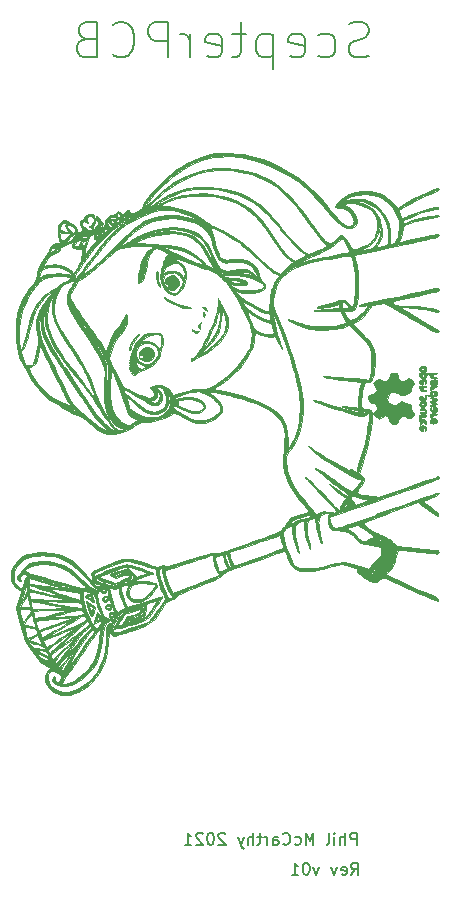
<source format=gbo>
G04 #@! TF.GenerationSoftware,KiCad,Pcbnew,(5.1.10-1-10_14)*
G04 #@! TF.CreationDate,2021-07-19T21:53:09+01:00*
G04 #@! TF.ProjectId,sofbpcb,736f6662-7063-4622-9e6b-696361645f70,1*
G04 #@! TF.SameCoordinates,Original*
G04 #@! TF.FileFunction,Legend,Bot*
G04 #@! TF.FilePolarity,Positive*
%FSLAX46Y46*%
G04 Gerber Fmt 4.6, Leading zero omitted, Abs format (unit mm)*
G04 Created by KiCad (PCBNEW (5.1.10-1-10_14)) date 2021-07-19 21:53:09*
%MOMM*%
%LPD*%
G01*
G04 APERTURE LIST*
%ADD10C,0.150000*%
%ADD11C,0.010000*%
G04 APERTURE END LIST*
D10*
X129468285Y-133040380D02*
X129801619Y-132564190D01*
X130039714Y-133040380D02*
X130039714Y-132040380D01*
X129658761Y-132040380D01*
X129563523Y-132088000D01*
X129515904Y-132135619D01*
X129468285Y-132230857D01*
X129468285Y-132373714D01*
X129515904Y-132468952D01*
X129563523Y-132516571D01*
X129658761Y-132564190D01*
X130039714Y-132564190D01*
X128658761Y-132992761D02*
X128754000Y-133040380D01*
X128944476Y-133040380D01*
X129039714Y-132992761D01*
X129087333Y-132897523D01*
X129087333Y-132516571D01*
X129039714Y-132421333D01*
X128944476Y-132373714D01*
X128754000Y-132373714D01*
X128658761Y-132421333D01*
X128611142Y-132516571D01*
X128611142Y-132611809D01*
X129087333Y-132707047D01*
X128277809Y-132373714D02*
X128039714Y-133040380D01*
X127801619Y-132373714D01*
X126754000Y-132373714D02*
X126515904Y-133040380D01*
X126277809Y-132373714D01*
X125706380Y-132040380D02*
X125611142Y-132040380D01*
X125515904Y-132088000D01*
X125468285Y-132135619D01*
X125420666Y-132230857D01*
X125373047Y-132421333D01*
X125373047Y-132659428D01*
X125420666Y-132849904D01*
X125468285Y-132945142D01*
X125515904Y-132992761D01*
X125611142Y-133040380D01*
X125706380Y-133040380D01*
X125801619Y-132992761D01*
X125849238Y-132945142D01*
X125896857Y-132849904D01*
X125944476Y-132659428D01*
X125944476Y-132421333D01*
X125896857Y-132230857D01*
X125849238Y-132135619D01*
X125801619Y-132088000D01*
X125706380Y-132040380D01*
X124420666Y-133040380D02*
X124992095Y-133040380D01*
X124706380Y-133040380D02*
X124706380Y-132040380D01*
X124801619Y-132183238D01*
X124896857Y-132278476D01*
X124992095Y-132326095D01*
X129943904Y-130500380D02*
X129943904Y-129500380D01*
X129562952Y-129500380D01*
X129467714Y-129548000D01*
X129420095Y-129595619D01*
X129372476Y-129690857D01*
X129372476Y-129833714D01*
X129420095Y-129928952D01*
X129467714Y-129976571D01*
X129562952Y-130024190D01*
X129943904Y-130024190D01*
X128943904Y-130500380D02*
X128943904Y-129500380D01*
X128515333Y-130500380D02*
X128515333Y-129976571D01*
X128562952Y-129881333D01*
X128658190Y-129833714D01*
X128801047Y-129833714D01*
X128896285Y-129881333D01*
X128943904Y-129928952D01*
X128039142Y-130500380D02*
X128039142Y-129833714D01*
X128039142Y-129500380D02*
X128086761Y-129548000D01*
X128039142Y-129595619D01*
X127991523Y-129548000D01*
X128039142Y-129500380D01*
X128039142Y-129595619D01*
X127420095Y-130500380D02*
X127515333Y-130452761D01*
X127562952Y-130357523D01*
X127562952Y-129500380D01*
X126277238Y-130500380D02*
X126277238Y-129500380D01*
X125943904Y-130214666D01*
X125610571Y-129500380D01*
X125610571Y-130500380D01*
X124705809Y-130452761D02*
X124801047Y-130500380D01*
X124991523Y-130500380D01*
X125086761Y-130452761D01*
X125134380Y-130405142D01*
X125182000Y-130309904D01*
X125182000Y-130024190D01*
X125134380Y-129928952D01*
X125086761Y-129881333D01*
X124991523Y-129833714D01*
X124801047Y-129833714D01*
X124705809Y-129881333D01*
X123705809Y-130405142D02*
X123753428Y-130452761D01*
X123896285Y-130500380D01*
X123991523Y-130500380D01*
X124134380Y-130452761D01*
X124229619Y-130357523D01*
X124277238Y-130262285D01*
X124324857Y-130071809D01*
X124324857Y-129928952D01*
X124277238Y-129738476D01*
X124229619Y-129643238D01*
X124134380Y-129548000D01*
X123991523Y-129500380D01*
X123896285Y-129500380D01*
X123753428Y-129548000D01*
X123705809Y-129595619D01*
X122848666Y-130500380D02*
X122848666Y-129976571D01*
X122896285Y-129881333D01*
X122991523Y-129833714D01*
X123182000Y-129833714D01*
X123277238Y-129881333D01*
X122848666Y-130452761D02*
X122943904Y-130500380D01*
X123182000Y-130500380D01*
X123277238Y-130452761D01*
X123324857Y-130357523D01*
X123324857Y-130262285D01*
X123277238Y-130167047D01*
X123182000Y-130119428D01*
X122943904Y-130119428D01*
X122848666Y-130071809D01*
X122372476Y-130500380D02*
X122372476Y-129833714D01*
X122372476Y-130024190D02*
X122324857Y-129928952D01*
X122277238Y-129881333D01*
X122182000Y-129833714D01*
X122086761Y-129833714D01*
X121896285Y-129833714D02*
X121515333Y-129833714D01*
X121753428Y-129500380D02*
X121753428Y-130357523D01*
X121705809Y-130452761D01*
X121610571Y-130500380D01*
X121515333Y-130500380D01*
X121182000Y-130500380D02*
X121182000Y-129500380D01*
X120753428Y-130500380D02*
X120753428Y-129976571D01*
X120801047Y-129881333D01*
X120896285Y-129833714D01*
X121039142Y-129833714D01*
X121134380Y-129881333D01*
X121182000Y-129928952D01*
X120372476Y-129833714D02*
X120134380Y-130500380D01*
X119896285Y-129833714D02*
X120134380Y-130500380D01*
X120229619Y-130738476D01*
X120277238Y-130786095D01*
X120372476Y-130833714D01*
X118801047Y-129595619D02*
X118753428Y-129548000D01*
X118658190Y-129500380D01*
X118420095Y-129500380D01*
X118324857Y-129548000D01*
X118277238Y-129595619D01*
X118229619Y-129690857D01*
X118229619Y-129786095D01*
X118277238Y-129928952D01*
X118848666Y-130500380D01*
X118229619Y-130500380D01*
X117610571Y-129500380D02*
X117515333Y-129500380D01*
X117420095Y-129548000D01*
X117372476Y-129595619D01*
X117324857Y-129690857D01*
X117277238Y-129881333D01*
X117277238Y-130119428D01*
X117324857Y-130309904D01*
X117372476Y-130405142D01*
X117420095Y-130452761D01*
X117515333Y-130500380D01*
X117610571Y-130500380D01*
X117705809Y-130452761D01*
X117753428Y-130405142D01*
X117801047Y-130309904D01*
X117848666Y-130119428D01*
X117848666Y-129881333D01*
X117801047Y-129690857D01*
X117753428Y-129595619D01*
X117705809Y-129548000D01*
X117610571Y-129500380D01*
X116896285Y-129595619D02*
X116848666Y-129548000D01*
X116753428Y-129500380D01*
X116515333Y-129500380D01*
X116420095Y-129548000D01*
X116372476Y-129595619D01*
X116324857Y-129690857D01*
X116324857Y-129786095D01*
X116372476Y-129928952D01*
X116943904Y-130500380D01*
X116324857Y-130500380D01*
X115372476Y-130500380D02*
X115943904Y-130500380D01*
X115658190Y-130500380D02*
X115658190Y-129500380D01*
X115753428Y-129643238D01*
X115848666Y-129738476D01*
X115943904Y-129786095D01*
X130975142Y-63698285D02*
X130546571Y-63841142D01*
X129832285Y-63841142D01*
X129546571Y-63698285D01*
X129403714Y-63555428D01*
X129260857Y-63269714D01*
X129260857Y-62984000D01*
X129403714Y-62698285D01*
X129546571Y-62555428D01*
X129832285Y-62412571D01*
X130403714Y-62269714D01*
X130689428Y-62126857D01*
X130832285Y-61984000D01*
X130975142Y-61698285D01*
X130975142Y-61412571D01*
X130832285Y-61126857D01*
X130689428Y-60984000D01*
X130403714Y-60841142D01*
X129689428Y-60841142D01*
X129260857Y-60984000D01*
X126689428Y-63698285D02*
X126975142Y-63841142D01*
X127546571Y-63841142D01*
X127832285Y-63698285D01*
X127975142Y-63555428D01*
X128118000Y-63269714D01*
X128118000Y-62412571D01*
X127975142Y-62126857D01*
X127832285Y-61984000D01*
X127546571Y-61841142D01*
X126975142Y-61841142D01*
X126689428Y-61984000D01*
X124260857Y-63698285D02*
X124546571Y-63841142D01*
X125118000Y-63841142D01*
X125403714Y-63698285D01*
X125546571Y-63412571D01*
X125546571Y-62269714D01*
X125403714Y-61984000D01*
X125118000Y-61841142D01*
X124546571Y-61841142D01*
X124260857Y-61984000D01*
X124118000Y-62269714D01*
X124118000Y-62555428D01*
X125546571Y-62841142D01*
X122832285Y-61841142D02*
X122832285Y-64841142D01*
X122832285Y-61984000D02*
X122546571Y-61841142D01*
X121975142Y-61841142D01*
X121689428Y-61984000D01*
X121546571Y-62126857D01*
X121403714Y-62412571D01*
X121403714Y-63269714D01*
X121546571Y-63555428D01*
X121689428Y-63698285D01*
X121975142Y-63841142D01*
X122546571Y-63841142D01*
X122832285Y-63698285D01*
X120546571Y-61841142D02*
X119403714Y-61841142D01*
X120118000Y-60841142D02*
X120118000Y-63412571D01*
X119975142Y-63698285D01*
X119689428Y-63841142D01*
X119403714Y-63841142D01*
X117260857Y-63698285D02*
X117546571Y-63841142D01*
X118118000Y-63841142D01*
X118403714Y-63698285D01*
X118546571Y-63412571D01*
X118546571Y-62269714D01*
X118403714Y-61984000D01*
X118118000Y-61841142D01*
X117546571Y-61841142D01*
X117260857Y-61984000D01*
X117118000Y-62269714D01*
X117118000Y-62555428D01*
X118546571Y-62841142D01*
X115832285Y-63841142D02*
X115832285Y-61841142D01*
X115832285Y-62412571D02*
X115689428Y-62126857D01*
X115546571Y-61984000D01*
X115260857Y-61841142D01*
X114975142Y-61841142D01*
X113975142Y-63841142D02*
X113975142Y-60841142D01*
X112832285Y-60841142D01*
X112546571Y-60984000D01*
X112403714Y-61126857D01*
X112260857Y-61412571D01*
X112260857Y-61841142D01*
X112403714Y-62126857D01*
X112546571Y-62269714D01*
X112832285Y-62412571D01*
X113975142Y-62412571D01*
X109260857Y-63555428D02*
X109403714Y-63698285D01*
X109832285Y-63841142D01*
X110118000Y-63841142D01*
X110546571Y-63698285D01*
X110832285Y-63412571D01*
X110975142Y-63126857D01*
X111118000Y-62555428D01*
X111118000Y-62126857D01*
X110975142Y-61555428D01*
X110832285Y-61269714D01*
X110546571Y-60984000D01*
X110118000Y-60841142D01*
X109832285Y-60841142D01*
X109403714Y-60984000D01*
X109260857Y-61126857D01*
X106975142Y-62269714D02*
X106546571Y-62412571D01*
X106403714Y-62555428D01*
X106260857Y-62841142D01*
X106260857Y-63269714D01*
X106403714Y-63555428D01*
X106546571Y-63698285D01*
X106832285Y-63841142D01*
X107975142Y-63841142D01*
X107975142Y-60841142D01*
X106975142Y-60841142D01*
X106689428Y-60984000D01*
X106546571Y-61126857D01*
X106403714Y-61412571D01*
X106403714Y-61698285D01*
X106546571Y-61984000D01*
X106689428Y-62126857D01*
X106975142Y-62269714D01*
X107975142Y-62269714D01*
D11*
G36*
X100672295Y-108109684D02*
G01*
X100688562Y-108179430D01*
X100810340Y-108437351D01*
X101012144Y-108679890D01*
X101251349Y-108862874D01*
X101413500Y-108930714D01*
X101577860Y-108971965D01*
X101336174Y-109693708D01*
X101094489Y-110415451D01*
X101459007Y-111832641D01*
X101823526Y-113249832D01*
X102422410Y-114113770D01*
X102661997Y-114455080D01*
X102848034Y-114704867D01*
X103002878Y-114886908D01*
X103148886Y-115024978D01*
X103308415Y-115142856D01*
X103503822Y-115264318D01*
X103504770Y-115264881D01*
X103988246Y-115552054D01*
X103793635Y-115743405D01*
X103608955Y-116011898D01*
X103539487Y-116321190D01*
X103577520Y-116649266D01*
X103715341Y-116974110D01*
X103945238Y-117273705D01*
X104259501Y-117526036D01*
X104455144Y-117631931D01*
X104876902Y-117788691D01*
X105268103Y-117841084D01*
X105682025Y-117794413D01*
X105802569Y-117766034D01*
X106371008Y-117567210D01*
X106891811Y-117267274D01*
X107339537Y-116902840D01*
X107888328Y-116313886D01*
X108316353Y-115669228D01*
X108626478Y-114961924D01*
X108821566Y-114185031D01*
X108904482Y-113331605D01*
X108908021Y-113100862D01*
X108923693Y-112790029D01*
X108971353Y-112612247D01*
X109051972Y-112566053D01*
X109166518Y-112649985D01*
X109189095Y-112676670D01*
X109296585Y-112786151D01*
X109367726Y-112825446D01*
X109448089Y-112805458D01*
X109639798Y-112749725D01*
X109922656Y-112664366D01*
X110276465Y-112555500D01*
X110681029Y-112429245D01*
X110820232Y-112385438D01*
X111355463Y-112213277D01*
X111780363Y-112063368D01*
X112117313Y-111919984D01*
X112388698Y-111767396D01*
X112616900Y-111589876D01*
X112824303Y-111371695D01*
X113033290Y-111097125D01*
X113266244Y-110750438D01*
X113365402Y-110596990D01*
X113611456Y-110228663D01*
X113797201Y-109983091D01*
X113923457Y-109859258D01*
X113972072Y-109843146D01*
X114139146Y-109819482D01*
X114345022Y-109719853D01*
X114538080Y-109572601D01*
X114612406Y-109491590D01*
X114738433Y-109393828D01*
X114991197Y-109257508D01*
X115365629Y-109085102D01*
X115856662Y-108879088D01*
X115913728Y-108856030D01*
X116608093Y-108574078D01*
X117182080Y-108335631D01*
X117644818Y-108136409D01*
X118005439Y-107972132D01*
X118273071Y-107838520D01*
X118456845Y-107731292D01*
X118565892Y-107646168D01*
X118603852Y-107594876D01*
X118718477Y-107455443D01*
X118845428Y-107376600D01*
X118995924Y-107319352D01*
X119246369Y-107227057D01*
X119579694Y-107105793D01*
X119978827Y-106961639D01*
X120426699Y-106800673D01*
X120906239Y-106628973D01*
X121400378Y-106452619D01*
X121892045Y-106277688D01*
X122364169Y-106110259D01*
X122799682Y-105956411D01*
X123181512Y-105822222D01*
X123492589Y-105713771D01*
X123715843Y-105637136D01*
X123834205Y-105598395D01*
X123848734Y-105594984D01*
X123876201Y-105663296D01*
X123939951Y-105828838D01*
X124027697Y-106059624D01*
X124054518Y-106130587D01*
X124237515Y-106568704D01*
X124422601Y-106887880D01*
X124633935Y-107105444D01*
X124895676Y-107238721D01*
X125231986Y-107305039D01*
X125667021Y-107321726D01*
X125714815Y-107321354D01*
X126015839Y-107312074D01*
X126298468Y-107287288D01*
X126597613Y-107241292D01*
X126948182Y-107168384D01*
X127385088Y-107062860D01*
X127543891Y-107022537D01*
X128682750Y-106731072D01*
X129322131Y-106891193D01*
X129620493Y-106969356D01*
X129806112Y-107029560D01*
X129901289Y-107082473D01*
X129928324Y-107138762D01*
X129921360Y-107177827D01*
X129946939Y-107303997D01*
X130068943Y-107473714D01*
X130263585Y-107662664D01*
X130507079Y-107846533D01*
X130676484Y-107949715D01*
X130879635Y-108062894D01*
X131054978Y-108162332D01*
X131090614Y-108182966D01*
X131360193Y-108266129D01*
X131647845Y-108215510D01*
X131945509Y-108032874D01*
X132002637Y-107983299D01*
X132054331Y-107935740D01*
X132102727Y-107903523D01*
X132164164Y-107892057D01*
X132254984Y-107906751D01*
X132391527Y-107953014D01*
X132590133Y-108036255D01*
X132867144Y-108161884D01*
X133238899Y-108335308D01*
X133652315Y-108529372D01*
X134100818Y-108736029D01*
X134581406Y-108950932D01*
X135069831Y-109163837D01*
X135541844Y-109364503D01*
X135973196Y-109542685D01*
X136339639Y-109688143D01*
X136616924Y-109790634D01*
X136712172Y-109821845D01*
X136829115Y-109840353D01*
X136856381Y-109773134D01*
X136850215Y-109717738D01*
X136822630Y-109653677D01*
X136748058Y-109584661D01*
X136609772Y-109501769D01*
X136391043Y-109396084D01*
X136075144Y-109258685D01*
X135688456Y-109098298D01*
X135201823Y-108895709D01*
X134648438Y-108660119D01*
X134086732Y-108416704D01*
X133575140Y-108190637D01*
X133426426Y-108123750D01*
X132303255Y-107615735D01*
X132590383Y-107377231D01*
X132808400Y-107146704D01*
X133000110Y-106856333D01*
X133139851Y-106553180D01*
X133201962Y-106284308D01*
X133202999Y-106253717D01*
X133240046Y-106043729D01*
X133340406Y-105762143D01*
X133451089Y-105524512D01*
X133519374Y-105526336D01*
X133705281Y-105542119D01*
X133989309Y-105569914D01*
X134351954Y-105607773D01*
X134773715Y-105653748D01*
X135006125Y-105679788D01*
X135558107Y-105742048D01*
X135988120Y-105789299D01*
X136311388Y-105821839D01*
X136543134Y-105839971D01*
X136698580Y-105843995D01*
X136792951Y-105834211D01*
X136841470Y-105810921D01*
X136859359Y-105774426D01*
X136861841Y-105725026D01*
X136861826Y-105716457D01*
X136850771Y-105604101D01*
X136835554Y-105578413D01*
X136762570Y-105571847D01*
X136570803Y-105553364D01*
X136278831Y-105524790D01*
X135905229Y-105487948D01*
X135468572Y-105444665D01*
X135058244Y-105403826D01*
X133307206Y-105229240D01*
X133100141Y-104987406D01*
X133100141Y-105785478D01*
X133134652Y-105819989D01*
X133100141Y-105854500D01*
X133065630Y-105819989D01*
X133100141Y-105785478D01*
X133100141Y-104987406D01*
X133043004Y-104920674D01*
X132962097Y-104834105D01*
X132962097Y-105578413D01*
X132996608Y-105612924D01*
X132970549Y-105638983D01*
X132970549Y-105992543D01*
X132991209Y-106026118D01*
X132950594Y-106068148D01*
X132950594Y-106498703D01*
X132991627Y-106508177D01*
X132996608Y-106544717D01*
X132971354Y-106601530D01*
X132950594Y-106590732D01*
X132942333Y-106508819D01*
X132950594Y-106498703D01*
X132950594Y-106068148D01*
X132902543Y-106117874D01*
X132875820Y-106139391D01*
X132794064Y-106199084D01*
X132811204Y-106163342D01*
X132849761Y-106113332D01*
X132934906Y-106017739D01*
X132970549Y-105992543D01*
X132970549Y-105638983D01*
X132962097Y-105647435D01*
X132927587Y-105612924D01*
X132962097Y-105578413D01*
X132962097Y-104834105D01*
X132893076Y-104760254D01*
X132893076Y-105716457D01*
X132927587Y-105750967D01*
X132893076Y-105785478D01*
X132858565Y-105750967D01*
X132893076Y-105716457D01*
X132893076Y-104760254D01*
X132887642Y-104754439D01*
X132758577Y-104642908D01*
X132758577Y-106475696D01*
X132754134Y-106528793D01*
X132698074Y-106658992D01*
X132686010Y-106682761D01*
X132604639Y-106822515D01*
X132548052Y-106888950D01*
X132544422Y-106889826D01*
X132548865Y-106836728D01*
X132604925Y-106706530D01*
X132616989Y-106682761D01*
X132698360Y-106543006D01*
X132754947Y-106476572D01*
X132758577Y-106475696D01*
X132758577Y-104642908D01*
X132758006Y-104642414D01*
X132696662Y-104612109D01*
X132592883Y-104575757D01*
X132429404Y-104484394D01*
X132427933Y-104483436D01*
X132427933Y-105884436D01*
X132438985Y-105952281D01*
X132426295Y-106041803D01*
X132402734Y-106042872D01*
X132386257Y-105950494D01*
X132397285Y-105910580D01*
X132427933Y-105884436D01*
X132427933Y-104483436D01*
X132360586Y-104439554D01*
X132304900Y-104408541D01*
X132304900Y-106897145D01*
X132306391Y-106900274D01*
X132261225Y-106965922D01*
X132150789Y-107080798D01*
X132133837Y-107096891D01*
X132019785Y-107195369D01*
X131962773Y-107227616D01*
X131961282Y-107224487D01*
X132006448Y-107158839D01*
X132116884Y-107043962D01*
X132133837Y-107027870D01*
X132247888Y-106929391D01*
X132304900Y-106897145D01*
X132304900Y-104408541D01*
X132274749Y-104391749D01*
X132274749Y-104976275D01*
X132285578Y-105062993D01*
X132287592Y-105164283D01*
X132282207Y-105313566D01*
X132268441Y-105354547D01*
X132257680Y-105319582D01*
X132246261Y-105118453D01*
X132257680Y-105008984D01*
X132274749Y-104976275D01*
X132274749Y-104391749D01*
X132167005Y-104331742D01*
X132119110Y-104315323D01*
X132119110Y-104485191D01*
X132157683Y-104501985D01*
X132231781Y-104571483D01*
X132216581Y-104611437D01*
X132206932Y-104612109D01*
X132191355Y-104599029D01*
X132191355Y-105877507D01*
X132232388Y-105886982D01*
X132237369Y-105923522D01*
X132212115Y-105980334D01*
X132191355Y-105969536D01*
X132183094Y-105887624D01*
X132191355Y-105877507D01*
X132191355Y-104599029D01*
X132148552Y-104563084D01*
X132127246Y-104532422D01*
X132122333Y-104503902D01*
X132122333Y-106291638D01*
X132163366Y-106301112D01*
X132168347Y-106337652D01*
X132143093Y-106394465D01*
X132122333Y-106383667D01*
X132114072Y-106301754D01*
X132122333Y-106291638D01*
X132122333Y-104503902D01*
X132119110Y-104485191D01*
X132119110Y-104315323D01*
X132064815Y-104296710D01*
X132064815Y-105026239D01*
X132099326Y-105060750D01*
X132064815Y-105095261D01*
X132064815Y-106544717D01*
X132099326Y-106579228D01*
X132064815Y-106613739D01*
X132030304Y-106579228D01*
X132064815Y-106544717D01*
X132064815Y-105095261D01*
X132030304Y-105060750D01*
X132064815Y-105026239D01*
X132064815Y-104296710D01*
X131990814Y-104271341D01*
X131947689Y-104266680D01*
X131892260Y-104247219D01*
X131892260Y-104415942D01*
X131990246Y-104426788D01*
X131978538Y-104450755D01*
X131868005Y-104457885D01*
X131868005Y-104624493D01*
X131950607Y-104634708D01*
X131961282Y-104681130D01*
X131956788Y-104686222D01*
X131956788Y-104905118D01*
X131961282Y-104914560D01*
X131912692Y-104977548D01*
X131892260Y-104991728D01*
X131827733Y-105009316D01*
X131823239Y-104999875D01*
X131871829Y-104936887D01*
X131892260Y-104922707D01*
X131956788Y-104905118D01*
X131956788Y-104686222D01*
X131906010Y-104743766D01*
X131866168Y-104750152D01*
X131759244Y-104801976D01*
X131662723Y-104905451D01*
X131584814Y-105001704D01*
X131554320Y-104984478D01*
X131550772Y-104943876D01*
X131600244Y-104819682D01*
X131700553Y-104719555D01*
X131868005Y-104624493D01*
X131868005Y-104457885D01*
X131837226Y-104459871D01*
X131805983Y-104450755D01*
X131797313Y-104425563D01*
X131892260Y-104415942D01*
X131892260Y-104247219D01*
X131845335Y-104230742D01*
X131665574Y-104134773D01*
X131639092Y-104118884D01*
X131639092Y-104487547D01*
X131684062Y-104488013D01*
X131685195Y-104500125D01*
X131638028Y-104557740D01*
X131564407Y-104620913D01*
X131482651Y-104680606D01*
X131499791Y-104644864D01*
X131538348Y-104594853D01*
X131639092Y-104487547D01*
X131639092Y-104118884D01*
X131434633Y-103996204D01*
X131178740Y-103832470D01*
X130924123Y-103661002D01*
X130697012Y-103499235D01*
X130523634Y-103364600D01*
X130430217Y-103274531D01*
X130421476Y-103252261D01*
X130487144Y-103219683D01*
X130668143Y-103146088D01*
X130949848Y-103037006D01*
X131317632Y-102897970D01*
X131756869Y-102734509D01*
X132252933Y-102552157D01*
X132768215Y-102364758D01*
X135101771Y-101520375D01*
X135412369Y-101741746D01*
X135854806Y-102056792D01*
X136197343Y-102298925D01*
X136452489Y-102475359D01*
X136632753Y-102593308D01*
X136750642Y-102659989D01*
X136818665Y-102682614D01*
X136849330Y-102668400D01*
X136855146Y-102624561D01*
X136850082Y-102571021D01*
X136818109Y-102465171D01*
X136734393Y-102352147D01*
X136579512Y-102212824D01*
X136334047Y-102028075D01*
X136207421Y-101938069D01*
X135950563Y-101755863D01*
X135734651Y-101599998D01*
X135585439Y-101489236D01*
X135531255Y-101445560D01*
X135554895Y-101391412D01*
X135678489Y-101317344D01*
X135771530Y-101278345D01*
X136009244Y-101189815D01*
X136296134Y-101083518D01*
X136464951Y-101021209D01*
X136710777Y-100915343D01*
X136836510Y-100819671D01*
X136861826Y-100750208D01*
X136865357Y-100725840D01*
X136870484Y-100703823D01*
X136869008Y-100686927D01*
X136852729Y-100677923D01*
X136813447Y-100679579D01*
X136742963Y-100694667D01*
X136633076Y-100725955D01*
X136475588Y-100776214D01*
X136262299Y-100848213D01*
X135985008Y-100944722D01*
X135635517Y-101068512D01*
X135205626Y-101222351D01*
X134687135Y-101409010D01*
X134071844Y-101631259D01*
X133351554Y-101891867D01*
X132518065Y-102193604D01*
X131563177Y-102539240D01*
X131527965Y-102551983D01*
X130774558Y-102823871D01*
X130139840Y-103051044D01*
X130032513Y-103088929D01*
X130032513Y-103411123D01*
X130051982Y-103415983D01*
X130137019Y-103472462D01*
X130309464Y-103591677D01*
X130544327Y-103756218D01*
X130816622Y-103948677D01*
X130819647Y-103950824D01*
X131117019Y-104167497D01*
X131305130Y-104319004D01*
X131392094Y-104412831D01*
X131386027Y-104456465D01*
X131374597Y-104459527D01*
X131374597Y-104888196D01*
X131409108Y-104922707D01*
X131374597Y-104957217D01*
X131340087Y-104922707D01*
X131374597Y-104888196D01*
X131374597Y-104459527D01*
X131371821Y-104460271D01*
X131204224Y-104501713D01*
X131167532Y-104514118D01*
X131167532Y-104888196D01*
X131202043Y-104922707D01*
X131167532Y-104957217D01*
X131133021Y-104922707D01*
X131167532Y-104888196D01*
X131167532Y-104514118D01*
X131051704Y-104553278D01*
X130960467Y-104605109D01*
X130960467Y-104819174D01*
X130994978Y-104853685D01*
X130960467Y-104888196D01*
X130925956Y-104853685D01*
X130960467Y-104819174D01*
X130960467Y-104605109D01*
X130903553Y-104637442D01*
X130829549Y-104721961D01*
X130735973Y-104796276D01*
X130568665Y-104815267D01*
X130380318Y-104779043D01*
X130264067Y-104720812D01*
X130141375Y-104605780D01*
X129991878Y-104427402D01*
X129925095Y-104335955D01*
X129705698Y-104094028D01*
X129435915Y-103903975D01*
X129161614Y-103794872D01*
X129047863Y-103779904D01*
X129034274Y-103756883D01*
X129131430Y-103698620D01*
X129319853Y-103615666D01*
X129430786Y-103572506D01*
X129688454Y-103484282D01*
X129900861Y-103427506D01*
X130032513Y-103411123D01*
X130032513Y-103088929D01*
X129613138Y-103236965D01*
X129183778Y-103385095D01*
X128841086Y-103498897D01*
X128574387Y-103581833D01*
X128373008Y-103637364D01*
X128226275Y-103668953D01*
X128123514Y-103680062D01*
X128062626Y-103675962D01*
X127915729Y-103627212D01*
X127812510Y-103528191D01*
X127737034Y-103351788D01*
X127673365Y-103070892D01*
X127658752Y-102988866D01*
X127622773Y-102780570D01*
X128325316Y-102534628D01*
X129553090Y-102104783D01*
X130657134Y-101718120D01*
X131644019Y-101372237D01*
X132520312Y-101064731D01*
X133292585Y-100793200D01*
X133967408Y-100555241D01*
X134551350Y-100348451D01*
X135050980Y-100170430D01*
X135472870Y-100018773D01*
X135823589Y-99891080D01*
X136109706Y-99784946D01*
X136337791Y-99697971D01*
X136514415Y-99627752D01*
X136646147Y-99571885D01*
X136739558Y-99527970D01*
X136801216Y-99493603D01*
X136837692Y-99466382D01*
X136855555Y-99443904D01*
X136861377Y-99423768D01*
X136861826Y-99413101D01*
X136826336Y-99318884D01*
X136775549Y-99315253D01*
X136692703Y-99344805D01*
X136494577Y-99414687D01*
X136196183Y-99519628D01*
X135812534Y-99654355D01*
X135358642Y-99813597D01*
X134849521Y-99992081D01*
X134300183Y-100184535D01*
X134273510Y-100193877D01*
X131857750Y-101039914D01*
X131305576Y-100999641D01*
X131026865Y-100970108D01*
X130719187Y-100923110D01*
X130417426Y-100865782D01*
X130156461Y-100805257D01*
X129971175Y-100748667D01*
X129902451Y-100712698D01*
X129924573Y-100647466D01*
X130012665Y-100512986D01*
X130081497Y-100422221D01*
X130281442Y-100141861D01*
X130437007Y-99869582D01*
X130533451Y-99635745D01*
X130556035Y-99470714D01*
X130551954Y-99453176D01*
X130467233Y-99332125D01*
X130317190Y-99212290D01*
X130309906Y-99207921D01*
X130132206Y-99102952D01*
X130132206Y-99297435D01*
X130166717Y-99331946D01*
X130132206Y-99366457D01*
X130097695Y-99331946D01*
X130132206Y-99297435D01*
X130132206Y-99102952D01*
X130107810Y-99088540D01*
X130441094Y-98105895D01*
X130576046Y-97690435D01*
X130707853Y-97253767D01*
X130822717Y-96843566D01*
X130906839Y-96507506D01*
X130917000Y-96461594D01*
X130998749Y-96049335D01*
X131074020Y-95608696D01*
X131139488Y-95166454D01*
X131191831Y-94749385D01*
X131227726Y-94384266D01*
X131243851Y-94097874D01*
X131236881Y-93916984D01*
X131234401Y-93903937D01*
X131134224Y-93715060D01*
X130929703Y-93604572D01*
X130613993Y-93568630D01*
X130589299Y-93566499D01*
X130589299Y-93775696D01*
X130688933Y-93790924D01*
X130668901Y-93855372D01*
X130650500Y-93878468D01*
X130553286Y-93946776D01*
X130504005Y-93943417D01*
X130442437Y-93860103D01*
X130496744Y-93792510D01*
X130589299Y-93775696D01*
X130589299Y-93566499D01*
X130456557Y-93555039D01*
X130378428Y-93487056D01*
X130334126Y-93323863D01*
X130332674Y-93316159D01*
X130318636Y-93102813D01*
X130330635Y-92798696D01*
X130363502Y-92447508D01*
X130412072Y-92092950D01*
X130471179Y-91778720D01*
X130535656Y-91548521D01*
X130544195Y-91526968D01*
X130626545Y-91369052D01*
X130726524Y-91308591D01*
X130870961Y-91307468D01*
X131013375Y-91305956D01*
X131109816Y-91252823D01*
X131200154Y-91117479D01*
X131253096Y-91014244D01*
X131358193Y-90718597D01*
X131437437Y-90328759D01*
X131486216Y-89886943D01*
X131499914Y-89435357D01*
X131473919Y-89016212D01*
X131472630Y-89005785D01*
X131414529Y-88677031D01*
X131319297Y-88383988D01*
X131171862Y-88101849D01*
X130957148Y-87805808D01*
X130660083Y-87471059D01*
X130346099Y-87151895D01*
X130090056Y-86896669D01*
X129873197Y-86675976D01*
X129712686Y-86507643D01*
X129625687Y-86409497D01*
X129615075Y-86392656D01*
X129669464Y-86338996D01*
X129805636Y-86247503D01*
X129873906Y-86206807D01*
X130351854Y-85864663D01*
X130783919Y-85427400D01*
X130990847Y-85154061D01*
X131257642Y-84761188D01*
X131764761Y-84687628D01*
X132271880Y-84614067D01*
X132789543Y-84893129D01*
X133030806Y-85028322D01*
X133354382Y-85216905D01*
X133725910Y-85438487D01*
X134111033Y-85672675D01*
X134308021Y-85794378D01*
X134777245Y-86080647D01*
X135240300Y-86353168D01*
X135677090Y-86600897D01*
X136067517Y-86812790D01*
X136391487Y-86977802D01*
X136628902Y-87084888D01*
X136706527Y-87112563D01*
X136824696Y-87125314D01*
X136861058Y-87045691D01*
X136861826Y-87016987D01*
X136830470Y-86929848D01*
X136723591Y-86832308D01*
X136521975Y-86709994D01*
X136292396Y-86591040D01*
X136066992Y-86472887D01*
X135779578Y-86313727D01*
X135450479Y-86125750D01*
X135100021Y-85921151D01*
X134748529Y-85712121D01*
X134416328Y-85510853D01*
X134123744Y-85329540D01*
X133891101Y-85180375D01*
X133738725Y-85075549D01*
X133686826Y-85028023D01*
X133750992Y-84999425D01*
X133928277Y-84992139D01*
X134195862Y-85003457D01*
X134530929Y-85030673D01*
X134910660Y-85071081D01*
X135312234Y-85121973D01*
X135712834Y-85180643D01*
X136089640Y-85244384D01*
X136419835Y-85310490D01*
X136680598Y-85376254D01*
X136717244Y-85387479D01*
X136833602Y-85395977D01*
X136861826Y-85329835D01*
X136855246Y-85276664D01*
X136820387Y-85234522D01*
X136734570Y-85194968D01*
X136575115Y-85149562D01*
X136319345Y-85089865D01*
X136068076Y-85034447D01*
X135613354Y-84962357D01*
X135027195Y-84916588D01*
X134430912Y-84898335D01*
X134011764Y-84890801D01*
X133704746Y-84879629D01*
X133483948Y-84861563D01*
X133323455Y-84833347D01*
X133197358Y-84791727D01*
X133079743Y-84733447D01*
X133068505Y-84727170D01*
X132910385Y-84630159D01*
X132823921Y-84560898D01*
X132818098Y-84544242D01*
X132890159Y-84522309D01*
X133078353Y-84474999D01*
X133364019Y-84406723D01*
X133728498Y-84321892D01*
X134153130Y-84224915D01*
X134491103Y-84148824D01*
X135118923Y-84008400D01*
X135625173Y-83894785D01*
X136022891Y-83804173D01*
X136325114Y-83732758D01*
X136544878Y-83676735D01*
X136695220Y-83632299D01*
X136789176Y-83595644D01*
X136839785Y-83562964D01*
X136860082Y-83530453D01*
X136863104Y-83494307D01*
X136861826Y-83456788D01*
X136858120Y-83406211D01*
X136835204Y-83373503D01*
X136775383Y-83360699D01*
X136660960Y-83369834D01*
X136474240Y-83402945D01*
X136197527Y-83462067D01*
X135813125Y-83549236D01*
X135567668Y-83605665D01*
X135140861Y-83702368D01*
X134613417Y-83819450D01*
X134019894Y-83949383D01*
X133394847Y-84084639D01*
X132772836Y-84217692D01*
X132271880Y-84323526D01*
X131605578Y-84464549D01*
X131069226Y-84581039D01*
X130657228Y-84674609D01*
X130363990Y-84746874D01*
X130183917Y-84799449D01*
X130111413Y-84833949D01*
X130140885Y-84851986D01*
X130266736Y-84855177D01*
X130459042Y-84846613D01*
X130923921Y-84818929D01*
X130792676Y-85000709D01*
X130615304Y-85210419D01*
X130380626Y-85438811D01*
X130116512Y-85664120D01*
X129850833Y-85864584D01*
X129611460Y-86018437D01*
X129426264Y-86103915D01*
X129366649Y-86114283D01*
X129291181Y-86060444D01*
X129176137Y-85925148D01*
X129048774Y-85747725D01*
X128936345Y-85567506D01*
X128866107Y-85423820D01*
X128855304Y-85376388D01*
X128918278Y-85338388D01*
X129088518Y-85331102D01*
X129183883Y-85337858D01*
X129426709Y-85332924D01*
X129623656Y-85260037D01*
X129778529Y-85109043D01*
X129895129Y-84869788D01*
X129977260Y-84532118D01*
X130028725Y-84085878D01*
X130053328Y-83520916D01*
X130056413Y-83008304D01*
X130051525Y-82539967D01*
X130040561Y-82177503D01*
X130020478Y-81888779D01*
X129988232Y-81641657D01*
X129940780Y-81404002D01*
X129882434Y-81171183D01*
X129714959Y-80541943D01*
X131407550Y-80190410D01*
X132393017Y-79985718D01*
X133252018Y-79807076D01*
X133993236Y-79652423D01*
X134625354Y-79519696D01*
X135157056Y-79406834D01*
X135597027Y-79311775D01*
X135953950Y-79232457D01*
X136236508Y-79166818D01*
X136453386Y-79112795D01*
X136613266Y-79068328D01*
X136724834Y-79031353D01*
X136796772Y-78999810D01*
X136837765Y-78971636D01*
X136856496Y-78944769D01*
X136861648Y-78917148D01*
X136861826Y-78895303D01*
X136849477Y-78799912D01*
X136786890Y-78771644D01*
X136635752Y-78797094D01*
X136602994Y-78804736D01*
X136454530Y-78838161D01*
X136197268Y-78894379D01*
X135857490Y-78967718D01*
X135461473Y-79052506D01*
X135035499Y-79143070D01*
X135032750Y-79143653D01*
X134619499Y-79231755D01*
X134248249Y-79311955D01*
X133941862Y-79379228D01*
X133723202Y-79428551D01*
X133615132Y-79454900D01*
X133612231Y-79455775D01*
X133561522Y-79455290D01*
X133552792Y-79393779D01*
X133588733Y-79247947D01*
X133662216Y-79023242D01*
X133743739Y-78752719D01*
X133801735Y-78500686D01*
X133823087Y-78329629D01*
X133838675Y-78185679D01*
X133905264Y-78090281D01*
X134056862Y-78004397D01*
X134137331Y-77968918D01*
X134463082Y-77848579D01*
X134881593Y-77722037D01*
X135348707Y-77600679D01*
X135820267Y-77495891D01*
X136252114Y-77419060D01*
X136292396Y-77413214D01*
X136552424Y-77369637D01*
X136750143Y-77323586D01*
X136853712Y-77282982D01*
X136861826Y-77271560D01*
X136799354Y-77224149D01*
X136626799Y-77212234D01*
X136366452Y-77232151D01*
X136040601Y-77280237D01*
X135671538Y-77352829D01*
X135281553Y-77446266D01*
X134892935Y-77556883D01*
X134659839Y-77633397D01*
X134316252Y-77753033D01*
X134082418Y-77832154D01*
X133937322Y-77874458D01*
X133859944Y-77883643D01*
X133829269Y-77863407D01*
X133824277Y-77817448D01*
X133824869Y-77780307D01*
X133888518Y-77675788D01*
X134065570Y-77547642D01*
X134335182Y-77404401D01*
X134676511Y-77254592D01*
X135068713Y-77106747D01*
X135490946Y-76969395D01*
X135922366Y-76851066D01*
X136296702Y-76768751D01*
X136597038Y-76706813D01*
X136777740Y-76655424D01*
X136856064Y-76607320D01*
X136849266Y-76555234D01*
X136836877Y-76541327D01*
X136731833Y-76520928D01*
X136522419Y-76544853D01*
X136232335Y-76605900D01*
X135885280Y-76696869D01*
X135504952Y-76810559D01*
X135115049Y-76939769D01*
X134739271Y-77077298D01*
X134401315Y-77215946D01*
X134124882Y-77348511D01*
X134058093Y-77385668D01*
X133773654Y-77550971D01*
X133627955Y-77156404D01*
X133482255Y-76761837D01*
X133636307Y-76640388D01*
X133779822Y-76547445D01*
X134023612Y-76410750D01*
X134341948Y-76242941D01*
X134709102Y-76056653D01*
X135099348Y-75864524D01*
X135486957Y-75679189D01*
X135846201Y-75513286D01*
X136151354Y-75379452D01*
X136376688Y-75290322D01*
X136404360Y-75280806D01*
X136662325Y-75184869D01*
X136806924Y-75102343D01*
X136860180Y-75019704D01*
X136861826Y-74999873D01*
X136854716Y-74929124D01*
X136812234Y-74905589D01*
X136702648Y-74929059D01*
X136499462Y-74997502D01*
X135961474Y-75204430D01*
X135375253Y-75462803D01*
X134783434Y-75751571D01*
X134228653Y-76049689D01*
X133753546Y-76336110D01*
X133654293Y-76402008D01*
X133396734Y-76577024D01*
X132947103Y-76100392D01*
X132526355Y-75708057D01*
X132118370Y-75439359D01*
X132074078Y-75417069D01*
X131525571Y-75215619D01*
X130945418Y-75120575D01*
X130645141Y-75123948D01*
X130645141Y-75415214D01*
X131223075Y-75453830D01*
X131715307Y-75578457D01*
X132151981Y-75800027D01*
X132530940Y-76099239D01*
X132973918Y-76588492D01*
X133292433Y-77116640D01*
X133483437Y-77673317D01*
X133543884Y-78248158D01*
X133470726Y-78830797D01*
X133402807Y-79065387D01*
X133298909Y-79330761D01*
X133197480Y-79487756D01*
X133087716Y-79561941D01*
X132917588Y-79618009D01*
X132816410Y-79613260D01*
X132769495Y-79527220D01*
X132762152Y-79339413D01*
X132773487Y-79123969D01*
X132761839Y-78508262D01*
X132638151Y-77925814D01*
X132402884Y-77353268D01*
X132117396Y-76899164D01*
X131750500Y-76492851D01*
X131334630Y-76165258D01*
X130945598Y-75963418D01*
X130517255Y-75850228D01*
X130030079Y-75805224D01*
X129900615Y-75811420D01*
X129900615Y-75976839D01*
X130466522Y-76030783D01*
X130997871Y-76213005D01*
X131479613Y-76515124D01*
X131896698Y-76928760D01*
X132090033Y-77195997D01*
X132312824Y-77612861D01*
X132483543Y-78071714D01*
X132590616Y-78530202D01*
X132622468Y-78945965D01*
X132610312Y-79099948D01*
X132588684Y-79325965D01*
X132582478Y-79491291D01*
X132573399Y-79593811D01*
X132526712Y-79662193D01*
X132413240Y-79714810D01*
X132203807Y-79770034D01*
X132102956Y-79793261D01*
X131816870Y-79857352D01*
X131646881Y-79888955D01*
X131574458Y-79886095D01*
X131581071Y-79846801D01*
X131648188Y-79769097D01*
X131668880Y-79747027D01*
X131916266Y-79386934D01*
X132057814Y-78962152D01*
X132095767Y-78493864D01*
X132032372Y-78003250D01*
X131948690Y-77750009D01*
X131948690Y-78142272D01*
X131954986Y-78437338D01*
X131934334Y-78677087D01*
X131874689Y-78959811D01*
X131830259Y-79105190D01*
X131717914Y-79367169D01*
X131578429Y-79617218D01*
X131505895Y-79720281D01*
X131374853Y-79860319D01*
X131223527Y-79955259D01*
X131006523Y-80028788D01*
X130834702Y-80070500D01*
X130527517Y-80137142D01*
X130348784Y-80166884D01*
X130293274Y-80157256D01*
X130355758Y-80105790D01*
X130531007Y-80010016D01*
X130615358Y-79966917D01*
X131034378Y-79720705D01*
X131348658Y-79446886D01*
X131585981Y-79112363D01*
X131774129Y-78684043D01*
X131828449Y-78521891D01*
X131948690Y-78142272D01*
X131948690Y-77750009D01*
X131869874Y-77511493D01*
X131610519Y-77039775D01*
X131346237Y-76703549D01*
X131097230Y-76496653D01*
X130757920Y-76303963D01*
X130375811Y-76147779D01*
X129998406Y-76050398D01*
X129934328Y-76040795D01*
X129511010Y-75985592D01*
X129900615Y-75976839D01*
X129900615Y-75811420D01*
X129539213Y-75828717D01*
X129099794Y-75921019D01*
X129010603Y-75952479D01*
X128814455Y-76025157D01*
X128682868Y-76067566D01*
X128648239Y-76072184D01*
X128701343Y-76027214D01*
X128838522Y-75932601D01*
X128976092Y-75843330D01*
X129451108Y-75605645D01*
X129984291Y-75465145D01*
X130600497Y-75415454D01*
X130645141Y-75415214D01*
X130645141Y-75123948D01*
X130357023Y-75127186D01*
X129783788Y-75230702D01*
X129249116Y-75426370D01*
X128776409Y-75709441D01*
X128389071Y-76075163D01*
X128306120Y-76181978D01*
X128187097Y-76353678D01*
X128111062Y-76477573D01*
X128096269Y-76513361D01*
X128158669Y-76536509D01*
X128318717Y-76551539D01*
X128458633Y-76554772D01*
X128726728Y-76575274D01*
X128941760Y-76653966D01*
X129110261Y-76761837D01*
X129359634Y-76985003D01*
X129539880Y-77234924D01*
X129647937Y-77489368D01*
X129680745Y-77726105D01*
X129635243Y-77922903D01*
X129508368Y-78057531D01*
X129297062Y-78107759D01*
X129295588Y-78107761D01*
X129106836Y-78073803D01*
X128893116Y-77966395D01*
X128645070Y-77777230D01*
X128353344Y-77498004D01*
X128008582Y-77120412D01*
X127601429Y-76636150D01*
X127507234Y-76520261D01*
X127169752Y-76107747D01*
X126886867Y-75775130D01*
X126630330Y-75491891D01*
X126371889Y-75227507D01*
X126083294Y-74951459D01*
X125890197Y-74773283D01*
X125024962Y-74067298D01*
X124066490Y-73439237D01*
X123041140Y-72902220D01*
X121975272Y-72469369D01*
X120895246Y-72153804D01*
X120434652Y-72057731D01*
X119862687Y-71979318D01*
X119242601Y-71938953D01*
X119087652Y-71938270D01*
X119087652Y-72217216D01*
X120093231Y-72309884D01*
X121114705Y-72520570D01*
X122136071Y-72843550D01*
X123141323Y-73273101D01*
X124114457Y-73803499D01*
X125039469Y-74429020D01*
X125694251Y-74959094D01*
X125955304Y-75202552D01*
X126269240Y-75518877D01*
X126602690Y-75873153D01*
X126922284Y-76230466D01*
X127034796Y-76361719D01*
X127491675Y-76894800D01*
X127877597Y-77326394D01*
X128203738Y-77665968D01*
X128481278Y-77922984D01*
X128721394Y-78106906D01*
X128935262Y-78227200D01*
X129134062Y-78293328D01*
X129328971Y-78314755D01*
X129341549Y-78314826D01*
X129578628Y-78252341D01*
X129784859Y-78090693D01*
X129922543Y-77868592D01*
X129958136Y-77681684D01*
X129891634Y-77327714D01*
X129713518Y-76985924D01*
X129448943Y-76687192D01*
X129123068Y-76462397D01*
X128889815Y-76370420D01*
X128613728Y-76293007D01*
X128855304Y-76226484D01*
X129273027Y-76168794D01*
X129739495Y-76198133D01*
X130215901Y-76303845D01*
X130663440Y-76475271D01*
X131043308Y-76701754D01*
X131243757Y-76882432D01*
X131457366Y-77144517D01*
X131589372Y-77386874D01*
X131655031Y-77655342D01*
X131669595Y-77995760D01*
X131665108Y-78148629D01*
X131642839Y-78469339D01*
X131599280Y-78703649D01*
X131522140Y-78902910D01*
X131455025Y-79026317D01*
X131299082Y-79250307D01*
X131119158Y-79450729D01*
X131042293Y-79517620D01*
X130790944Y-79680006D01*
X130476556Y-79842594D01*
X130152002Y-79981215D01*
X130097695Y-79998650D01*
X130097695Y-80178413D01*
X130154508Y-80203667D01*
X130143710Y-80224428D01*
X130061797Y-80232688D01*
X130051681Y-80224428D01*
X130061155Y-80183394D01*
X130097695Y-80178413D01*
X130097695Y-79998650D01*
X129870154Y-80071701D01*
X129797690Y-80086532D01*
X129752587Y-80091433D01*
X129752587Y-80247435D01*
X129809399Y-80272689D01*
X129798601Y-80293449D01*
X129716688Y-80301710D01*
X129706572Y-80293449D01*
X129716047Y-80252416D01*
X129752587Y-80247435D01*
X129752587Y-80091433D01*
X129669371Y-80100477D01*
X129579023Y-80074828D01*
X129496660Y-79984935D01*
X129447351Y-79900468D01*
X129447351Y-80613596D01*
X129453593Y-80615651D01*
X129480113Y-80692092D01*
X129526921Y-80873470D01*
X129586518Y-81129505D01*
X129629712Y-81326994D01*
X129703234Y-81732702D01*
X129750010Y-82153551D01*
X129774130Y-82635427D01*
X129779621Y-83008304D01*
X129773021Y-83457326D01*
X129750842Y-83887746D01*
X129715785Y-84276576D01*
X129670551Y-84600826D01*
X129617840Y-84837509D01*
X129560352Y-84963635D01*
X129548799Y-84973398D01*
X129485325Y-84939295D01*
X129374510Y-84818912D01*
X129283544Y-84698486D01*
X129128959Y-84515543D01*
X128971367Y-84385060D01*
X128895735Y-84349547D01*
X128734516Y-84350824D01*
X128734516Y-84527840D01*
X128854187Y-84558948D01*
X128978398Y-84666116D01*
X129111684Y-84837380D01*
X129259697Y-85044446D01*
X129012759Y-85066477D01*
X128814066Y-85057096D01*
X128708087Y-84997456D01*
X128659782Y-84858376D01*
X128652150Y-84697467D01*
X128682105Y-84569590D01*
X128734516Y-84527840D01*
X128734516Y-84350824D01*
X128730228Y-84350858D01*
X128459463Y-84405280D01*
X128103784Y-84508656D01*
X128081875Y-84515773D01*
X127741737Y-84624194D01*
X127391974Y-84731347D01*
X127092218Y-84819091D01*
X127008972Y-84842179D01*
X126751907Y-84923470D01*
X126612118Y-84993210D01*
X126594446Y-85045597D01*
X126703730Y-85074831D01*
X126811441Y-85078957D01*
X126974573Y-85059443D01*
X127229117Y-85007650D01*
X127535114Y-84933694D01*
X127852607Y-84847696D01*
X128141635Y-84759773D01*
X128320385Y-84696843D01*
X128406400Y-84688496D01*
X128438524Y-84775359D01*
X128441174Y-84853946D01*
X128441174Y-85057836D01*
X127454162Y-85126263D01*
X127088957Y-85156517D01*
X126764978Y-85192525D01*
X126511246Y-85230389D01*
X126356782Y-85266212D01*
X126332559Y-85276910D01*
X126308757Y-85306894D01*
X126360330Y-85327771D01*
X126500821Y-85340349D01*
X126743772Y-85345433D01*
X127102723Y-85343830D01*
X127389443Y-85339831D01*
X127821287Y-85333586D01*
X128134940Y-85332240D01*
X128350225Y-85337705D01*
X128486961Y-85351888D01*
X128564969Y-85376701D01*
X128604071Y-85414052D01*
X128621968Y-85458576D01*
X128681045Y-85593098D01*
X128788534Y-85789914D01*
X128871573Y-85927097D01*
X128979559Y-86111405D01*
X129042104Y-86244614D01*
X129048400Y-86289302D01*
X128971299Y-86320544D01*
X128794241Y-86375661D01*
X128551010Y-86444329D01*
X128470092Y-86466054D01*
X128098426Y-86546825D01*
X127696273Y-86595063D01*
X127215886Y-86616027D01*
X127095250Y-86617498D01*
X126564445Y-86609328D01*
X126110603Y-86569561D01*
X125682083Y-86488954D01*
X125227243Y-86358265D01*
X124794007Y-86205606D01*
X124519021Y-86107618D01*
X124295343Y-86036012D01*
X124152105Y-85999656D01*
X124115834Y-85999224D01*
X124149150Y-86049524D01*
X124281563Y-86139808D01*
X124485323Y-86255598D01*
X124732682Y-86382415D01*
X124995891Y-86505782D01*
X125247200Y-86611220D01*
X125384283Y-86661043D01*
X125655377Y-86736166D01*
X126001876Y-86810907D01*
X126361712Y-86872345D01*
X126471375Y-86887318D01*
X127209007Y-86926320D01*
X127960993Y-86866789D01*
X128673365Y-86713882D01*
X128840966Y-86660984D01*
X129275269Y-86513770D01*
X129945314Y-87156000D01*
X130377550Y-87588013D01*
X130704804Y-87957054D01*
X130937281Y-88276222D01*
X131085188Y-88558617D01*
X131124622Y-88669662D01*
X131154147Y-88850269D01*
X131171262Y-89130819D01*
X131176806Y-89476064D01*
X131171621Y-89850756D01*
X131156546Y-90219645D01*
X131132421Y-90547484D01*
X131100086Y-90799024D01*
X131071077Y-90916079D01*
X130990168Y-91127930D01*
X130561187Y-91076036D01*
X130341727Y-91053178D01*
X130020103Y-91024442D01*
X129631911Y-90992788D01*
X129212747Y-90961176D01*
X128993347Y-90945668D01*
X128573808Y-90916704D01*
X128168157Y-90888601D01*
X127811473Y-90863795D01*
X127538830Y-90844724D01*
X127440358Y-90837772D01*
X127215098Y-90823042D01*
X127112443Y-90824009D01*
X127117328Y-90846270D01*
X127214685Y-90895421D01*
X127246038Y-90909947D01*
X127413739Y-90961572D01*
X127694433Y-91018977D01*
X128063379Y-91078716D01*
X128495835Y-91137342D01*
X128967059Y-91191406D01*
X129452311Y-91237463D01*
X129774694Y-91262245D01*
X130065929Y-91285328D01*
X130242428Y-91309875D01*
X130327405Y-91342355D01*
X130344076Y-91389236D01*
X130334826Y-91418301D01*
X130211828Y-91732608D01*
X130133894Y-92011848D01*
X130090971Y-92308622D01*
X130073008Y-92675532D01*
X130071077Y-92798421D01*
X130063184Y-93512179D01*
X129787097Y-93471386D01*
X129565027Y-93443603D01*
X129277977Y-93414186D01*
X129062369Y-93395519D01*
X128825841Y-93378284D01*
X128711359Y-93376991D01*
X128703389Y-93396263D01*
X128786399Y-93440720D01*
X128834541Y-93463305D01*
X129015253Y-93526202D01*
X129276245Y-93592003D01*
X129559269Y-93646155D01*
X129900898Y-93711620D01*
X130106064Y-93777797D01*
X130174131Y-93844441D01*
X130157923Y-93876519D01*
X130079396Y-93873300D01*
X129889091Y-93835541D01*
X129607370Y-93768637D01*
X129254595Y-93677986D01*
X128851129Y-93568983D01*
X128417334Y-93447025D01*
X127973572Y-93317508D01*
X127540205Y-93185830D01*
X127474869Y-93165446D01*
X127127406Y-93059181D01*
X126806054Y-92965508D01*
X126545018Y-92894100D01*
X126378505Y-92854629D01*
X126370521Y-92853180D01*
X126253305Y-92836809D01*
X126237585Y-92851037D01*
X126332110Y-92904678D01*
X126502978Y-92986579D01*
X126798534Y-93113011D01*
X127178179Y-93257033D01*
X127618542Y-93411536D01*
X128096250Y-93569410D01*
X128587933Y-93723547D01*
X129070217Y-93866836D01*
X129519732Y-93992169D01*
X129913105Y-94092435D01*
X130226965Y-94160526D01*
X130437940Y-94189332D01*
X130458580Y-94189826D01*
X130613390Y-94144086D01*
X130765937Y-94040007D01*
X130889225Y-93950540D01*
X130971747Y-93936984D01*
X130974681Y-93939457D01*
X130986302Y-94027588D01*
X130974748Y-94227472D01*
X130943460Y-94515409D01*
X130895876Y-94867699D01*
X130835437Y-95260642D01*
X130765582Y-95670536D01*
X130689750Y-96073683D01*
X130611380Y-96446380D01*
X130609937Y-96452801D01*
X130512964Y-96851043D01*
X130384470Y-97332588D01*
X130237884Y-97850221D01*
X130086636Y-98356724D01*
X129944154Y-98804881D01*
X129922672Y-98869190D01*
X129867841Y-98904123D01*
X129742378Y-98852191D01*
X129636683Y-98784741D01*
X129449233Y-98670941D01*
X129361073Y-98646257D01*
X129373060Y-98703020D01*
X129486055Y-98833560D01*
X129617358Y-98957282D01*
X129925141Y-99232451D01*
X129545521Y-98999018D01*
X129359918Y-98887036D01*
X129082937Y-98722671D01*
X128742772Y-98522522D01*
X128367615Y-98303189D01*
X128061554Y-98125248D01*
X127664077Y-97891465D01*
X127266024Y-97651492D01*
X126899863Y-97425312D01*
X126598067Y-97232910D01*
X126439543Y-97126989D01*
X126140281Y-96920882D01*
X125940320Y-96786652D01*
X125825795Y-96717118D01*
X125782846Y-96705099D01*
X125797611Y-96743411D01*
X125856112Y-96824723D01*
X126039010Y-97019501D01*
X126322496Y-97260825D01*
X126684378Y-97532142D01*
X127102465Y-97816903D01*
X127554565Y-98098558D01*
X127601012Y-98126045D01*
X127956512Y-98335546D01*
X128377778Y-98584041D01*
X128811770Y-98840230D01*
X129200413Y-99069838D01*
X129533726Y-99259960D01*
X129820551Y-99410288D01*
X130039299Y-99510313D01*
X130168384Y-99549526D01*
X130183972Y-99548634D01*
X130284733Y-99546428D01*
X130304760Y-99570352D01*
X130264164Y-99670529D01*
X130158994Y-99840290D01*
X130014183Y-100044119D01*
X129854662Y-100246506D01*
X129735756Y-100380844D01*
X129660586Y-100459756D01*
X129660586Y-100973159D01*
X129810817Y-101009554D01*
X129936204Y-101051196D01*
X130207264Y-101126084D01*
X130520679Y-101187754D01*
X130670720Y-101208046D01*
X130873638Y-101238371D01*
X130996951Y-101274391D01*
X131015829Y-101302885D01*
X130929706Y-101347562D01*
X130745234Y-101423434D01*
X130494848Y-101517518D01*
X130356527Y-101566822D01*
X130071489Y-101663743D01*
X129892046Y-101714915D01*
X129794916Y-101724055D01*
X129756816Y-101694882D01*
X129752587Y-101663265D01*
X129707427Y-101541242D01*
X129595855Y-101386068D01*
X129566200Y-101353650D01*
X129450815Y-101222031D01*
X129425253Y-101139434D01*
X129478406Y-101060706D01*
X129490986Y-101047932D01*
X129568998Y-100986062D01*
X129660586Y-100973159D01*
X129660586Y-100459756D01*
X129525582Y-100601481D01*
X129422256Y-100548769D01*
X129422256Y-101764470D01*
X129476283Y-101774936D01*
X129476500Y-101778198D01*
X129422480Y-101860250D01*
X129332545Y-101923425D01*
X129196169Y-101976884D01*
X129162691Y-101952144D01*
X129238477Y-101869686D01*
X129301791Y-101824487D01*
X129422256Y-101764470D01*
X129422256Y-100548769D01*
X129277818Y-100475082D01*
X129277818Y-101410695D01*
X129289386Y-101414928D01*
X129293177Y-101480406D01*
X129211762Y-101567773D01*
X129076204Y-101696063D01*
X128923940Y-101873898D01*
X128891775Y-101916415D01*
X128773293Y-102062847D01*
X128721113Y-102094622D01*
X128740665Y-102012747D01*
X128794716Y-101898468D01*
X128906927Y-101724066D01*
X129046485Y-101563485D01*
X129180934Y-101448453D01*
X129277818Y-101410695D01*
X129277818Y-100475082D01*
X129265109Y-100468598D01*
X129121223Y-100382017D01*
X128893034Y-100229219D01*
X128605891Y-100027850D01*
X128285141Y-99795556D01*
X128084765Y-99646923D01*
X127686270Y-99356871D01*
X127314066Y-99101647D01*
X126984057Y-98890864D01*
X126712145Y-98734132D01*
X126514232Y-98641063D01*
X126406222Y-98621267D01*
X126396908Y-98626845D01*
X126432772Y-98679369D01*
X126555200Y-98790157D01*
X126738898Y-98936574D01*
X126765567Y-98956749D01*
X126978455Y-99120087D01*
X127260987Y-99341359D01*
X127575890Y-99591179D01*
X127877491Y-99833369D01*
X128178616Y-100071831D01*
X128475558Y-100298201D01*
X128734664Y-100487347D01*
X128922283Y-100614139D01*
X128926482Y-100616733D01*
X129140678Y-100770191D01*
X129226278Y-100887158D01*
X129224101Y-100922760D01*
X129203540Y-100968826D01*
X129172018Y-100986929D01*
X129109597Y-100966774D01*
X128996339Y-100898068D01*
X128812306Y-100770517D01*
X128537560Y-100573828D01*
X128510195Y-100554173D01*
X128253673Y-100374640D01*
X128014672Y-100215536D01*
X127832378Y-100102668D01*
X127785467Y-100076932D01*
X127578402Y-99971481D01*
X127819978Y-100226362D01*
X127995520Y-100393330D01*
X128235891Y-100598790D01*
X128492985Y-100801850D01*
X128526670Y-100827086D01*
X128991786Y-101172931D01*
X128784427Y-101474315D01*
X128654379Y-101692375D01*
X128559027Y-101904701D01*
X128534465Y-101988720D01*
X128493324Y-102129494D01*
X128451166Y-102182593D01*
X128448558Y-102181789D01*
X128389507Y-102127988D01*
X128250532Y-101989861D01*
X128046961Y-101782998D01*
X127794124Y-101522986D01*
X127507349Y-101225417D01*
X127474166Y-101190826D01*
X127055049Y-100757823D01*
X126667323Y-100365148D01*
X126321696Y-100023103D01*
X126028874Y-99741991D01*
X125799563Y-99532113D01*
X125644471Y-99403771D01*
X125578123Y-99366457D01*
X125594548Y-99413976D01*
X125698986Y-99549954D01*
X125882560Y-99764524D01*
X126136394Y-100047817D01*
X126451612Y-100389964D01*
X126819337Y-100781098D01*
X127230691Y-101211349D01*
X127332414Y-101316739D01*
X127662839Y-101662016D01*
X127903346Y-101922630D01*
X128063153Y-102109983D01*
X128151476Y-102235476D01*
X128177533Y-102310511D01*
X128160674Y-102341270D01*
X128021104Y-102375955D01*
X127889000Y-102363515D01*
X127716381Y-102331076D01*
X127479763Y-102299034D01*
X127371337Y-102287559D01*
X127356858Y-102287132D01*
X127356858Y-102436553D01*
X127483193Y-102454613D01*
X127572167Y-102501653D01*
X127537161Y-102584075D01*
X127536807Y-102584503D01*
X127479361Y-102743819D01*
X127477088Y-102980818D01*
X127522911Y-103249970D01*
X127609756Y-103505745D01*
X127705895Y-103672618D01*
X127848899Y-103824682D01*
X127965372Y-103882702D01*
X127989001Y-103879185D01*
X128107213Y-103870829D01*
X128318932Y-103885979D01*
X128582828Y-103918557D01*
X128857569Y-103962483D01*
X129101827Y-104011679D01*
X129274272Y-104060066D01*
X129303945Y-104072586D01*
X129414770Y-104154043D01*
X129583948Y-104309041D01*
X129778863Y-104507291D01*
X129821608Y-104553320D01*
X130201228Y-104966588D01*
X131115766Y-105147241D01*
X132030304Y-105327893D01*
X132030304Y-105662170D01*
X132023558Y-105840074D01*
X131988671Y-105972487D01*
X131926771Y-106064712D01*
X131926771Y-107718087D01*
X131961282Y-107752598D01*
X131926771Y-107787109D01*
X131892260Y-107752598D01*
X131926771Y-107718087D01*
X131926771Y-106064712D01*
X131903673Y-106099126D01*
X131857750Y-106146072D01*
X131857750Y-107511022D01*
X131892260Y-107545533D01*
X131857750Y-107580043D01*
X131823239Y-107545533D01*
X131857750Y-107511022D01*
X131857750Y-106146072D01*
X131818745Y-106185947D01*
X131818745Y-106423597D01*
X131823239Y-106433038D01*
X131774649Y-106496026D01*
X131771946Y-106497902D01*
X131771946Y-106734041D01*
X131776721Y-106756611D01*
X131720757Y-106872330D01*
X131638924Y-107023469D01*
X131485289Y-107261118D01*
X131309623Y-107474125D01*
X131200246Y-107575643D01*
X131099289Y-107648447D01*
X131064079Y-107657356D01*
X131100047Y-107590410D01*
X131212627Y-107435648D01*
X131339322Y-107269446D01*
X131558633Y-106986036D01*
X131701046Y-106809042D01*
X131771946Y-106734041D01*
X131771946Y-106497902D01*
X131754217Y-106510207D01*
X131689689Y-106527795D01*
X131685195Y-106518353D01*
X131733785Y-106455365D01*
X131754217Y-106441185D01*
X131818745Y-106423597D01*
X131818745Y-106185947D01*
X131746592Y-106259709D01*
X131649150Y-106351195D01*
X131439902Y-106558526D01*
X131255128Y-106763510D01*
X131134248Y-106922365D01*
X131132860Y-106924598D01*
X130997723Y-107143254D01*
X130235739Y-106929223D01*
X130235739Y-107303957D01*
X130292551Y-107329210D01*
X130281753Y-107349971D01*
X130199841Y-107358232D01*
X130189724Y-107349971D01*
X130199199Y-107308938D01*
X130235739Y-107303957D01*
X130235739Y-106929223D01*
X130185345Y-106915068D01*
X130120702Y-106896725D01*
X130120702Y-107119899D01*
X130161736Y-107129373D01*
X130166717Y-107165913D01*
X130141463Y-107222726D01*
X130120702Y-107211928D01*
X130112442Y-107130015D01*
X130120702Y-107119899D01*
X130120702Y-106896725D01*
X129847676Y-106819247D01*
X129539005Y-106729898D01*
X129294737Y-106657378D01*
X129155649Y-106613864D01*
X129039093Y-106583746D01*
X128904210Y-106571687D01*
X128731609Y-106580366D01*
X128501903Y-106612464D01*
X128195702Y-106670660D01*
X127793619Y-106757633D01*
X127302315Y-106870017D01*
X126871336Y-106966873D01*
X126536461Y-107032488D01*
X126260503Y-107071529D01*
X126006274Y-107088662D01*
X125736587Y-107088555D01*
X125597123Y-107084003D01*
X125291609Y-107068023D01*
X125051017Y-107036444D01*
X124859944Y-106973463D01*
X124702985Y-106863277D01*
X124564737Y-106690085D01*
X124429797Y-106438085D01*
X124282761Y-106091474D01*
X124108227Y-105634450D01*
X124061176Y-105508300D01*
X123883447Y-104995516D01*
X123773880Y-104593183D01*
X123730242Y-104293003D01*
X123729611Y-104276026D01*
X123731891Y-104048797D01*
X123769264Y-103902352D01*
X123862767Y-103780149D01*
X123941468Y-103706596D01*
X124111207Y-103582078D01*
X124264601Y-103512827D01*
X124300958Y-103507761D01*
X124385835Y-103527924D01*
X124426458Y-103611594D01*
X124437806Y-103793538D01*
X124437913Y-103825651D01*
X124456528Y-104077414D01*
X124504207Y-104376645D01*
X124543211Y-104549902D01*
X124613113Y-104786340D01*
X124703953Y-105048560D01*
X124803505Y-105306809D01*
X124899542Y-105531333D01*
X124979839Y-105692378D01*
X125032170Y-105760190D01*
X125039912Y-105758660D01*
X125035620Y-105683650D01*
X124999901Y-105505490D01*
X124939197Y-105253776D01*
X124886759Y-105055054D01*
X124804201Y-104708012D01*
X124739285Y-104352087D01*
X124701854Y-104044965D01*
X124696643Y-103941078D01*
X124700265Y-103685636D01*
X124729040Y-103521261D01*
X124795432Y-103401560D01*
X124860989Y-103329398D01*
X125053663Y-103196201D01*
X125269883Y-103119633D01*
X125507750Y-103080897D01*
X125485352Y-103519027D01*
X125485209Y-103778338D01*
X125517987Y-104039182D01*
X125591544Y-104346621D01*
X125682040Y-104646997D01*
X125809669Y-105029168D01*
X125910184Y-105292279D01*
X125980294Y-105434530D01*
X126016708Y-105454118D01*
X126016135Y-105349243D01*
X125975283Y-105118105D01*
X125891558Y-104761652D01*
X125763374Y-104168768D01*
X125708347Y-103691601D01*
X125726579Y-103328741D01*
X125818172Y-103078775D01*
X125983229Y-102940294D01*
X126024656Y-102925968D01*
X126228750Y-102868394D01*
X126348695Y-102855618D01*
X126410123Y-102910633D01*
X126438666Y-103056435D01*
X126459958Y-103316018D01*
X126459997Y-103316497D01*
X126496279Y-103580653D01*
X126561733Y-103895806D01*
X126646346Y-104226791D01*
X126740103Y-104538444D01*
X126832993Y-104795602D01*
X126915001Y-104963098D01*
X126937035Y-104991728D01*
X126969150Y-104981508D01*
X126964038Y-104850251D01*
X126923360Y-104609376D01*
X126848779Y-104270297D01*
X126806985Y-104098294D01*
X126747494Y-103785475D01*
X126707497Y-103436286D01*
X126698301Y-103252707D01*
X126703361Y-102992132D01*
X126735930Y-102822412D01*
X126807468Y-102697294D01*
X126847160Y-102651923D01*
X127083290Y-102488529D01*
X127356858Y-102436553D01*
X127356858Y-102287132D01*
X127127668Y-102280369D01*
X126944763Y-102326474D01*
X126778313Y-102423135D01*
X126608236Y-102523733D01*
X126508779Y-102538178D01*
X126467716Y-102505265D01*
X126406289Y-102427411D01*
X126271511Y-102260545D01*
X126114219Y-102067164D01*
X126114219Y-102552583D01*
X126152792Y-102569376D01*
X126226890Y-102638874D01*
X126211690Y-102678828D01*
X126202040Y-102679500D01*
X126143661Y-102630475D01*
X126122354Y-102599814D01*
X126114219Y-102552583D01*
X126114219Y-102067164D01*
X126077709Y-102022276D01*
X125839213Y-101730214D01*
X125570351Y-101401967D01*
X125520371Y-101341050D01*
X125083898Y-100791892D01*
X124738499Y-100314444D01*
X124472811Y-99887876D01*
X124275474Y-99491361D01*
X124135126Y-99104069D01*
X124040406Y-98705174D01*
X124021158Y-98592635D01*
X123964582Y-98093398D01*
X123973205Y-97701937D01*
X124048833Y-97403403D01*
X124192406Y-97183846D01*
X124592256Y-96672185D01*
X124915282Y-96057960D01*
X125158053Y-95355519D01*
X125317139Y-94579214D01*
X125389111Y-93743394D01*
X125370539Y-92862409D01*
X125328705Y-92429772D01*
X125225597Y-91792317D01*
X125059994Y-91050647D01*
X124837063Y-90220871D01*
X124561972Y-89319098D01*
X124239887Y-88361437D01*
X123875976Y-87363997D01*
X123475407Y-86342886D01*
X123054584Y-85340113D01*
X122933072Y-85053104D01*
X122862916Y-84855933D01*
X122862916Y-85582666D01*
X122893733Y-85598141D01*
X122963951Y-85728497D01*
X123067441Y-85958295D01*
X123198071Y-86272097D01*
X123349713Y-86654466D01*
X123516235Y-87089964D01*
X123691507Y-87563152D01*
X123869400Y-88058593D01*
X124033272Y-88530043D01*
X124264196Y-89233341D01*
X124479589Y-89942036D01*
X124671913Y-90628264D01*
X124833631Y-91264161D01*
X124957207Y-91821864D01*
X125022808Y-92188196D01*
X125070720Y-92626755D01*
X125095497Y-93133654D01*
X125098040Y-93671079D01*
X125079249Y-94201217D01*
X125040023Y-94686253D01*
X124981262Y-95088373D01*
X124950531Y-95225152D01*
X124804687Y-95689206D01*
X124612464Y-96161126D01*
X124398301Y-96584506D01*
X124275898Y-96782315D01*
X124097845Y-97044344D01*
X124102196Y-96255536D01*
X124076113Y-95611019D01*
X123982430Y-95063862D01*
X123809564Y-94596512D01*
X123545930Y-94191414D01*
X123179945Y-93831016D01*
X122700024Y-93497764D01*
X122094584Y-93174104D01*
X122056663Y-93155873D01*
X121470276Y-92900588D01*
X120808906Y-92655185D01*
X120111851Y-92431406D01*
X119418409Y-92240989D01*
X118767878Y-92095675D01*
X118218710Y-92009334D01*
X118002738Y-91976678D01*
X117855196Y-91938643D01*
X117811826Y-91909752D01*
X117866673Y-91848452D01*
X118007920Y-91747262D01*
X118139679Y-91666470D01*
X118432723Y-91479033D01*
X118777704Y-91231123D01*
X119136997Y-90952428D01*
X119472978Y-90672637D01*
X119748023Y-90421441D01*
X119850013Y-90316849D01*
X120211933Y-89883240D01*
X120560085Y-89394780D01*
X120857851Y-88905210D01*
X120996798Y-88633917D01*
X121149354Y-88247265D01*
X121228998Y-87867547D01*
X121248703Y-87653903D01*
X121269564Y-87391798D01*
X121295228Y-87243366D01*
X121333282Y-87184266D01*
X121391313Y-87190156D01*
X121393022Y-87190897D01*
X121866173Y-87372045D01*
X122268627Y-87465090D01*
X122630027Y-87476734D01*
X122650424Y-87475046D01*
X123037121Y-87440632D01*
X123301936Y-87983781D01*
X123422198Y-88223202D01*
X123519434Y-88403273D01*
X123578879Y-88497244D01*
X123589307Y-88504374D01*
X123577379Y-88434241D01*
X123528536Y-88259017D01*
X123450370Y-88004284D01*
X123350475Y-87695623D01*
X123338798Y-87660415D01*
X123202575Y-87226272D01*
X123081229Y-86793458D01*
X122980631Y-86387593D01*
X122906646Y-86034297D01*
X122865144Y-85759191D01*
X122861991Y-85587895D01*
X122862916Y-85582666D01*
X122862916Y-84855933D01*
X122860160Y-84848187D01*
X122827612Y-84681652D01*
X122827192Y-84509788D01*
X122850666Y-84288887D01*
X122853014Y-84270276D01*
X122985111Y-83616734D01*
X123211013Y-83047115D01*
X123542773Y-82534111D01*
X123703303Y-82343656D01*
X124104706Y-81990552D01*
X124636764Y-81678197D01*
X125298044Y-81407235D01*
X126087111Y-81178305D01*
X126524713Y-81080701D01*
X126859039Y-81015500D01*
X127243776Y-80945239D01*
X127656291Y-80873512D01*
X128073954Y-80803912D01*
X128474132Y-80740033D01*
X128834192Y-80685469D01*
X129131503Y-80643812D01*
X129343434Y-80618656D01*
X129447351Y-80613596D01*
X129447351Y-79900468D01*
X129392292Y-79806150D01*
X129341647Y-79711696D01*
X129186422Y-79454177D01*
X129010205Y-79210903D01*
X128884610Y-79069020D01*
X128719402Y-78908895D01*
X128719402Y-79196300D01*
X128757738Y-79217060D01*
X128825771Y-79307255D01*
X128931154Y-79481991D01*
X129054149Y-79704002D01*
X129175021Y-79936026D01*
X129274033Y-80140800D01*
X129331448Y-80281059D01*
X129338456Y-80313485D01*
X129273532Y-80338125D01*
X129091588Y-80381015D01*
X128811868Y-80438303D01*
X128453616Y-80506140D01*
X128036074Y-80580673D01*
X127807656Y-80619827D01*
X127215867Y-80723003D01*
X126724533Y-80816998D01*
X126297205Y-80910351D01*
X125897436Y-81011600D01*
X125488780Y-81129280D01*
X125064030Y-81262493D01*
X124993925Y-81276601D01*
X125027586Y-81243255D01*
X125143844Y-81173720D01*
X125321535Y-81079260D01*
X125539490Y-80971141D01*
X125776544Y-80860629D01*
X126005053Y-80761661D01*
X126667456Y-80470972D01*
X127253364Y-80179434D01*
X127746652Y-79896021D01*
X128131195Y-79629710D01*
X128301204Y-79483604D01*
X128500704Y-79302059D01*
X128632381Y-79210800D01*
X128719402Y-79196300D01*
X128719402Y-78908895D01*
X128647758Y-78839454D01*
X128389167Y-79083976D01*
X128183482Y-79265974D01*
X127971134Y-79435328D01*
X127900672Y-79486044D01*
X127781720Y-79556516D01*
X127668881Y-79589960D01*
X127551966Y-79577227D01*
X127420781Y-79509170D01*
X127265136Y-79376640D01*
X127074838Y-79170490D01*
X126839698Y-78881572D01*
X126549522Y-78500737D01*
X126194120Y-78018838D01*
X126057582Y-77831674D01*
X125539567Y-77131785D01*
X125078388Y-76535638D01*
X124660118Y-76028452D01*
X124270827Y-75595444D01*
X123896584Y-75221832D01*
X123523463Y-74892833D01*
X123137532Y-74593666D01*
X122761113Y-74333340D01*
X122108683Y-73969498D01*
X121360526Y-73665742D01*
X120548503Y-73429465D01*
X119704478Y-73268061D01*
X118860313Y-73188921D01*
X118263815Y-73196643D01*
X118263815Y-73379449D01*
X119272382Y-73409234D01*
X120087533Y-73530097D01*
X120980135Y-73747918D01*
X121770726Y-74029757D01*
X122485991Y-74389699D01*
X123152615Y-74841827D01*
X123797283Y-75400226D01*
X123989271Y-75589440D01*
X124196011Y-75801209D01*
X124384869Y-76001976D01*
X124568350Y-76207216D01*
X124758960Y-76432405D01*
X124969202Y-76693020D01*
X125211582Y-77004535D01*
X125498605Y-77382427D01*
X125842775Y-77842172D01*
X126222476Y-78353217D01*
X126485110Y-78701289D01*
X126731778Y-79016829D01*
X126946696Y-79280522D01*
X127114078Y-79473051D01*
X127218138Y-79575102D01*
X127224994Y-79579944D01*
X127363748Y-79687664D01*
X127386685Y-79772257D01*
X127288257Y-79858814D01*
X127147016Y-79932637D01*
X126957028Y-80020923D01*
X126692314Y-80139694D01*
X126405223Y-80265508D01*
X126360876Y-80284655D01*
X125833567Y-80511771D01*
X125498104Y-80285507D01*
X125212163Y-80060590D01*
X124865639Y-79734179D01*
X124472544Y-79320934D01*
X124046887Y-78835516D01*
X123647004Y-78348383D01*
X123189238Y-77784755D01*
X122791061Y-77319486D01*
X122436354Y-76935506D01*
X122108996Y-76615743D01*
X121792867Y-76343127D01*
X121642532Y-76225634D01*
X120882047Y-75728046D01*
X120061862Y-75334289D01*
X119197728Y-75044394D01*
X118305394Y-74858393D01*
X117400610Y-74776317D01*
X117122837Y-74783059D01*
X117122837Y-74954731D01*
X118089862Y-75021282D01*
X119039685Y-75202421D01*
X119950723Y-75494729D01*
X120801394Y-75894789D01*
X121179425Y-76122452D01*
X121559573Y-76397227D01*
X121960015Y-76742807D01*
X122392542Y-77170957D01*
X122868945Y-77693446D01*
X123401015Y-78322041D01*
X123479947Y-78418359D01*
X123881857Y-78895497D01*
X124278364Y-79338200D01*
X124653613Y-79730379D01*
X124991746Y-80055947D01*
X125276908Y-80298815D01*
X125454491Y-80421738D01*
X125677319Y-80551522D01*
X125183193Y-80811534D01*
X124886554Y-80967627D01*
X124886554Y-81282761D01*
X124921065Y-81317272D01*
X124886554Y-81351783D01*
X124852043Y-81317272D01*
X124886554Y-81282761D01*
X124886554Y-80967627D01*
X124689068Y-81071546D01*
X124462962Y-80931805D01*
X124188787Y-80714570D01*
X123876547Y-80382601D01*
X123538198Y-79949827D01*
X123219675Y-79483223D01*
X122716136Y-78725793D01*
X122252667Y-78082864D01*
X121816609Y-77541361D01*
X121395303Y-77088209D01*
X120976089Y-76710331D01*
X120546310Y-76394654D01*
X120093306Y-76128102D01*
X119858019Y-76010990D01*
X118982643Y-75672527D01*
X118059076Y-75453574D01*
X117107320Y-75353618D01*
X116884466Y-75357918D01*
X116884466Y-75563210D01*
X117239858Y-75564983D01*
X117537596Y-75581490D01*
X117817711Y-75615335D01*
X118120233Y-75669120D01*
X118224250Y-75690130D01*
X119043456Y-75905485D01*
X119776773Y-76201253D01*
X120459523Y-76591797D01*
X120487024Y-76610090D01*
X120923745Y-76931890D01*
X121336710Y-77302177D01*
X121743430Y-77740112D01*
X122161418Y-78264859D01*
X122608188Y-78895582D01*
X122698451Y-79030000D01*
X123144132Y-79677120D01*
X123539116Y-80205429D01*
X123881891Y-80613118D01*
X124170944Y-80898378D01*
X124387385Y-81050748D01*
X124590714Y-81155894D01*
X124428036Y-81263761D01*
X124303117Y-81361765D01*
X124115702Y-81526338D01*
X123900862Y-81726395D01*
X123841804Y-81783335D01*
X123418250Y-82195042D01*
X123091238Y-82003400D01*
X122926696Y-81898444D01*
X122740889Y-81761429D01*
X122520468Y-81580723D01*
X122252080Y-81344692D01*
X121922374Y-81041701D01*
X121517999Y-80660118D01*
X121193891Y-80350130D01*
X120395950Y-79653202D01*
X119541159Y-79034237D01*
X118658380Y-78512189D01*
X117777315Y-78106343D01*
X117553414Y-77996924D01*
X117553414Y-78205122D01*
X117631268Y-78216190D01*
X117804679Y-78286372D01*
X118050886Y-78403665D01*
X118347131Y-78556068D01*
X118670656Y-78731578D01*
X118998700Y-78918191D01*
X119308505Y-79103906D01*
X119547615Y-79256822D01*
X119789090Y-79421414D01*
X120017377Y-79586957D01*
X120248957Y-79767513D01*
X120500310Y-79977145D01*
X120787920Y-80229915D01*
X121128267Y-80539886D01*
X121537833Y-80921121D01*
X121922082Y-81282793D01*
X122205398Y-81536334D01*
X122497689Y-81774438D01*
X122762000Y-81968230D01*
X122939989Y-82078083D01*
X123174547Y-82207395D01*
X123297313Y-82297114D01*
X123322986Y-82362930D01*
X123266265Y-82420533D01*
X123262825Y-82422682D01*
X123182392Y-82518927D01*
X123071719Y-82710424D01*
X122946973Y-82962418D01*
X122824324Y-83240153D01*
X122719941Y-83508873D01*
X122649994Y-83733824D01*
X122646911Y-83746583D01*
X122606072Y-83987026D01*
X122572933Y-84306125D01*
X122553282Y-84644507D01*
X122551075Y-84729493D01*
X122541932Y-85003902D01*
X122526855Y-85217003D01*
X122508414Y-85338026D01*
X122498854Y-85354393D01*
X122395846Y-85331007D01*
X122206749Y-85269495D01*
X121972814Y-85185030D01*
X121735291Y-85092785D01*
X121535432Y-85007930D01*
X121463961Y-84973756D01*
X121201495Y-84828292D01*
X120900719Y-84643876D01*
X120589580Y-84439766D01*
X120296023Y-84235216D01*
X120224091Y-84181351D01*
X120224091Y-84427872D01*
X120244134Y-84436680D01*
X120343367Y-84501107D01*
X120519604Y-84616378D01*
X120732851Y-84756331D01*
X121154182Y-85010994D01*
X121573191Y-85224085D01*
X121955685Y-85379900D01*
X122267471Y-85462733D01*
X122272391Y-85463483D01*
X122463364Y-85504888D01*
X122557338Y-85572414D01*
X122594610Y-85690151D01*
X122627942Y-85928066D01*
X122627411Y-86057092D01*
X122581217Y-86104612D01*
X122477559Y-86098005D01*
X122423350Y-86087538D01*
X122120412Y-85992541D01*
X121768352Y-85828151D01*
X121396223Y-85614054D01*
X121033077Y-85369936D01*
X120707964Y-85115483D01*
X120686356Y-85094958D01*
X120686356Y-85356832D01*
X120794682Y-85413144D01*
X120988512Y-85556937D01*
X121542075Y-85932955D01*
X122087271Y-86181230D01*
X122363224Y-86257908D01*
X122569569Y-86309892D01*
X122685604Y-86378668D01*
X122756951Y-86505074D01*
X122806165Y-86654373D01*
X122882597Y-86923673D01*
X122905890Y-87091651D01*
X122869950Y-87186763D01*
X122768686Y-87237466D01*
X122676951Y-87257865D01*
X122469554Y-87262210D01*
X122200841Y-87221140D01*
X121906849Y-87146207D01*
X121623610Y-87048961D01*
X121387161Y-86940955D01*
X121233536Y-86833740D01*
X121199070Y-86784108D01*
X121148523Y-86649990D01*
X121065475Y-86428049D01*
X120965477Y-86159873D01*
X120935670Y-86079772D01*
X120834326Y-85809408D01*
X120745707Y-85576752D01*
X120685045Y-85421684D01*
X120674521Y-85396127D01*
X120686356Y-85356832D01*
X120686356Y-85094958D01*
X120449937Y-84870380D01*
X120288048Y-84654314D01*
X120277513Y-84633493D01*
X120214651Y-84477464D01*
X120224091Y-84427872D01*
X120224091Y-84181351D01*
X120047994Y-84049482D01*
X119873438Y-83901819D01*
X119813367Y-83836440D01*
X119676546Y-83644293D01*
X119934811Y-83704272D01*
X120297784Y-83758459D01*
X120705279Y-83770918D01*
X121121066Y-83745461D01*
X121508919Y-83685900D01*
X121832609Y-83596045D01*
X122053862Y-83481328D01*
X122194659Y-83319909D01*
X122209975Y-83145613D01*
X122098377Y-82944202D01*
X121987641Y-82821946D01*
X121846894Y-82665344D01*
X121759816Y-82537925D01*
X121746065Y-82496267D01*
X121700393Y-82225029D01*
X121579871Y-81912490D01*
X121409238Y-81612941D01*
X121256966Y-81422920D01*
X120920206Y-81137822D01*
X120554022Y-80957710D01*
X120136399Y-80877121D01*
X119645320Y-80890597D01*
X119311904Y-80940515D01*
X118922585Y-80978138D01*
X118624741Y-80925199D01*
X118401989Y-80777291D01*
X118318239Y-80673215D01*
X118245773Y-80522196D01*
X118155756Y-80269620D01*
X118059018Y-79949025D01*
X117966392Y-79593947D01*
X117957045Y-79554757D01*
X117868937Y-79200489D01*
X117780502Y-78877337D01*
X117701357Y-78618468D01*
X117641119Y-78457053D01*
X117635352Y-78445290D01*
X117569256Y-78296501D01*
X117550951Y-78209684D01*
X117553414Y-78205122D01*
X117553414Y-77996924D01*
X117487568Y-77964745D01*
X117185708Y-77774551D01*
X117018076Y-77645016D01*
X116463802Y-77245290D01*
X115806937Y-76909733D01*
X115071749Y-76648086D01*
X114282507Y-76470090D01*
X113985511Y-76427846D01*
X113739105Y-76398257D01*
X113739105Y-76736593D01*
X114269769Y-76760889D01*
X114779868Y-76856380D01*
X115177025Y-76977605D01*
X115614468Y-77147396D01*
X116052397Y-77347094D01*
X116451015Y-77558038D01*
X116770524Y-77761570D01*
X116862777Y-77832969D01*
X117042684Y-77990715D01*
X117110631Y-78068061D01*
X117068447Y-78062765D01*
X116917958Y-77972580D01*
X116808827Y-77899193D01*
X116192704Y-77556190D01*
X115498956Y-77315671D01*
X114747620Y-77182559D01*
X114257206Y-77169641D01*
X114257206Y-77464840D01*
X115041428Y-77514264D01*
X115729990Y-77658282D01*
X116329915Y-77899226D01*
X116848227Y-78239431D01*
X117007354Y-78378355D01*
X117238259Y-78617958D01*
X117418224Y-78868857D01*
X117565301Y-79165292D01*
X117697542Y-79541505D01*
X117787708Y-79858520D01*
X117929396Y-80326851D01*
X118075039Y-80675714D01*
X118234404Y-80923563D01*
X118417256Y-81088852D01*
X118449466Y-81108941D01*
X118561607Y-81164142D01*
X118690683Y-81196508D01*
X118868366Y-81208620D01*
X119126330Y-81203060D01*
X119413553Y-81187516D01*
X119871550Y-81170436D01*
X120224403Y-81187837D01*
X120502467Y-81247810D01*
X120736096Y-81358447D01*
X120955643Y-81527836D01*
X121058508Y-81625959D01*
X121220663Y-81815137D01*
X121362906Y-82028378D01*
X121466048Y-82230197D01*
X121510899Y-82385109D01*
X121500344Y-82442983D01*
X121448077Y-82408841D01*
X121324993Y-82298932D01*
X121156719Y-82136256D01*
X121140160Y-82119739D01*
X120896317Y-81902627D01*
X120664987Y-81769695D01*
X120410672Y-81712754D01*
X120388447Y-81713525D01*
X120388447Y-81978899D01*
X120665769Y-81991269D01*
X120898962Y-82073625D01*
X120964850Y-82122797D01*
X121069809Y-82230530D01*
X121107950Y-82288520D01*
X121107249Y-82289693D01*
X121037036Y-82283162D01*
X120873379Y-82248521D01*
X120712859Y-82208895D01*
X120468474Y-82152656D01*
X120252603Y-82114981D01*
X120160778Y-82106171D01*
X120044678Y-82097881D01*
X120057433Y-82072505D01*
X120124054Y-82042000D01*
X120388447Y-81978899D01*
X120388447Y-81713525D01*
X120097875Y-81723615D01*
X119710783Y-81789987D01*
X119675413Y-81796712D01*
X119675413Y-81972978D01*
X119732225Y-81998232D01*
X119721427Y-82018993D01*
X119639514Y-82027253D01*
X119629398Y-82018993D01*
X119638873Y-81977959D01*
X119675413Y-81972978D01*
X119675413Y-81796712D01*
X119424131Y-81844495D01*
X119201599Y-81879401D01*
X119201599Y-82251903D01*
X119515302Y-82266120D01*
X119859763Y-82294267D01*
X120199812Y-82333622D01*
X120500281Y-82381467D01*
X120676228Y-82420676D01*
X121081882Y-82548289D01*
X121446229Y-82698462D01*
X121748112Y-82859257D01*
X121966371Y-83018738D01*
X122079848Y-83164969D01*
X122091174Y-83218891D01*
X122033808Y-83289570D01*
X121890490Y-83377966D01*
X121832342Y-83405435D01*
X121639953Y-83465379D01*
X121373540Y-83502697D01*
X121007065Y-83520389D01*
X120814271Y-83522701D01*
X120365312Y-83519013D01*
X120030871Y-83500034D01*
X119787788Y-83460529D01*
X119612905Y-83395258D01*
X119483062Y-83298986D01*
X119401205Y-83203149D01*
X119306189Y-83067366D01*
X119293495Y-83017352D01*
X119359128Y-83031151D01*
X119370713Y-83035528D01*
X119573309Y-83085028D01*
X119844468Y-83116395D01*
X120130993Y-83127280D01*
X120379684Y-83115334D01*
X120519611Y-83086257D01*
X120650064Y-83001893D01*
X120658431Y-82906677D01*
X120559522Y-82807527D01*
X120368145Y-82711360D01*
X120099109Y-82625094D01*
X119767223Y-82555648D01*
X119387296Y-82509938D01*
X119268973Y-82502040D01*
X119105231Y-82484348D01*
X119105231Y-82672954D01*
X119229011Y-82675905D01*
X119364815Y-82688749D01*
X119644690Y-82727198D01*
X119957727Y-82784244D01*
X120089543Y-82813000D01*
X120297258Y-82863510D01*
X120381654Y-82893056D01*
X120354088Y-82910968D01*
X120227587Y-82926412D01*
X120010615Y-82932090D01*
X119743361Y-82918169D01*
X119631365Y-82906498D01*
X119399869Y-82860880D01*
X119210173Y-82794648D01*
X119148213Y-82757920D01*
X119085166Y-82698099D01*
X119105231Y-82672954D01*
X119105231Y-82484348D01*
X119003299Y-82473333D01*
X118817340Y-82425366D01*
X118727789Y-82366305D01*
X118751338Y-82304314D01*
X118807143Y-82276135D01*
X118953823Y-82254335D01*
X119201599Y-82251903D01*
X119201599Y-81879401D01*
X119166831Y-81884855D01*
X118986808Y-81903726D01*
X118964512Y-81904277D01*
X118651554Y-81837532D01*
X118360933Y-81649461D01*
X118356805Y-81644624D01*
X118356805Y-81989750D01*
X118386900Y-81998996D01*
X118554911Y-82036572D01*
X118625025Y-82042000D01*
X118695570Y-82063196D01*
X118659707Y-82119010D01*
X118565601Y-82152176D01*
X118427070Y-82080068D01*
X118421582Y-82076006D01*
X118331188Y-81999717D01*
X118356805Y-81989750D01*
X118356805Y-81644624D01*
X118111142Y-81356727D01*
X117920672Y-80975993D01*
X117913998Y-80957633D01*
X117626503Y-80247135D01*
X117313091Y-79662632D01*
X116962268Y-79192831D01*
X116562543Y-78826441D01*
X116102424Y-78552169D01*
X115570418Y-78358723D01*
X115179705Y-78270810D01*
X114426620Y-78200420D01*
X114404583Y-78201778D01*
X114404583Y-78398790D01*
X115084127Y-78456699D01*
X115707239Y-78608157D01*
X116256749Y-78851943D01*
X116633194Y-79113784D01*
X116897904Y-79394652D01*
X117166630Y-79784339D01*
X117422172Y-80255258D01*
X117606910Y-80675359D01*
X117724922Y-80956769D01*
X117841005Y-81207146D01*
X117935334Y-81384510D01*
X117958986Y-81420804D01*
X118061111Y-81571506D01*
X118075403Y-81621079D01*
X118002854Y-81574065D01*
X117990135Y-81563624D01*
X117923148Y-81474335D01*
X117809017Y-81287408D01*
X117662640Y-81028521D01*
X117498916Y-80723353D01*
X117466092Y-80660359D01*
X117167334Y-80117555D01*
X116887416Y-79689657D01*
X116607847Y-79358671D01*
X116310135Y-79106603D01*
X115975788Y-78915460D01*
X115586314Y-78767247D01*
X115491051Y-78738515D01*
X114729504Y-78586848D01*
X114402197Y-78574780D01*
X114402197Y-78742229D01*
X115037477Y-78819355D01*
X115613135Y-78980146D01*
X116112475Y-79223548D01*
X116518798Y-79548508D01*
X116571412Y-79605027D01*
X116676663Y-79742677D01*
X116821141Y-79958408D01*
X116991131Y-80228612D01*
X117172918Y-80529680D01*
X117352787Y-80838004D01*
X117517024Y-81129975D01*
X117651913Y-81381984D01*
X117743741Y-81570424D01*
X117778792Y-81671685D01*
X117777127Y-81680542D01*
X117712096Y-81668374D01*
X117566441Y-81615668D01*
X117515915Y-81595047D01*
X117328100Y-81480866D01*
X117121130Y-81303155D01*
X117014550Y-81188386D01*
X116526242Y-80708790D01*
X115935723Y-80309673D01*
X115259735Y-80001473D01*
X114947424Y-79899636D01*
X114789084Y-79857984D01*
X114610228Y-79820750D01*
X114395636Y-79786352D01*
X114130090Y-79753213D01*
X113798370Y-79719754D01*
X113591673Y-79702063D01*
X113591673Y-79860080D01*
X113701402Y-79869521D01*
X113705032Y-79869939D01*
X114563027Y-80019234D01*
X115330073Y-80256892D01*
X115999062Y-80580104D01*
X116562887Y-80986062D01*
X116589853Y-81009971D01*
X116774595Y-81181738D01*
X116906471Y-81316393D01*
X116962560Y-81390157D01*
X116962155Y-81396200D01*
X116889407Y-81386950D01*
X116716876Y-81339281D01*
X116474520Y-81261921D01*
X116320540Y-81209259D01*
X116052886Y-81106038D01*
X115696967Y-80954919D01*
X115287215Y-80771254D01*
X114858065Y-80570399D01*
X114533293Y-80412311D01*
X114472709Y-80382112D01*
X114472709Y-81231250D01*
X114776907Y-81285220D01*
X115061839Y-81466910D01*
X115120955Y-81525377D01*
X115244809Y-81712013D01*
X115332850Y-81943413D01*
X115364908Y-82158032D01*
X115354357Y-82237455D01*
X115331229Y-82382267D01*
X115327043Y-82471983D01*
X115315321Y-82545008D01*
X115268417Y-82518235D01*
X115171744Y-82386407D01*
X115019456Y-82197240D01*
X114853715Y-82038204D01*
X114836533Y-82025004D01*
X114584013Y-81914460D01*
X114478561Y-81905776D01*
X114478561Y-82044241D01*
X114625164Y-82068327D01*
X114753994Y-82150339D01*
X114912519Y-82301452D01*
X115116611Y-82565885D01*
X115192627Y-82835499D01*
X115142497Y-83131095D01*
X115014280Y-83397846D01*
X114812484Y-83673915D01*
X114605412Y-83813971D01*
X114384441Y-83820003D01*
X114140951Y-83694000D01*
X114050224Y-83620315D01*
X113888163Y-83466027D01*
X113839231Y-83387944D01*
X113903292Y-83387244D01*
X114068943Y-83459455D01*
X114231687Y-83524596D01*
X114370870Y-83520315D01*
X114523233Y-83465597D01*
X114761507Y-83304395D01*
X114894175Y-83085164D01*
X114920134Y-82840072D01*
X114838279Y-82601288D01*
X114647508Y-82400979D01*
X114561532Y-82349354D01*
X114378613Y-82281168D01*
X114199969Y-82294328D01*
X114113736Y-82319878D01*
X113943330Y-82412677D01*
X113804521Y-82551639D01*
X113709718Y-82707871D01*
X113671330Y-82852483D01*
X113701765Y-82956582D01*
X113813432Y-82991278D01*
X113825820Y-82990235D01*
X113948887Y-83010172D01*
X113981119Y-83111837D01*
X113943656Y-83233163D01*
X113853230Y-83256154D01*
X113742791Y-83190531D01*
X113645284Y-83046013D01*
X113630164Y-83008304D01*
X113550259Y-82667723D01*
X113585169Y-82403399D01*
X113736128Y-82213456D01*
X114004370Y-82096020D01*
X114256281Y-82056464D01*
X114478561Y-82044241D01*
X114478561Y-81905776D01*
X114274312Y-81888956D01*
X113958846Y-81948306D01*
X113780853Y-82028843D01*
X113621251Y-82098647D01*
X113547657Y-82077060D01*
X113556907Y-81978067D01*
X113645837Y-81815656D01*
X113811283Y-81603811D01*
X113898713Y-81507800D01*
X114172294Y-81305333D01*
X114472709Y-81231250D01*
X114472709Y-80382112D01*
X114326228Y-80309096D01*
X114326228Y-80592543D01*
X114360739Y-80627054D01*
X114326228Y-80661565D01*
X114291717Y-80627054D01*
X114326228Y-80592543D01*
X114326228Y-80309096D01*
X114130561Y-80211562D01*
X114050141Y-80170583D01*
X114050141Y-80454500D01*
X114084652Y-80489011D01*
X114050141Y-80523522D01*
X114015630Y-80489011D01*
X114050141Y-80454500D01*
X114050141Y-80170583D01*
X113840899Y-80063958D01*
X113653243Y-79962252D01*
X113556529Y-79899200D01*
X113539694Y-79867558D01*
X113591673Y-79860080D01*
X113591673Y-79702063D01*
X113385258Y-79684396D01*
X112875535Y-79645559D01*
X112253982Y-79601666D01*
X111737913Y-79566664D01*
X111592053Y-79556886D01*
X111592053Y-79774351D01*
X112095700Y-79799683D01*
X112316721Y-79831818D01*
X112775709Y-79918423D01*
X112489506Y-80060025D01*
X112218892Y-80255373D01*
X111980835Y-80561834D01*
X111769142Y-80988925D01*
X111626437Y-81386293D01*
X111548575Y-81669433D01*
X111482816Y-81979532D01*
X111432674Y-82287866D01*
X111401660Y-82565708D01*
X111393290Y-82784335D01*
X111411075Y-82915019D01*
X111436505Y-82939283D01*
X111584340Y-82881520D01*
X111747209Y-82732273D01*
X111887347Y-82527605D01*
X111905434Y-82491500D01*
X111965671Y-82320297D01*
X112035470Y-82053799D01*
X112104738Y-81733347D01*
X112146944Y-81502396D01*
X112209369Y-81172636D01*
X112278764Y-80872040D01*
X112345295Y-80640328D01*
X112385186Y-80539830D01*
X112495211Y-80370158D01*
X112641917Y-80195181D01*
X112790458Y-80051444D01*
X112905989Y-79975492D01*
X112927225Y-79971348D01*
X113022992Y-79998411D01*
X113195793Y-80068133D01*
X113409057Y-80163318D01*
X113626212Y-80266768D01*
X113810689Y-80361283D01*
X113925915Y-80429666D01*
X113946608Y-80450726D01*
X113904403Y-80530874D01*
X113820565Y-80632784D01*
X113736919Y-80768959D01*
X113726482Y-80870119D01*
X113726576Y-80931274D01*
X113700988Y-80918407D01*
X113667375Y-80918885D01*
X113625161Y-80988554D01*
X113569069Y-81142553D01*
X113493823Y-81396018D01*
X113394145Y-81764086D01*
X113357425Y-81903957D01*
X113294712Y-82394083D01*
X113367197Y-82859790D01*
X113573444Y-83296332D01*
X113896143Y-83683756D01*
X114175461Y-83889251D01*
X114445471Y-83957670D01*
X114704898Y-83888852D01*
X114833847Y-83799914D01*
X115070037Y-83532041D01*
X115273012Y-83170903D01*
X115420464Y-82760847D01*
X115468614Y-82537990D01*
X115489852Y-82088720D01*
X115398839Y-81709503D01*
X115198747Y-81407703D01*
X114892750Y-81190683D01*
X114886781Y-81187830D01*
X114724573Y-81086937D01*
X114677841Y-80983113D01*
X114683479Y-80946712D01*
X114708378Y-80893854D01*
X114762578Y-80876166D01*
X114869174Y-80899099D01*
X115051260Y-80968107D01*
X115331931Y-81088645D01*
X115386983Y-81112836D01*
X115765368Y-81269180D01*
X116203154Y-81434653D01*
X116626625Y-81581838D01*
X116779032Y-81630544D01*
X117280300Y-81795659D01*
X117675419Y-81953144D01*
X117994291Y-82118735D01*
X118266817Y-82308167D01*
X118522899Y-82537178D01*
X118546633Y-82560740D01*
X118842325Y-82895555D01*
X119169313Y-83332146D01*
X119511410Y-83842668D01*
X119852428Y-84399276D01*
X120176180Y-84974127D01*
X120466478Y-85539376D01*
X120707133Y-86067178D01*
X120881958Y-86529689D01*
X120913508Y-86631946D01*
X121030364Y-87250521D01*
X121012651Y-87840873D01*
X120860460Y-88401481D01*
X120800971Y-88537738D01*
X120411050Y-89219744D01*
X119895898Y-89885522D01*
X119268313Y-90521032D01*
X118541089Y-91112234D01*
X118298139Y-91283823D01*
X117906329Y-91546585D01*
X117602702Y-91735616D01*
X117365150Y-91860200D01*
X117363184Y-91860905D01*
X117363184Y-92119174D01*
X117397695Y-92153685D01*
X117363184Y-92188196D01*
X117328674Y-92153685D01*
X117363184Y-92119174D01*
X117363184Y-91860905D01*
X117171564Y-91929622D01*
X116999835Y-91953165D01*
X116827854Y-91940113D01*
X116762908Y-91928499D01*
X116520892Y-91904738D01*
X116520892Y-92125466D01*
X116720623Y-92147466D01*
X116930897Y-92215881D01*
X117146342Y-92311532D01*
X117478109Y-92500463D01*
X117814644Y-92747185D01*
X117979973Y-92893886D01*
X118178820Y-93094671D01*
X118294686Y-93241798D01*
X118349172Y-93371713D01*
X118363882Y-93520859D01*
X118364000Y-93541742D01*
X118339093Y-93753417D01*
X118243420Y-93922242D01*
X118139679Y-94030802D01*
X117791895Y-94307192D01*
X117425893Y-94477376D01*
X117001134Y-94556886D01*
X116738847Y-94567573D01*
X116442740Y-94562346D01*
X116220008Y-94534978D01*
X116011904Y-94471502D01*
X115759683Y-94357951D01*
X115669010Y-94313218D01*
X115337201Y-94136023D01*
X115020932Y-93945788D01*
X114742900Y-93758519D01*
X114525799Y-93590221D01*
X114392326Y-93456900D01*
X114360739Y-93390618D01*
X114365622Y-93328564D01*
X114396316Y-93304341D01*
X114476884Y-93324034D01*
X114631391Y-93393728D01*
X114883901Y-93519510D01*
X114897495Y-93526355D01*
X115321169Y-93718771D01*
X115730245Y-93866280D01*
X116089328Y-93957558D01*
X116323130Y-93982503D01*
X116573026Y-93931366D01*
X116820947Y-93800752D01*
X117011236Y-93624009D01*
X117062760Y-93539354D01*
X117081462Y-93343059D01*
X116988869Y-93124438D01*
X116802215Y-92911530D01*
X116580702Y-92754996D01*
X116284305Y-92649751D01*
X115894364Y-92602518D01*
X115880474Y-92602836D01*
X115880474Y-92770906D01*
X116188433Y-92803784D01*
X116442267Y-92889925D01*
X116667724Y-93032949D01*
X116742895Y-93095533D01*
X116916492Y-93272676D01*
X116975243Y-93412116D01*
X116926330Y-93540686D01*
X116876949Y-93596364D01*
X116741196Y-93686440D01*
X116545697Y-93769655D01*
X116511243Y-93780605D01*
X116363381Y-93814125D01*
X116216476Y-93813990D01*
X116029932Y-93774652D01*
X115763152Y-93690562D01*
X115703321Y-93670192D01*
X115333787Y-93539976D01*
X115076599Y-93437267D01*
X114911966Y-93349628D01*
X114820094Y-93264625D01*
X114781193Y-93169822D01*
X114774869Y-93086833D01*
X114794551Y-92943094D01*
X114881733Y-92875427D01*
X114999190Y-92850465D01*
X115492642Y-92787672D01*
X115880474Y-92770906D01*
X115880474Y-92602836D01*
X115442400Y-92612877D01*
X114959936Y-92680407D01*
X114550549Y-92782096D01*
X114463222Y-92774801D01*
X114463222Y-92975452D01*
X114498782Y-92981946D01*
X114565171Y-93070187D01*
X114567804Y-93089552D01*
X114515158Y-93152641D01*
X114498782Y-93154500D01*
X114438208Y-93098319D01*
X114429760Y-93046894D01*
X114463222Y-92975452D01*
X114463222Y-92774801D01*
X114448298Y-92773554D01*
X114429760Y-92722729D01*
X114492542Y-92658481D01*
X114662240Y-92573763D01*
X114910886Y-92477461D01*
X115210511Y-92378462D01*
X115533145Y-92285653D01*
X115850821Y-92207921D01*
X116135569Y-92154152D01*
X116270722Y-92137779D01*
X116520892Y-92125466D01*
X116520892Y-91904738D01*
X116443422Y-91897131D01*
X116131746Y-91917018D01*
X116116214Y-91919791D01*
X115920803Y-91966641D01*
X115636504Y-92047341D01*
X115304339Y-92149060D01*
X114965332Y-92258967D01*
X114660505Y-92364233D01*
X114485850Y-92429701D01*
X114392379Y-92425987D01*
X114297482Y-92322234D01*
X114257206Y-92250476D01*
X114257206Y-93637652D01*
X114291717Y-93672163D01*
X114257206Y-93706674D01*
X114222695Y-93672163D01*
X114257206Y-93637652D01*
X114257206Y-92250476D01*
X114227135Y-92196899D01*
X114027037Y-91936236D01*
X113779470Y-91751992D01*
X113779470Y-91995436D01*
X113831106Y-92036258D01*
X113950301Y-92197374D01*
X113978631Y-92238729D01*
X114115744Y-92552503D01*
X114157060Y-92918301D01*
X114100877Y-93287144D01*
X114021951Y-93485103D01*
X113765801Y-93845195D01*
X113417680Y-94136237D01*
X113277074Y-94216457D01*
X113046510Y-94285800D01*
X112732950Y-94319851D01*
X112386955Y-94318225D01*
X112059088Y-94280537D01*
X111852568Y-94227332D01*
X111737913Y-94176650D01*
X111737913Y-94465913D01*
X111794725Y-94491167D01*
X111783927Y-94511928D01*
X111702014Y-94520188D01*
X111691898Y-94511928D01*
X111701373Y-94470894D01*
X111737913Y-94465913D01*
X111737913Y-94176650D01*
X111681598Y-94151756D01*
X111438114Y-94026827D01*
X111166316Y-93876906D01*
X110916816Y-93730122D01*
X110916816Y-94006684D01*
X110942096Y-94008855D01*
X111027301Y-94058712D01*
X111129118Y-94137294D01*
X111146445Y-94183105D01*
X111080721Y-94165263D01*
X110994286Y-94091727D01*
X110916816Y-94006684D01*
X110916816Y-93730122D01*
X110910408Y-93726352D01*
X110718937Y-93602589D01*
X110692836Y-93535218D01*
X110638746Y-93366331D01*
X110566525Y-93127163D01*
X110535062Y-93019827D01*
X110369346Y-92449826D01*
X110587595Y-92646864D01*
X110739669Y-92786042D01*
X110953411Y-92984021D01*
X111190078Y-93204869D01*
X111265298Y-93275415D01*
X111741026Y-93665111D01*
X112194607Y-93919196D01*
X112627450Y-94038076D01*
X113040968Y-94022157D01*
X113400834Y-93891306D01*
X113707850Y-93657701D01*
X113911756Y-93347978D01*
X114005833Y-92984834D01*
X113983361Y-92590970D01*
X113879445Y-92274473D01*
X113795536Y-92074859D01*
X113779470Y-91995436D01*
X113779470Y-91751992D01*
X113732905Y-91717337D01*
X113388217Y-91569867D01*
X113265932Y-91541031D01*
X113106760Y-91541990D01*
X112900479Y-91580478D01*
X112896683Y-91581608D01*
X112896683Y-91705043D01*
X113079674Y-91705043D01*
X113302774Y-91768610D01*
X113497341Y-91939913D01*
X113653109Y-92189860D01*
X113759810Y-92489358D01*
X113807178Y-92809316D01*
X113784945Y-93120638D01*
X113682844Y-93394234D01*
X113678412Y-93401600D01*
X113456530Y-93640661D01*
X113154400Y-93787749D01*
X112798606Y-93838317D01*
X112415734Y-93787814D01*
X112105975Y-93670674D01*
X111910940Y-93551555D01*
X111653632Y-93363970D01*
X111370646Y-93135794D01*
X111150679Y-92943049D01*
X110902052Y-92719622D01*
X110681081Y-92527780D01*
X110512772Y-92388807D01*
X110425171Y-92325528D01*
X110343265Y-92246621D01*
X110273494Y-92129249D01*
X110239699Y-92023950D01*
X110262702Y-91981130D01*
X110356207Y-92014563D01*
X110540199Y-92104889D01*
X110787293Y-92237154D01*
X111070105Y-92396399D01*
X111361250Y-92567669D01*
X111560692Y-92690052D01*
X112014347Y-92963005D01*
X112376946Y-93151986D01*
X112664180Y-93260545D01*
X112891744Y-93292233D01*
X113075330Y-93250602D01*
X113230632Y-93139203D01*
X113284766Y-93080183D01*
X113433103Y-92807699D01*
X113454011Y-92509982D01*
X113350470Y-92207064D01*
X113125464Y-91918976D01*
X113109677Y-91904009D01*
X112896683Y-91705043D01*
X112896683Y-91581608D01*
X112817291Y-91605245D01*
X112817291Y-91877598D01*
X112975966Y-92015641D01*
X113164162Y-92251024D01*
X113248285Y-92518407D01*
X113222321Y-92781398D01*
X113130372Y-92949726D01*
X113018613Y-93052495D01*
X112881517Y-93075991D01*
X112753173Y-93058231D01*
X112576156Y-93008876D01*
X112471499Y-92950459D01*
X112458035Y-92900998D01*
X112554594Y-92878512D01*
X112565237Y-92878413D01*
X112736131Y-92820597D01*
X112903371Y-92678713D01*
X113021040Y-92500109D01*
X113049326Y-92379245D01*
X113010594Y-92202949D01*
X112933309Y-92048254D01*
X112817291Y-91877598D01*
X112817291Y-91605245D01*
X112738728Y-91628636D01*
X112738728Y-91843087D01*
X112773239Y-91877598D01*
X112738728Y-91912109D01*
X112704217Y-91877598D01*
X112738728Y-91843087D01*
X112738728Y-91628636D01*
X112690396Y-91643027D01*
X112519821Y-91716170D01*
X112432059Y-91786440D01*
X112428130Y-91801558D01*
X112472064Y-91868930D01*
X112579895Y-91988321D01*
X112600684Y-92009367D01*
X112745500Y-92213733D01*
X112765821Y-92399537D01*
X112662771Y-92548143D01*
X112564922Y-92602844D01*
X112433806Y-92643429D01*
X112295460Y-92644689D01*
X112106655Y-92602230D01*
X111891960Y-92534405D01*
X111616815Y-92433443D01*
X111359750Y-92323488D01*
X111193184Y-92237734D01*
X110993906Y-92130383D01*
X110736245Y-92008693D01*
X110574012Y-91939297D01*
X110188969Y-91782804D01*
X109732332Y-90898407D01*
X109552984Y-90553312D01*
X109381190Y-90226779D01*
X109234000Y-89950946D01*
X109128461Y-89757947D01*
X109115087Y-89734350D01*
X109115087Y-90293893D01*
X109225812Y-90451976D01*
X109350289Y-90667916D01*
X109501933Y-90991887D01*
X109670845Y-91398944D01*
X109847126Y-91864144D01*
X110020877Y-92362542D01*
X110172761Y-92838065D01*
X110287869Y-93203564D01*
X110399091Y-93533784D01*
X110496360Y-93800415D01*
X110569606Y-93975151D01*
X110591498Y-94015426D01*
X110812246Y-94251231D01*
X111085737Y-94391660D01*
X111273281Y-94419899D01*
X111487983Y-94419899D01*
X111223262Y-94648732D01*
X111017259Y-94795014D01*
X110804207Y-94898887D01*
X110725881Y-94921212D01*
X110447029Y-94922602D01*
X110175181Y-94812279D01*
X109890792Y-94581088D01*
X109801138Y-94487910D01*
X109486404Y-94077540D01*
X109256308Y-93613662D01*
X109238204Y-93549062D01*
X109238204Y-94331579D01*
X109311755Y-94392473D01*
X109413984Y-94500424D01*
X109575597Y-94686622D01*
X109651262Y-94787181D01*
X109638788Y-94797173D01*
X109535985Y-94711672D01*
X109488368Y-94667754D01*
X109343677Y-94512260D01*
X109240343Y-94366881D01*
X109237965Y-94362380D01*
X109238204Y-94331579D01*
X109238204Y-93549062D01*
X109106995Y-93080869D01*
X109034608Y-92463753D01*
X109035292Y-91746907D01*
X109050651Y-91489224D01*
X109073937Y-91152524D01*
X109093329Y-90847753D01*
X109106530Y-90612559D01*
X109111103Y-90499061D01*
X109115087Y-90293893D01*
X109115087Y-89734350D01*
X109110827Y-89726833D01*
X109018504Y-89550744D01*
X109009123Y-89514952D01*
X109009123Y-93881323D01*
X109077399Y-93977243D01*
X109080576Y-93982761D01*
X109160562Y-94136197D01*
X109171915Y-94190479D01*
X109114816Y-94136740D01*
X109078381Y-94090357D01*
X109000145Y-93958114D01*
X108979489Y-93883292D01*
X109009123Y-93881323D01*
X109009123Y-89514952D01*
X108981187Y-89408362D01*
X108991423Y-89239378D01*
X109027384Y-89051462D01*
X109178264Y-88563373D01*
X109423252Y-88046857D01*
X109739608Y-87546988D01*
X109877880Y-87365713D01*
X110161349Y-86988219D01*
X110350009Y-86669297D01*
X110456870Y-86381311D01*
X110494940Y-86096626D01*
X110495521Y-86053656D01*
X110486844Y-85769721D01*
X110457236Y-85619860D01*
X110401334Y-85600986D01*
X110313774Y-85710011D01*
X110214888Y-85892085D01*
X110058878Y-86162454D01*
X109857603Y-86459282D01*
X109696932Y-86666457D01*
X109390995Y-87091896D01*
X109124335Y-87579983D01*
X108942532Y-88029005D01*
X108942532Y-93706674D01*
X108977043Y-93741185D01*
X108942532Y-93775696D01*
X108908021Y-93741185D01*
X108942532Y-93706674D01*
X108942532Y-88029005D01*
X108922422Y-88078674D01*
X108825064Y-88447921D01*
X108746013Y-88873001D01*
X108508585Y-88444622D01*
X108348903Y-88166889D01*
X108170736Y-87879596D01*
X107960552Y-87562901D01*
X107704819Y-87196966D01*
X107390006Y-86761950D01*
X107015059Y-86254769D01*
X106614894Y-85704507D01*
X106427187Y-85431706D01*
X106427187Y-85970217D01*
X106446666Y-85983180D01*
X106534825Y-86094136D01*
X106690296Y-86300307D01*
X106911710Y-86598920D01*
X107109756Y-86867650D01*
X107630512Y-87595541D01*
X108054972Y-88234014D01*
X108386587Y-88789080D01*
X108628809Y-89266748D01*
X108785089Y-89673030D01*
X108837237Y-89875967D01*
X108873811Y-90100122D01*
X108889378Y-90329937D01*
X108883351Y-90599097D01*
X108873510Y-90718479D01*
X108873510Y-93499609D01*
X108908021Y-93534120D01*
X108873510Y-93568630D01*
X108839000Y-93534120D01*
X108873510Y-93499609D01*
X108873510Y-90718479D01*
X108855144Y-90941281D01*
X108812006Y-91325424D01*
X108804489Y-91387989D01*
X108804489Y-93223522D01*
X108839000Y-93258033D01*
X108804489Y-93292543D01*
X108769978Y-93258033D01*
X108804489Y-93223522D01*
X108804489Y-91387989D01*
X108753476Y-91812580D01*
X108753476Y-92770306D01*
X108764529Y-92838150D01*
X108751839Y-92927673D01*
X108728277Y-92928741D01*
X108711801Y-92836363D01*
X108722828Y-92796450D01*
X108753476Y-92770306D01*
X108753476Y-91812580D01*
X108729079Y-92015641D01*
X108732273Y-90911293D01*
X108735467Y-89806946D01*
X108442895Y-89197983D01*
X108306937Y-88938483D01*
X108111850Y-88597555D01*
X107876933Y-88207373D01*
X107621485Y-87800110D01*
X107407881Y-87472440D01*
X107063436Y-86953804D01*
X106794512Y-86547040D01*
X106599742Y-86249372D01*
X106477756Y-86058023D01*
X106427187Y-85970217D01*
X106427187Y-85431706D01*
X106304980Y-85254098D01*
X106304980Y-85780300D01*
X106343553Y-85797094D01*
X106417650Y-85866591D01*
X106402450Y-85906545D01*
X106392801Y-85907217D01*
X106334422Y-85858193D01*
X106313115Y-85827531D01*
X106304980Y-85780300D01*
X106304980Y-85254098D01*
X106277314Y-85213890D01*
X106166937Y-85041061D01*
X106166937Y-85573235D01*
X106205509Y-85590029D01*
X106279607Y-85659526D01*
X106264407Y-85699480D01*
X106254758Y-85700152D01*
X106196378Y-85651127D01*
X106175072Y-85620466D01*
X106166937Y-85573235D01*
X106166937Y-85041061D01*
X106007988Y-84792176D01*
X105812583Y-84448623D01*
X105696766Y-84192487D01*
X105665135Y-84049869D01*
X105701615Y-83881656D01*
X105791891Y-83671655D01*
X105835175Y-83594989D01*
X105980396Y-83347965D01*
X106127860Y-83083015D01*
X106157474Y-83027447D01*
X106327557Y-82789815D01*
X106588147Y-82571484D01*
X106729418Y-82479909D01*
X107410909Y-82019168D01*
X108138122Y-81444496D01*
X108885144Y-80778215D01*
X109179435Y-80505775D01*
X109404125Y-80311884D01*
X109587095Y-80177350D01*
X109756225Y-80082982D01*
X109939394Y-80009587D01*
X110058513Y-79970487D01*
X110516529Y-79863249D01*
X111046686Y-79796705D01*
X111592053Y-79774351D01*
X111592053Y-79556886D01*
X111082206Y-79522707D01*
X111598788Y-79291425D01*
X112305589Y-79023365D01*
X113019556Y-78843181D01*
X113723991Y-78749820D01*
X114402197Y-78742229D01*
X114402197Y-78574780D01*
X113926593Y-78557243D01*
X113104191Y-78649054D01*
X112380112Y-78830283D01*
X112088709Y-78917811D01*
X111904408Y-78963167D01*
X111832860Y-78967339D01*
X111879715Y-78931318D01*
X112050625Y-78856095D01*
X112199047Y-78798560D01*
X112944873Y-78568499D01*
X113685775Y-78435650D01*
X114404583Y-78398790D01*
X114404583Y-78201778D01*
X113636602Y-78249133D01*
X112832271Y-78411512D01*
X112036245Y-78682123D01*
X111693587Y-78849356D01*
X111693587Y-79005043D01*
X111737059Y-79018528D01*
X111674171Y-79065431D01*
X111530847Y-79137545D01*
X111416247Y-79189500D01*
X111416674Y-79174768D01*
X111492273Y-79112384D01*
X111620613Y-79029392D01*
X111693587Y-79005043D01*
X111693587Y-78849356D01*
X111289271Y-79046682D01*
X111289271Y-79212109D01*
X111323782Y-79246620D01*
X111289271Y-79281130D01*
X111254760Y-79246620D01*
X111289271Y-79212109D01*
X111289271Y-79046682D01*
X111271144Y-79055529D01*
X111151228Y-79129866D01*
X111151228Y-79281130D01*
X111185739Y-79315641D01*
X111151228Y-79350152D01*
X111116717Y-79315641D01*
X111151228Y-79281130D01*
X111151228Y-79129866D01*
X111013184Y-79215441D01*
X111013184Y-79350152D01*
X111047695Y-79384663D01*
X111013184Y-79419174D01*
X110978674Y-79384663D01*
X111013184Y-79350152D01*
X111013184Y-79215441D01*
X110864185Y-79307809D01*
X110806119Y-79344723D01*
X110806119Y-79488196D01*
X110840630Y-79522707D01*
X110806119Y-79557217D01*
X110771608Y-79522707D01*
X110806119Y-79488196D01*
X110806119Y-79344723D01*
X110601890Y-79474558D01*
X110358170Y-79612508D01*
X110171284Y-79700660D01*
X110115902Y-79718492D01*
X110041590Y-79726825D01*
X110026897Y-79697860D01*
X110081588Y-79618653D01*
X110215425Y-79476257D01*
X110438172Y-79257727D01*
X110530032Y-79169404D01*
X111098273Y-78651983D01*
X111618468Y-78242984D01*
X112113067Y-77932138D01*
X112604518Y-77709181D01*
X113115269Y-77563846D01*
X113667769Y-77485866D01*
X114257206Y-77464840D01*
X114257206Y-77169641D01*
X113958732Y-77161778D01*
X113836087Y-77168812D01*
X113313819Y-77225484D01*
X112833033Y-77326840D01*
X112376876Y-77482574D01*
X111928496Y-77702379D01*
X111471043Y-77995951D01*
X110987663Y-78372983D01*
X110461504Y-78843169D01*
X109875716Y-79416205D01*
X109805304Y-79487572D01*
X109459675Y-79836035D01*
X109105016Y-80188483D01*
X108767814Y-80518952D01*
X108474557Y-80801477D01*
X108257201Y-81005103D01*
X107996043Y-81236662D01*
X107710256Y-81478478D01*
X107421442Y-81713624D01*
X107151204Y-81925174D01*
X106921147Y-82096204D01*
X106752872Y-82209785D01*
X106669499Y-82249065D01*
X106681948Y-82201451D01*
X106765872Y-82077238D01*
X106888600Y-81921212D01*
X107023870Y-81751546D01*
X107219378Y-81498299D01*
X107453903Y-81189339D01*
X107706226Y-80852531D01*
X107847816Y-80661565D01*
X108344075Y-80005868D01*
X108791165Y-79454561D01*
X109206824Y-78991290D01*
X109608789Y-78599701D01*
X110014797Y-78263437D01*
X110442587Y-77966146D01*
X110909896Y-77691470D01*
X111275241Y-77501291D01*
X111984569Y-77173073D01*
X112617595Y-76938804D01*
X113195410Y-76794605D01*
X113739105Y-76736593D01*
X113739105Y-76398257D01*
X113299685Y-76345490D01*
X113783066Y-76122685D01*
X114262010Y-75922220D01*
X114727488Y-75774843D01*
X115216724Y-75672836D01*
X115766945Y-75608482D01*
X116415374Y-75574060D01*
X116431391Y-75573570D01*
X116884466Y-75563210D01*
X116884466Y-75357918D01*
X116147376Y-75372144D01*
X115199246Y-75508640D01*
X114282931Y-75762591D01*
X113418432Y-76133482D01*
X113332478Y-76178655D01*
X113084217Y-76310593D01*
X112944839Y-76379860D01*
X112901801Y-76389444D01*
X112942558Y-76342336D01*
X113049326Y-76246156D01*
X113246503Y-76103097D01*
X113539373Y-75928875D01*
X113894112Y-75740090D01*
X114276896Y-75553343D01*
X114653900Y-75385235D01*
X114991301Y-75252366D01*
X115223510Y-75179067D01*
X116160192Y-75006186D01*
X117122837Y-74954731D01*
X117122837Y-74783059D01*
X116499126Y-74798198D01*
X115616692Y-74924066D01*
X114769058Y-75153953D01*
X113971974Y-75487891D01*
X113241189Y-75925911D01*
X112876771Y-76208189D01*
X112669039Y-76369890D01*
X112476337Y-76495988D01*
X112359108Y-76552012D01*
X112310992Y-76546767D01*
X112345634Y-76473717D01*
X112468822Y-76325208D01*
X112686344Y-76093586D01*
X112773239Y-76004320D01*
X113606186Y-75238286D01*
X114476096Y-74602286D01*
X115379890Y-74097361D01*
X116314492Y-73724553D01*
X117276826Y-73484902D01*
X118263815Y-73379449D01*
X118263815Y-73196643D01*
X118047871Y-73199439D01*
X117920307Y-73210187D01*
X116990744Y-73348747D01*
X116119851Y-73585950D01*
X115292764Y-73929263D01*
X114494623Y-74386151D01*
X113710565Y-74964082D01*
X112925730Y-75670522D01*
X112825005Y-75770056D01*
X112544507Y-76048233D01*
X112300954Y-76286514D01*
X112109664Y-76470179D01*
X111985956Y-76584512D01*
X111979489Y-76589418D01*
X111979489Y-76934391D01*
X112014000Y-76968902D01*
X111979489Y-77003413D01*
X111944978Y-76968902D01*
X111979489Y-76934391D01*
X111979489Y-76589418D01*
X111944978Y-76615601D01*
X111989532Y-76502434D01*
X112112521Y-76308677D01*
X112297933Y-76054418D01*
X112529759Y-75759747D01*
X112791986Y-75444751D01*
X113068604Y-75129519D01*
X113343602Y-74834139D01*
X113456679Y-74718919D01*
X114288274Y-73962799D01*
X115135441Y-73341705D01*
X115997064Y-72856231D01*
X116872027Y-72506968D01*
X117759213Y-72294508D01*
X118113975Y-72248288D01*
X119087652Y-72217216D01*
X119087652Y-71938270D01*
X118614446Y-71936181D01*
X118018272Y-71970546D01*
X117494131Y-72041593D01*
X117259652Y-72093855D01*
X116741998Y-72261021D01*
X116167525Y-72497430D01*
X115582961Y-72781030D01*
X115035032Y-73089769D01*
X114727125Y-73289018D01*
X114116346Y-73756788D01*
X113502942Y-74311812D01*
X112917931Y-74921286D01*
X112392329Y-75552407D01*
X111957153Y-76172372D01*
X111877100Y-76303218D01*
X111806934Y-76415279D01*
X111806934Y-77003413D01*
X111863747Y-77028667D01*
X111852949Y-77049428D01*
X111771036Y-77057688D01*
X111760920Y-77049428D01*
X111770394Y-77008394D01*
X111806934Y-77003413D01*
X111806934Y-76415279D01*
X111722514Y-76550106D01*
X111634380Y-76658575D01*
X111634380Y-77074549D01*
X111646727Y-77103030D01*
X111599869Y-77141457D01*
X111474041Y-77199862D01*
X111427315Y-77208364D01*
X111414968Y-77179883D01*
X111461826Y-77141457D01*
X111587654Y-77083051D01*
X111634380Y-77074549D01*
X111634380Y-76658575D01*
X111592410Y-76710229D01*
X111448447Y-76819743D01*
X111287550Y-76897714D01*
X111287550Y-77223433D01*
X111226505Y-77274260D01*
X111043925Y-77388518D01*
X110817673Y-77520313D01*
X110513458Y-77707035D01*
X110162224Y-77942265D01*
X109822868Y-78185978D01*
X109698953Y-78280533D01*
X109410833Y-78520093D01*
X109125729Y-78789837D01*
X108830380Y-79105187D01*
X108511525Y-79481567D01*
X108155905Y-79934399D01*
X107750258Y-80479107D01*
X107443017Y-80904352D01*
X107057343Y-81434649D01*
X106727593Y-81870383D01*
X106457467Y-82207118D01*
X106250662Y-82440421D01*
X106110877Y-82565855D01*
X106044230Y-82581782D01*
X106046651Y-82491476D01*
X106126585Y-82302124D01*
X106277860Y-82024467D01*
X106494306Y-81669246D01*
X106769751Y-81247201D01*
X107028469Y-80868630D01*
X107708349Y-79977928D01*
X108444990Y-79173778D01*
X109223889Y-78469450D01*
X110030543Y-77878210D01*
X110752630Y-77461604D01*
X111049497Y-77316098D01*
X111228175Y-77237044D01*
X111287550Y-77223433D01*
X111287550Y-76897714D01*
X111252286Y-76914804D01*
X111209575Y-76932714D01*
X110993276Y-77019249D01*
X110866760Y-77053838D01*
X110792997Y-77039078D01*
X110734958Y-76977565D01*
X110726848Y-76966557D01*
X110652715Y-76843133D01*
X110633565Y-76783156D01*
X110594141Y-76725842D01*
X110537263Y-76748985D01*
X110537263Y-76877102D01*
X110562915Y-76910810D01*
X110563486Y-76936856D01*
X110526783Y-77085931D01*
X110503092Y-77131570D01*
X110438412Y-77186947D01*
X110392449Y-77142202D01*
X110394732Y-77034569D01*
X110452844Y-76947488D01*
X110537263Y-76877102D01*
X110537263Y-76748985D01*
X110486672Y-76769571D01*
X110327360Y-76906032D01*
X110263387Y-76973032D01*
X110242987Y-76995299D01*
X110242987Y-77182226D01*
X110293478Y-77218603D01*
X110319108Y-77340619D01*
X110251993Y-77413615D01*
X110221823Y-77417543D01*
X110190275Y-77362207D01*
X110200961Y-77273665D01*
X110242987Y-77182226D01*
X110242987Y-76995299D01*
X110038291Y-77218738D01*
X109957788Y-77042054D01*
X109846972Y-76897463D01*
X109759004Y-76885162D01*
X109759004Y-77041386D01*
X109835264Y-77071362D01*
X109873480Y-77211157D01*
X109874326Y-77242601D01*
X109850214Y-77360194D01*
X109757081Y-77373487D01*
X109736282Y-77368521D01*
X109699605Y-77355352D01*
X109699605Y-77555587D01*
X109794479Y-77591544D01*
X109776993Y-77682687D01*
X109700103Y-77764036D01*
X109596409Y-77817809D01*
X109553533Y-77809975D01*
X109535115Y-77713216D01*
X109595627Y-77606797D01*
X109697813Y-77555603D01*
X109699605Y-77555587D01*
X109699605Y-77355352D01*
X109625394Y-77328705D01*
X109610316Y-77262628D01*
X109670724Y-77134986D01*
X109759004Y-77041386D01*
X109759004Y-76885162D01*
X109720595Y-76879791D01*
X109604656Y-76991833D01*
X109598239Y-77003413D01*
X109464211Y-77118429D01*
X109336979Y-77141715D01*
X109278887Y-77153771D01*
X109278887Y-77313426D01*
X109395737Y-77329093D01*
X109431715Y-77353527D01*
X109522328Y-77458830D01*
X109486806Y-77513982D01*
X109329444Y-77514044D01*
X109296416Y-77509130D01*
X109218619Y-77506626D01*
X109218619Y-77624609D01*
X109352482Y-77648458D01*
X109380125Y-77732896D01*
X109378034Y-77745397D01*
X109299876Y-77844786D01*
X109218619Y-77866185D01*
X109096504Y-77813828D01*
X109059205Y-77745397D01*
X109077643Y-77653848D01*
X109199753Y-77624818D01*
X109218619Y-77624609D01*
X109218619Y-77506626D01*
X109116371Y-77503333D01*
X109016681Y-77547304D01*
X109016255Y-77547980D01*
X108911900Y-77617860D01*
X108865364Y-77624609D01*
X108794341Y-77597732D01*
X108829580Y-77530209D01*
X108953169Y-77441698D01*
X109095033Y-77372544D01*
X109278887Y-77313426D01*
X109278887Y-77153771D01*
X109070946Y-77196927D01*
X108838577Y-77341707D01*
X108789387Y-77400740D01*
X108789387Y-77789257D01*
X108858735Y-77804696D01*
X108971291Y-77894944D01*
X109098017Y-77998931D01*
X109188182Y-78038739D01*
X109229404Y-78081024D01*
X109218619Y-78107761D01*
X109118639Y-78171542D01*
X109078093Y-78176783D01*
X108984080Y-78129028D01*
X108879566Y-78017958D01*
X108873510Y-78008297D01*
X108873510Y-78245804D01*
X108908021Y-78280315D01*
X108873510Y-78314826D01*
X108839000Y-78280315D01*
X108873510Y-78245804D01*
X108873510Y-78008297D01*
X108800527Y-77891861D01*
X108782938Y-77799027D01*
X108789387Y-77789257D01*
X108789387Y-77400740D01*
X108668432Y-77545900D01*
X108640482Y-77628114D01*
X108640482Y-78247107D01*
X108700941Y-78304658D01*
X108722399Y-78366592D01*
X108752871Y-78472953D01*
X108761971Y-78496185D01*
X108723963Y-78540410D01*
X108666445Y-78590913D01*
X108595144Y-78630586D01*
X108566811Y-78570638D01*
X108562913Y-78461321D01*
X108586361Y-78304146D01*
X108640482Y-78247107D01*
X108640482Y-77628114D01*
X108589067Y-77779351D01*
X108597318Y-77922741D01*
X108578302Y-78076678D01*
X108462564Y-78194864D01*
X108402691Y-78237851D01*
X108402691Y-78583772D01*
X108486619Y-78676775D01*
X108492834Y-78699670D01*
X108449105Y-78744859D01*
X108340201Y-78849224D01*
X108316878Y-78871189D01*
X108139865Y-79037483D01*
X108211637Y-78848709D01*
X108247580Y-78715441D01*
X108233641Y-78658887D01*
X108233351Y-78658878D01*
X108237052Y-78629355D01*
X108285004Y-78593500D01*
X108402691Y-78583772D01*
X108402691Y-78237851D01*
X108293179Y-78316478D01*
X108396804Y-78068469D01*
X108458304Y-77906828D01*
X108457335Y-77828621D01*
X108388296Y-77791496D01*
X108359116Y-77783506D01*
X108268835Y-77731380D01*
X108268835Y-77906447D01*
X108285806Y-77929879D01*
X108286826Y-77953284D01*
X108242309Y-78058762D01*
X108178363Y-78137342D01*
X108072668Y-78226102D01*
X108072668Y-78633753D01*
X108110984Y-78639076D01*
X108100953Y-78724391D01*
X108023414Y-78872151D01*
X107925393Y-78983318D01*
X107835267Y-79060135D01*
X107818943Y-79050681D01*
X107871637Y-78938851D01*
X107897273Y-78888632D01*
X107995657Y-78721595D01*
X108072668Y-78633753D01*
X108072668Y-78226102D01*
X108062613Y-78234547D01*
X108029715Y-78226960D01*
X108092266Y-78124707D01*
X108120094Y-78090505D01*
X108219541Y-77970124D01*
X108268835Y-77906447D01*
X108268835Y-77731380D01*
X108245261Y-77717768D01*
X108217804Y-77658716D01*
X108177284Y-77545130D01*
X108087671Y-77410173D01*
X107983613Y-77304780D01*
X107900692Y-77303511D01*
X107846095Y-77341956D01*
X107759886Y-77397482D01*
X107735196Y-77346887D01*
X107734652Y-77320982D01*
X107677786Y-77211427D01*
X107560269Y-77128065D01*
X107412095Y-77087137D01*
X107412095Y-77282518D01*
X107561536Y-77320831D01*
X107623735Y-77388678D01*
X107659819Y-77548868D01*
X107660740Y-77709122D01*
X107629183Y-77815519D01*
X107601669Y-77831674D01*
X107536303Y-77888904D01*
X107514471Y-77952338D01*
X107438089Y-78055005D01*
X107372138Y-78073126D01*
X107275163Y-78107912D01*
X107257359Y-78173667D01*
X107332521Y-78212893D01*
X107338548Y-78213118D01*
X107475024Y-78249601D01*
X107505562Y-78266010D01*
X107600488Y-78270609D01*
X107650446Y-78191523D01*
X107631119Y-78107761D01*
X107638295Y-78044234D01*
X107664582Y-78038739D01*
X107725429Y-77986511D01*
X107725736Y-77952462D01*
X107743270Y-77833077D01*
X107805538Y-77670391D01*
X107876108Y-77542706D01*
X107929038Y-77527879D01*
X107990033Y-77597306D01*
X108074091Y-77797038D01*
X108022803Y-77973999D01*
X107907799Y-78079209D01*
X107796309Y-78174283D01*
X107768839Y-78245277D01*
X107768995Y-78245534D01*
X107766548Y-78334785D01*
X107657863Y-78397673D01*
X107616761Y-78403327D01*
X107616761Y-78806805D01*
X107703292Y-78824790D01*
X107712220Y-78938886D01*
X107698056Y-79014537D01*
X107674560Y-79161221D01*
X107712566Y-79209715D01*
X107832333Y-79196334D01*
X108014174Y-79161573D01*
X107839920Y-79376651D01*
X107715229Y-79534092D01*
X107540491Y-79759152D01*
X107348743Y-80009210D01*
X107303283Y-80068971D01*
X106940902Y-80546214D01*
X106919804Y-80222786D01*
X106926854Y-79965533D01*
X106997772Y-79778880D01*
X107037091Y-79723430D01*
X107136631Y-79540067D01*
X107209855Y-79306111D01*
X107220117Y-79249821D01*
X107275377Y-79032298D01*
X107373692Y-78909053D01*
X107433930Y-78875059D01*
X107616761Y-78806805D01*
X107616761Y-78403327D01*
X107473911Y-78422978D01*
X107310980Y-78411437D01*
X107056045Y-78334654D01*
X107056045Y-78523990D01*
X107219976Y-78547315D01*
X107297621Y-78571618D01*
X107383649Y-78613257D01*
X107341846Y-78637492D01*
X107305435Y-78645283D01*
X107148012Y-78632160D01*
X107063858Y-78597655D01*
X106982130Y-78542070D01*
X107020611Y-78525174D01*
X107056045Y-78523990D01*
X107056045Y-78334654D01*
X107010259Y-78320863D01*
X106837369Y-78189684D01*
X106837369Y-78452870D01*
X106894182Y-78478124D01*
X106883384Y-78498884D01*
X106846395Y-78502614D01*
X106846395Y-78951012D01*
X107020459Y-78953124D01*
X107067442Y-78982036D01*
X107112608Y-79068147D01*
X107035296Y-79119133D01*
X106902869Y-79131105D01*
X106902869Y-79350152D01*
X107021389Y-79380922D01*
X107022170Y-79475092D01*
X106904678Y-79635453D01*
X106834272Y-79708977D01*
X106676587Y-79848136D01*
X106596093Y-79872861D01*
X106592610Y-79783039D01*
X106657249Y-79599188D01*
X106769345Y-79411507D01*
X106900357Y-79350169D01*
X106902869Y-79350152D01*
X106902869Y-79131105D01*
X106830012Y-79137692D01*
X106751092Y-79137481D01*
X106500327Y-79133602D01*
X106500327Y-79281130D01*
X106570694Y-79290921D01*
X106583415Y-79343349D01*
X106539000Y-79473000D01*
X106504390Y-79556515D01*
X106416411Y-79732814D01*
X106321251Y-79812700D01*
X106173933Y-79832530D01*
X106162816Y-79832602D01*
X105936904Y-79833304D01*
X106054454Y-79643495D01*
X106244717Y-79399714D01*
X106432899Y-79289184D01*
X106500327Y-79281130D01*
X106500327Y-79133602D01*
X106388728Y-79131875D01*
X106595793Y-79037062D01*
X106846395Y-78951012D01*
X106846395Y-78502614D01*
X106802858Y-78507005D01*
X106802858Y-78659935D01*
X106837369Y-78694446D01*
X106802858Y-78728957D01*
X106768347Y-78694446D01*
X106802858Y-78659935D01*
X106802858Y-78507005D01*
X106801471Y-78507145D01*
X106791355Y-78498884D01*
X106800829Y-78457851D01*
X106837369Y-78452870D01*
X106837369Y-78189684D01*
X106801856Y-78162738D01*
X106704273Y-77952879D01*
X106699326Y-77888664D01*
X106733736Y-77734596D01*
X106835609Y-77700407D01*
X107002911Y-77786702D01*
X107013987Y-77794968D01*
X107154513Y-77885063D01*
X107203089Y-77872278D01*
X107160624Y-77755879D01*
X107130355Y-77700800D01*
X107059116Y-77548227D01*
X107068881Y-77446165D01*
X107107506Y-77390202D01*
X107241196Y-77305699D01*
X107412095Y-77282518D01*
X107412095Y-77087137D01*
X107409981Y-77086553D01*
X107249479Y-77118340D01*
X107139090Y-77166300D01*
X106972142Y-77271181D01*
X106869746Y-77382583D01*
X106860583Y-77405250D01*
X106776204Y-77527380D01*
X106677822Y-77592815D01*
X106664815Y-77604725D01*
X106664815Y-78728957D01*
X106699326Y-78763467D01*
X106664815Y-78797978D01*
X106630304Y-78763467D01*
X106664815Y-78728957D01*
X106664815Y-77604725D01*
X106540655Y-77718418D01*
X106509053Y-77914549D01*
X106586510Y-78158801D01*
X106588852Y-78163360D01*
X106647148Y-78314859D01*
X106648144Y-78411183D01*
X106644807Y-78415360D01*
X106597192Y-78524420D01*
X106595793Y-78544899D01*
X106536070Y-78610276D01*
X106405983Y-78647264D01*
X106354217Y-78646286D01*
X106354217Y-78797978D01*
X106466572Y-78809112D01*
X106492260Y-78824439D01*
X106435350Y-78860696D01*
X106354217Y-78886999D01*
X106244156Y-78890870D01*
X106216174Y-78860538D01*
X106274040Y-78809691D01*
X106354217Y-78797978D01*
X106354217Y-78646286D01*
X106268433Y-78644665D01*
X106220259Y-78567339D01*
X106216174Y-78487427D01*
X106158919Y-78210105D01*
X105984649Y-78004713D01*
X105848254Y-77925225D01*
X105639240Y-77822453D01*
X105456934Y-77725020D01*
X105196423Y-77638837D01*
X105191926Y-77639640D01*
X105191926Y-77831674D01*
X105332452Y-77852704D01*
X105387913Y-77900696D01*
X105332008Y-77961930D01*
X105289806Y-77968829D01*
X105289806Y-78016662D01*
X105595269Y-78057633D01*
X105811213Y-78111035D01*
X105965074Y-78194063D01*
X105989431Y-78219907D01*
X106060897Y-78383421D01*
X106072678Y-78558186D01*
X106022644Y-78683264D01*
X106006085Y-78696314D01*
X106005091Y-78696401D01*
X106005091Y-78797978D01*
X106073299Y-78839061D01*
X106061814Y-78872725D01*
X106061814Y-79283946D01*
X105931928Y-79538708D01*
X105850004Y-79715769D01*
X105805011Y-79844834D01*
X105802043Y-79866075D01*
X105863000Y-79921876D01*
X106015375Y-79981831D01*
X106213422Y-80034530D01*
X106411395Y-80068559D01*
X106563550Y-80072506D01*
X106597743Y-80064581D01*
X106662499Y-80068954D01*
X106692847Y-80164397D01*
X106698941Y-80326327D01*
X106680118Y-80591963D01*
X106634332Y-80855763D01*
X106624620Y-80893328D01*
X106562572Y-81051014D01*
X106450892Y-81282146D01*
X106311964Y-81545479D01*
X106168172Y-81799769D01*
X106041899Y-82003773D01*
X105967403Y-82104303D01*
X105912827Y-82076441D01*
X105815301Y-81970939D01*
X105809338Y-81963418D01*
X105535676Y-81716479D01*
X105168668Y-81528807D01*
X104743365Y-81408973D01*
X104294817Y-81365546D01*
X104153544Y-81378986D01*
X104153544Y-81575798D01*
X104682639Y-81595204D01*
X105156207Y-81733478D01*
X105561359Y-81986635D01*
X105604373Y-82024188D01*
X105754386Y-82162571D01*
X105851127Y-82257291D01*
X105871065Y-82281497D01*
X105825089Y-82276466D01*
X105825089Y-82763429D01*
X105940749Y-82766938D01*
X105999428Y-82798102D01*
X106007233Y-82856610D01*
X105955273Y-82967261D01*
X105834657Y-83154851D01*
X105764886Y-83257437D01*
X105574328Y-83550346D01*
X105457560Y-83780634D01*
X105400833Y-83992415D01*
X105390398Y-84229804D01*
X105402138Y-84421304D01*
X105427997Y-84608487D01*
X105479523Y-84806260D01*
X105564020Y-85028215D01*
X105688792Y-85287945D01*
X105861144Y-85599043D01*
X106088380Y-85975100D01*
X106377802Y-86429709D01*
X106736715Y-86976462D01*
X106936363Y-87276434D01*
X107235323Y-87729884D01*
X107524880Y-88179638D01*
X107791045Y-88603166D01*
X108019828Y-88977940D01*
X108197240Y-89281430D01*
X108301008Y-89474159D01*
X108402180Y-89681185D01*
X108479451Y-89857591D01*
X108534879Y-90025063D01*
X108570520Y-90205286D01*
X108588430Y-90419946D01*
X108590667Y-90690730D01*
X108579286Y-91039324D01*
X108556343Y-91487412D01*
X108532195Y-91912109D01*
X108513713Y-92490675D01*
X108535610Y-92971022D01*
X108603682Y-93388575D01*
X108723727Y-93778756D01*
X108901543Y-94176988D01*
X108903487Y-94180844D01*
X109123190Y-94525958D01*
X109406138Y-94840485D01*
X109716553Y-95090069D01*
X110000931Y-95234601D01*
X110253945Y-95319938D01*
X110031797Y-95385439D01*
X109828987Y-95414643D01*
X109659055Y-95352010D01*
X109643376Y-95341994D01*
X109409146Y-95136339D01*
X109148129Y-94816752D01*
X108870958Y-94402177D01*
X108588266Y-93911558D01*
X108310686Y-93363836D01*
X108048851Y-92777957D01*
X107813395Y-92172862D01*
X107730425Y-91934003D01*
X107545956Y-91412565D01*
X107353510Y-90935815D01*
X107139246Y-90477580D01*
X106889325Y-90011686D01*
X106589907Y-89511958D01*
X106227151Y-88952222D01*
X105894003Y-88461022D01*
X105627173Y-88068664D01*
X105370721Y-87683473D01*
X105141255Y-87331000D01*
X104955379Y-87036799D01*
X104829700Y-86826423D01*
X104817517Y-86804500D01*
X104511966Y-86137342D01*
X104337171Y-85492771D01*
X104294031Y-84875504D01*
X104357843Y-84391657D01*
X104465698Y-84051334D01*
X104625924Y-83696629D01*
X104811256Y-83382051D01*
X104952335Y-83203123D01*
X105131680Y-83057714D01*
X105366018Y-82923122D01*
X105611702Y-82818607D01*
X105825089Y-82763429D01*
X105825089Y-82276466D01*
X105810818Y-82274904D01*
X105655664Y-82240603D01*
X105510914Y-82204444D01*
X105115220Y-82135642D01*
X104676036Y-82114781D01*
X104672410Y-82114969D01*
X104672410Y-82333795D01*
X104970442Y-82350740D01*
X105275831Y-82386492D01*
X105544018Y-82435490D01*
X105730441Y-82492175D01*
X105760302Y-82507660D01*
X105735399Y-82552696D01*
X105610566Y-82634028D01*
X105415193Y-82732913D01*
X105149733Y-82868569D01*
X104893171Y-83021460D01*
X104752823Y-83119519D01*
X104554895Y-83260266D01*
X104460343Y-83321010D01*
X104460343Y-83640543D01*
X104452687Y-83696323D01*
X104392739Y-83825599D01*
X104248552Y-84202605D01*
X104155296Y-84648108D01*
X104123084Y-85098732D01*
X104143186Y-85389554D01*
X104198094Y-85696786D01*
X104274225Y-85992610D01*
X104379848Y-86293356D01*
X104523232Y-86615354D01*
X104712648Y-86974932D01*
X104956365Y-87388421D01*
X105262653Y-87872150D01*
X105639781Y-88442448D01*
X105838484Y-88737109D01*
X106097534Y-89124090D01*
X106348893Y-89507829D01*
X106574676Y-89860412D01*
X106757000Y-90153928D01*
X106874032Y-90353299D01*
X106973422Y-90550909D01*
X107090405Y-90811558D01*
X107216992Y-91113762D01*
X107345196Y-91436041D01*
X107467028Y-91756910D01*
X107574503Y-92054889D01*
X107659630Y-92308493D01*
X107714424Y-92496241D01*
X107730895Y-92596651D01*
X107708140Y-92596574D01*
X107659915Y-92534006D01*
X107544213Y-92380199D01*
X107375750Y-92154820D01*
X107169240Y-91877536D01*
X107041071Y-91705043D01*
X106743458Y-91309922D01*
X106400376Y-90863463D01*
X106053303Y-90419176D01*
X105743714Y-90030570D01*
X105730326Y-90014011D01*
X105261219Y-89416435D01*
X104877234Y-88885169D01*
X104561074Y-88393968D01*
X104295442Y-87916586D01*
X104145337Y-87609149D01*
X103938758Y-87112152D01*
X103810131Y-86658186D01*
X103746035Y-86186808D01*
X103732210Y-85748521D01*
X103770977Y-85149939D01*
X103892048Y-84626382D01*
X104105406Y-84135295D01*
X104114556Y-84118377D01*
X104228797Y-83923948D01*
X104334064Y-83769442D01*
X104416024Y-83669945D01*
X104460343Y-83640543D01*
X104460343Y-83321010D01*
X104296127Y-83426509D01*
X104161129Y-83506588D01*
X104161129Y-83685312D01*
X104032537Y-83906108D01*
X103921413Y-84070495D01*
X103753507Y-84289526D01*
X103565098Y-84515884D01*
X103564428Y-84516653D01*
X103558837Y-84524302D01*
X103558837Y-85147978D01*
X103593347Y-85182489D01*
X103558837Y-85217000D01*
X103524326Y-85182489D01*
X103558837Y-85147978D01*
X103558837Y-84524302D01*
X103500570Y-84604023D01*
X103500570Y-85489580D01*
X103511724Y-85573467D01*
X103517149Y-85778634D01*
X103518101Y-85844410D01*
X103585200Y-86475860D01*
X103764941Y-87154232D01*
X104049662Y-87858748D01*
X104431703Y-88568625D01*
X104645213Y-88901929D01*
X104781940Y-89093319D01*
X104986198Y-89364997D01*
X105237740Y-89690708D01*
X105516316Y-90044202D01*
X105769132Y-90359120D01*
X106271445Y-90986947D01*
X106746566Y-91596392D01*
X107183516Y-92172570D01*
X107571316Y-92700594D01*
X107898990Y-93165576D01*
X108155558Y-93552630D01*
X108297317Y-93787417D01*
X108486587Y-94102655D01*
X108701965Y-94429825D01*
X108924860Y-94743906D01*
X109136683Y-95019877D01*
X109318845Y-95232718D01*
X109452755Y-95357408D01*
X109473281Y-95370199D01*
X109566815Y-95439637D01*
X109576054Y-95477410D01*
X109498738Y-95471894D01*
X109353856Y-95413780D01*
X109329976Y-95401752D01*
X109132602Y-95270346D01*
X108873941Y-95055940D01*
X108579572Y-94782823D01*
X108275072Y-94475282D01*
X107986019Y-94157605D01*
X107851155Y-93997510D01*
X107702445Y-93801877D01*
X107497525Y-93513209D01*
X107252918Y-93155799D01*
X106985149Y-92753938D01*
X106710741Y-92331921D01*
X106596965Y-92153685D01*
X106310447Y-91706028D01*
X106011095Y-91245071D01*
X105718967Y-90801228D01*
X105454124Y-90404916D01*
X105236623Y-90086551D01*
X105185876Y-90014011D01*
X104661319Y-89242598D01*
X104234684Y-88553830D01*
X103901261Y-87938031D01*
X103656340Y-87385527D01*
X103495212Y-86886640D01*
X103413169Y-86431696D01*
X103406798Y-86358715D01*
X103398547Y-86072979D01*
X103412195Y-85806379D01*
X103441495Y-85631130D01*
X103478792Y-85513344D01*
X103500570Y-85489580D01*
X103500570Y-84604023D01*
X103282750Y-84902045D01*
X103282750Y-85286022D01*
X103317260Y-85320533D01*
X103282750Y-85355043D01*
X103248239Y-85320533D01*
X103282750Y-85286022D01*
X103282750Y-84902045D01*
X103202224Y-85012221D01*
X103202224Y-85516094D01*
X103243258Y-85525569D01*
X103248239Y-85562109D01*
X103222985Y-85618921D01*
X103202224Y-85608123D01*
X103193964Y-85526211D01*
X103202224Y-85516094D01*
X103202224Y-85012221D01*
X103188333Y-85031227D01*
X103152186Y-85110021D01*
X103152186Y-85778808D01*
X103163749Y-85848383D01*
X103169846Y-86035845D01*
X103172284Y-86197930D01*
X103233115Y-86782445D01*
X103402877Y-87404454D01*
X103684675Y-88071478D01*
X104081616Y-88791036D01*
X104520386Y-89461837D01*
X104747278Y-89792064D01*
X105030838Y-90211351D01*
X105353135Y-90692609D01*
X105696237Y-91208748D01*
X106042214Y-91732679D01*
X106373133Y-92237312D01*
X106671064Y-92695556D01*
X106918074Y-93080324D01*
X106974772Y-93169780D01*
X107288830Y-93640640D01*
X107627745Y-94102857D01*
X107971127Y-94531553D01*
X108298580Y-94901853D01*
X108589713Y-95188880D01*
X108716308Y-95294174D01*
X108914147Y-95451953D01*
X108997608Y-95537263D01*
X108967908Y-95553086D01*
X108826268Y-95502406D01*
X108796153Y-95489560D01*
X108473356Y-95317100D01*
X108073949Y-95048388D01*
X107610084Y-94692892D01*
X107093912Y-94260085D01*
X106537584Y-93759435D01*
X106347760Y-93581425D01*
X106070166Y-93314633D01*
X105868983Y-93105041D01*
X105730695Y-92932574D01*
X105730695Y-93511178D01*
X105855466Y-93536724D01*
X106012847Y-93618147D01*
X106150388Y-93721940D01*
X106215639Y-93814592D01*
X106216174Y-93821341D01*
X106160450Y-93806565D01*
X106017522Y-93745361D01*
X105896495Y-93688521D01*
X105719923Y-93597364D01*
X105658120Y-93544836D01*
X105698163Y-93517115D01*
X105730695Y-93511178D01*
X105730695Y-92932574D01*
X105718332Y-92917155D01*
X105592333Y-92715476D01*
X105465107Y-92464510D01*
X105347105Y-92208918D01*
X105214449Y-91923629D01*
X105033973Y-91545341D01*
X104820296Y-91104172D01*
X104588040Y-90630237D01*
X104351825Y-90153653D01*
X104264758Y-89979500D01*
X103870139Y-89163505D01*
X103555806Y-88447285D01*
X103318777Y-87820517D01*
X103156067Y-87272877D01*
X103127585Y-87123622D01*
X103127585Y-88173056D01*
X103318569Y-88644892D01*
X103425309Y-88887640D01*
X103579345Y-89210947D01*
X103761003Y-89574659D01*
X103950610Y-89938624D01*
X103972474Y-89979500D01*
X104176443Y-90366570D01*
X104413470Y-90827309D01*
X104657572Y-91310609D01*
X104882767Y-91765359D01*
X104937433Y-91877598D01*
X105112819Y-92234076D01*
X105275353Y-92554853D01*
X105412370Y-92815650D01*
X105511204Y-92992186D01*
X105549539Y-93050967D01*
X105641000Y-93182749D01*
X105633680Y-93242393D01*
X105515356Y-93240961D01*
X105371401Y-93212127D01*
X104910895Y-93052256D01*
X104421387Y-92782454D01*
X103923774Y-92421501D01*
X103438949Y-91988174D01*
X102987809Y-91501255D01*
X102591249Y-90979521D01*
X102270165Y-90441753D01*
X102254508Y-90410886D01*
X102072544Y-90048522D01*
X102251570Y-90048522D01*
X102478194Y-89981942D01*
X102680300Y-89789505D01*
X102851778Y-89482163D01*
X102986520Y-89070871D01*
X103078418Y-88566580D01*
X103078508Y-88565860D01*
X103127585Y-88173056D01*
X103127585Y-87123622D01*
X103064692Y-86794040D01*
X103041668Y-86373684D01*
X103084010Y-86001483D01*
X103097624Y-85941728D01*
X103131397Y-85814223D01*
X103152186Y-85778808D01*
X103152186Y-85110021D01*
X102940967Y-85570444D01*
X102818491Y-86148830D01*
X102817065Y-86780908D01*
X102866543Y-87157023D01*
X102921548Y-87517775D01*
X102943475Y-87810728D01*
X102933988Y-88101686D01*
X102898644Y-88426511D01*
X102825019Y-88869242D01*
X102728682Y-89255856D01*
X102617210Y-89563977D01*
X102498178Y-89771231D01*
X102419451Y-89841739D01*
X102247837Y-89896401D01*
X102115320Y-89910478D01*
X101953960Y-89842887D01*
X101802381Y-89645679D01*
X101665747Y-89327205D01*
X101586308Y-89054818D01*
X101542846Y-88844452D01*
X101548714Y-88715016D01*
X101606482Y-88617557D01*
X101609447Y-88614156D01*
X101732951Y-88442492D01*
X101850611Y-88208526D01*
X101968680Y-87895032D01*
X102093408Y-87484780D01*
X102231048Y-86960543D01*
X102276195Y-86776809D01*
X102424130Y-86202319D01*
X102562292Y-85743348D01*
X102697709Y-85378397D01*
X102815758Y-85126332D01*
X103000331Y-84823952D01*
X103236829Y-84505991D01*
X103496548Y-84205327D01*
X103750782Y-83954842D01*
X103970827Y-83787415D01*
X103998026Y-83772073D01*
X104161129Y-83685312D01*
X104161129Y-83506588D01*
X104070430Y-83560390D01*
X103796043Y-83744570D01*
X103494008Y-83992785D01*
X103220160Y-84259132D01*
X103218828Y-84260570D01*
X102979647Y-84536469D01*
X102777617Y-84814930D01*
X102604219Y-85116504D01*
X102450932Y-85461742D01*
X102309238Y-85871196D01*
X102170614Y-86365417D01*
X102026543Y-86964956D01*
X101944781Y-87333739D01*
X101865651Y-87654353D01*
X101773859Y-87960327D01*
X101685326Y-88200309D01*
X101657385Y-88260530D01*
X101564602Y-88431412D01*
X101505992Y-88493707D01*
X101457967Y-88464205D01*
X101431258Y-88421509D01*
X101400464Y-88297065D01*
X101376231Y-88054476D01*
X101359891Y-87713541D01*
X101352777Y-87294060D01*
X101352635Y-87253141D01*
X101361762Y-86667525D01*
X101398527Y-86177542D01*
X101472335Y-85741990D01*
X101592587Y-85319670D01*
X101768685Y-84869379D01*
X102010032Y-84349918D01*
X102019677Y-84330181D01*
X102344790Y-83728069D01*
X102675543Y-83251278D01*
X103026943Y-82887405D01*
X103413999Y-82624046D01*
X103851720Y-82448798D01*
X104355112Y-82349258D01*
X104426296Y-82341217D01*
X104672410Y-82333795D01*
X104672410Y-82114969D01*
X104227772Y-82138098D01*
X103804835Y-82201833D01*
X103441635Y-82302221D01*
X103172579Y-82435503D01*
X103134963Y-82464216D01*
X103061476Y-82498658D01*
X103041208Y-82413290D01*
X103041173Y-82405860D01*
X103094744Y-82099381D01*
X103258085Y-81864907D01*
X103535141Y-81699493D01*
X103929858Y-81600197D01*
X104153544Y-81575798D01*
X104153544Y-81378986D01*
X103858075Y-81407097D01*
X103700101Y-81447693D01*
X103503398Y-81503645D01*
X103369464Y-81532167D01*
X103336078Y-81531651D01*
X103360867Y-81467864D01*
X103452215Y-81328272D01*
X103587522Y-81142462D01*
X103744188Y-80940016D01*
X103899613Y-80750519D01*
X104031196Y-80603554D01*
X104083966Y-80552653D01*
X104258156Y-80445718D01*
X104421608Y-80400483D01*
X104592423Y-80339225D01*
X104745875Y-80204436D01*
X104831051Y-80044879D01*
X104835739Y-80003842D01*
X104895089Y-79904632D01*
X105046850Y-79788628D01*
X105251590Y-79679938D01*
X105469874Y-79602671D01*
X105505459Y-79594402D01*
X105721883Y-79517529D01*
X105894176Y-79415809D01*
X106061814Y-79283946D01*
X106061814Y-78872725D01*
X106031188Y-78962494D01*
X105933992Y-79100647D01*
X105792820Y-79242415D01*
X105621261Y-79365706D01*
X105459294Y-79447145D01*
X105346896Y-79463360D01*
X105330310Y-79453600D01*
X105352926Y-79389166D01*
X105451778Y-79267158D01*
X105596215Y-79117356D01*
X105755586Y-78969543D01*
X105899239Y-78853498D01*
X105996524Y-78799003D01*
X106005091Y-78797978D01*
X106005091Y-78696401D01*
X105920722Y-78703834D01*
X105803061Y-78626195D01*
X105637726Y-78450931D01*
X105508805Y-78293172D01*
X105289806Y-78016662D01*
X105289806Y-77968829D01*
X105284380Y-77969717D01*
X105198393Y-77993888D01*
X105199339Y-78077925D01*
X105290314Y-78239111D01*
X105347491Y-78321874D01*
X105479136Y-78524549D01*
X105523812Y-78637846D01*
X105503741Y-78659935D01*
X105431380Y-78639646D01*
X105271495Y-78587902D01*
X105158632Y-78549914D01*
X104938608Y-78451478D01*
X104842560Y-78330943D01*
X104856697Y-78157496D01*
X104915839Y-78007476D01*
X105028958Y-77867313D01*
X105191926Y-77831674D01*
X105191926Y-77639640D01*
X104965321Y-77680150D01*
X104792354Y-77830285D01*
X104792354Y-78611419D01*
X104820267Y-78615862D01*
X104957974Y-78670633D01*
X105147446Y-78712495D01*
X105340574Y-78735373D01*
X105489251Y-78733191D01*
X105544667Y-78707336D01*
X105611530Y-78670932D01*
X105649722Y-78685622D01*
X105655549Y-78756451D01*
X105577537Y-78878834D01*
X105443737Y-79023476D01*
X105282201Y-79161083D01*
X105120980Y-79262359D01*
X105080714Y-79279838D01*
X104959748Y-79312642D01*
X104883765Y-79281673D01*
X104834835Y-79163299D01*
X104795029Y-78933890D01*
X104789832Y-78896449D01*
X104771856Y-78692324D01*
X104792354Y-78611419D01*
X104792354Y-77830285D01*
X104782531Y-77838812D01*
X104666957Y-78104675D01*
X104656279Y-78154804D01*
X104628388Y-78413580D01*
X104627933Y-78707029D01*
X104651077Y-78996684D01*
X104693981Y-79244077D01*
X104752808Y-79410743D01*
X104785581Y-79450779D01*
X104866069Y-79540098D01*
X104822430Y-79590787D01*
X104664642Y-79596950D01*
X104628936Y-79592460D01*
X104628936Y-79971348D01*
X104665864Y-80013107D01*
X104625510Y-80115303D01*
X104553574Y-80211704D01*
X104511022Y-80221812D01*
X104498056Y-80130056D01*
X104550512Y-80021117D01*
X104628936Y-79971348D01*
X104628936Y-79592460D01*
X104560380Y-79583839D01*
X104559302Y-79583743D01*
X104559302Y-79703440D01*
X104627425Y-79752971D01*
X104628674Y-79764283D01*
X104568344Y-79810971D01*
X104421393Y-79832129D01*
X104404353Y-79832247D01*
X104297121Y-79824716D01*
X104297121Y-79940368D01*
X104315715Y-79945482D01*
X104379181Y-80022720D01*
X104342937Y-80135993D01*
X104221352Y-80243611D01*
X104210960Y-80249352D01*
X104072704Y-80309654D01*
X104015684Y-80284826D01*
X104007478Y-80217854D01*
X104057093Y-80081061D01*
X104171074Y-79973162D01*
X104297121Y-79940368D01*
X104297121Y-79824716D01*
X104265188Y-79822473D01*
X104250156Y-79790181D01*
X104283565Y-79764283D01*
X104426411Y-79707210D01*
X104559302Y-79703440D01*
X104559302Y-79583743D01*
X104400655Y-79569600D01*
X104286451Y-79606790D01*
X104168615Y-79719868D01*
X104087849Y-79818975D01*
X103960918Y-80002448D01*
X103882138Y-80161008D01*
X103869434Y-80218561D01*
X103828665Y-80331337D01*
X103721329Y-80512148D01*
X103569890Y-80723529D01*
X103556081Y-80741225D01*
X103228178Y-81224796D01*
X102992497Y-81714925D01*
X102862480Y-82181810D01*
X102845833Y-82315941D01*
X102808068Y-82572861D01*
X102730361Y-82753728D01*
X102604941Y-82902626D01*
X102303007Y-83259044D01*
X101998790Y-83717347D01*
X101711248Y-84243019D01*
X101459341Y-84801545D01*
X101269482Y-85333822D01*
X101198935Y-85575628D01*
X101148822Y-85786857D01*
X101115719Y-85999780D01*
X101096204Y-86246669D01*
X101086856Y-86559795D01*
X101084251Y-86971430D01*
X101084245Y-87080587D01*
X101099568Y-87752232D01*
X101147749Y-88312867D01*
X101233365Y-88786600D01*
X101360991Y-89197537D01*
X101535203Y-89569783D01*
X101567662Y-89627286D01*
X101681428Y-89831581D01*
X101832299Y-90112363D01*
X101995280Y-90422835D01*
X102071119Y-90569925D01*
X102435334Y-91196324D01*
X102858394Y-91779371D01*
X103319106Y-92294966D01*
X103796275Y-92719014D01*
X104199444Y-92989740D01*
X104452802Y-93137677D01*
X104736443Y-93310565D01*
X104876833Y-93399135D01*
X105250108Y-93622179D01*
X105650938Y-93834280D01*
X106031407Y-94011429D01*
X106319706Y-94122074D01*
X106496536Y-94208192D01*
X106732808Y-94361901D01*
X106987838Y-94555759D01*
X107088638Y-94640702D01*
X107570095Y-95040864D01*
X107988271Y-95345007D01*
X108363238Y-95567148D01*
X108530043Y-95647120D01*
X108904957Y-95745008D01*
X109345074Y-95749204D01*
X109821434Y-95666959D01*
X110305078Y-95505525D01*
X110767046Y-95272152D01*
X111162200Y-94988074D01*
X111355876Y-94838601D01*
X111525120Y-94765150D01*
X111738599Y-94741816D01*
X111817906Y-94740728D01*
X112417074Y-94694945D01*
X113032882Y-94570755D01*
X113604184Y-94381993D01*
X113809292Y-94290162D01*
X114062555Y-94161345D01*
X114275656Y-94044687D01*
X114411302Y-93960842D01*
X114429760Y-93946550D01*
X114497036Y-93913837D01*
X114592856Y-93929368D01*
X114742598Y-94003391D01*
X114971639Y-94146150D01*
X115047632Y-94196003D01*
X115547851Y-94494572D01*
X115994473Y-94689702D01*
X116413229Y-94790928D01*
X116707478Y-94811022D01*
X117132732Y-94765519D01*
X117547712Y-94639653D01*
X117923822Y-94449387D01*
X118232462Y-94210683D01*
X118445036Y-93939506D01*
X118502409Y-93809096D01*
X118533466Y-93501014D01*
X118436185Y-93174498D01*
X118216967Y-92841140D01*
X117882213Y-92512532D01*
X117715193Y-92383416D01*
X117446005Y-92188196D01*
X117672010Y-92188196D01*
X117901548Y-92207164D01*
X118234305Y-92259760D01*
X118641405Y-92339519D01*
X119093973Y-92439977D01*
X119563134Y-92554670D01*
X120020013Y-92677135D01*
X120435734Y-92800906D01*
X120497451Y-92820708D01*
X121340345Y-93125534D01*
X122060465Y-93452161D01*
X122654679Y-93798579D01*
X123119856Y-94162777D01*
X123452864Y-94542743D01*
X123605548Y-94816781D01*
X123751733Y-95292428D01*
X123822752Y-95844568D01*
X123813545Y-96430774D01*
X123806650Y-96502916D01*
X123744872Y-97151001D01*
X123708507Y-97683249D01*
X123697317Y-98119462D01*
X123711060Y-98479443D01*
X123749498Y-98782994D01*
X123777434Y-98917815D01*
X123914926Y-99385204D01*
X124109931Y-99842561D01*
X124375356Y-100312438D01*
X124724108Y-100817389D01*
X125169094Y-101379967D01*
X125224437Y-101446296D01*
X125469599Y-101744472D01*
X125670860Y-102000364D01*
X125816538Y-102198149D01*
X125894950Y-102322003D01*
X125896731Y-102356838D01*
X125874821Y-102358285D01*
X125874821Y-102575322D01*
X125893833Y-102579962D01*
X125952344Y-102658264D01*
X125885196Y-102753655D01*
X125801092Y-102812854D01*
X125636962Y-102875238D01*
X125409404Y-102915941D01*
X125321337Y-102922207D01*
X125006791Y-102977098D01*
X124756513Y-103117358D01*
X124566882Y-103237334D01*
X124413089Y-103293644D01*
X124316875Y-103289200D01*
X124299978Y-103226913D01*
X124384138Y-103109695D01*
X124422929Y-103072679D01*
X124538457Y-103004140D01*
X124741183Y-102915814D01*
X124997165Y-102819071D01*
X125272461Y-102725281D01*
X125533130Y-102645813D01*
X125745231Y-102592037D01*
X125874821Y-102575322D01*
X125874821Y-102358285D01*
X125778699Y-102364635D01*
X125566995Y-102411846D01*
X125296453Y-102487453D01*
X125001902Y-102580440D01*
X124718173Y-102679791D01*
X124480099Y-102774488D01*
X124322510Y-102853516D01*
X124318793Y-102855920D01*
X124176825Y-102995920D01*
X124057909Y-103188180D01*
X124050347Y-103205535D01*
X123957701Y-103373753D01*
X123859155Y-103477990D01*
X123844201Y-103485497D01*
X123741227Y-103567073D01*
X123617473Y-103719057D01*
X123586429Y-103765747D01*
X123544042Y-103826826D01*
X123490934Y-103883459D01*
X123419842Y-103937018D01*
X123419842Y-104266055D01*
X123462348Y-104325579D01*
X123476958Y-104422299D01*
X123503565Y-104575918D01*
X123565448Y-104794857D01*
X123609354Y-104922707D01*
X123678164Y-105128423D01*
X123717138Y-105282500D01*
X123720570Y-105332252D01*
X123654237Y-105371009D01*
X123473752Y-105450395D01*
X123194814Y-105564196D01*
X122833123Y-105706199D01*
X122404379Y-105870189D01*
X121924281Y-106049952D01*
X121672820Y-106142728D01*
X121169967Y-106325316D01*
X120706716Y-106489624D01*
X120299422Y-106630157D01*
X119964443Y-106741419D01*
X119718137Y-106817913D01*
X119576861Y-106854145D01*
X119551104Y-106855601D01*
X119463886Y-106767519D01*
X119363631Y-106585742D01*
X119268137Y-106351130D01*
X119195200Y-106104544D01*
X119172169Y-105985637D01*
X119135276Y-105737154D01*
X121251676Y-105001132D01*
X121764850Y-104823229D01*
X122236307Y-104660868D01*
X122650240Y-104519409D01*
X122990842Y-104404211D01*
X123242306Y-104320634D01*
X123388825Y-104274035D01*
X123419842Y-104266055D01*
X123419842Y-103937018D01*
X123414668Y-103940916D01*
X123302805Y-104004464D01*
X123142907Y-104079372D01*
X122922535Y-104170909D01*
X122629249Y-104284343D01*
X122250613Y-104424943D01*
X121774186Y-104597977D01*
X121187531Y-104808713D01*
X120778639Y-104955021D01*
X120114907Y-105191757D01*
X119568864Y-105384820D01*
X119128530Y-105537882D01*
X118852137Y-105630967D01*
X118852137Y-105851419D01*
X118912004Y-105854248D01*
X118970434Y-105953418D01*
X119036800Y-106166828D01*
X119055819Y-106240485D01*
X119125233Y-106481570D01*
X119196173Y-106672876D01*
X119249150Y-106767259D01*
X119318979Y-106883950D01*
X119319296Y-106989168D01*
X119260268Y-107027870D01*
X119160635Y-106967201D01*
X119053882Y-106809594D01*
X118952705Y-106591646D01*
X118869801Y-106349954D01*
X118817866Y-106121118D01*
X118809597Y-105941734D01*
X118852137Y-105851419D01*
X118852137Y-105630967D01*
X118781922Y-105654615D01*
X118534345Y-105733204D01*
X118534345Y-105949330D01*
X118599986Y-105983602D01*
X118649877Y-106147345D01*
X118665622Y-106247595D01*
X118721481Y-106496887D01*
X118808499Y-106725047D01*
X118842524Y-106786293D01*
X118945989Y-106967940D01*
X118957263Y-107083240D01*
X118862536Y-107166927D01*
X118658153Y-107250094D01*
X118467532Y-107305921D01*
X118467532Y-107511022D01*
X118502043Y-107545533D01*
X118467532Y-107580043D01*
X118433021Y-107545533D01*
X118467532Y-107511022D01*
X118467532Y-107305921D01*
X118460821Y-107307887D01*
X118317799Y-107325695D01*
X118277959Y-107314547D01*
X118227332Y-107221627D01*
X118152446Y-107037482D01*
X118068066Y-106803300D01*
X117988953Y-106560271D01*
X117929871Y-106349582D01*
X117925410Y-106330924D01*
X117912830Y-106213687D01*
X117966483Y-106142007D01*
X118117322Y-106081874D01*
X118165446Y-106067170D01*
X118362217Y-106006578D01*
X118508697Y-105958604D01*
X118534345Y-105949330D01*
X118534345Y-105733204D01*
X118517060Y-105738691D01*
X118321963Y-105793783D01*
X118184650Y-105823563D01*
X118093140Y-105831704D01*
X118035451Y-105821877D01*
X118006825Y-105804626D01*
X117961919Y-105779693D01*
X117915358Y-105773939D01*
X117915358Y-105923522D01*
X117949869Y-105958033D01*
X117915358Y-105992543D01*
X117880847Y-105958033D01*
X117915358Y-105923522D01*
X117915358Y-105773939D01*
X117891160Y-105770948D01*
X117780240Y-105781938D01*
X117673782Y-105803999D01*
X117673782Y-105962870D01*
X117732804Y-105964033D01*
X117766333Y-106042407D01*
X117781891Y-106223112D01*
X117784843Y-106333740D01*
X117816391Y-106605142D01*
X117892171Y-106898594D01*
X117997498Y-107177084D01*
X118117688Y-107403600D01*
X118238058Y-107541132D01*
X118270998Y-107559125D01*
X118346110Y-107604070D01*
X118347573Y-107619477D01*
X118280250Y-107649665D01*
X118100568Y-107724273D01*
X117824492Y-107836833D01*
X117467986Y-107980880D01*
X117047015Y-108149946D01*
X116577543Y-108337565D01*
X116409041Y-108404700D01*
X115923052Y-108597005D01*
X115476359Y-108771520D01*
X115085640Y-108921906D01*
X114767575Y-109041825D01*
X114538842Y-109124936D01*
X114416121Y-109164902D01*
X114401908Y-109167543D01*
X114317588Y-109105321D01*
X114211410Y-108938149D01*
X114093897Y-108695268D01*
X113975570Y-108405923D01*
X113866951Y-108099354D01*
X113778562Y-107804804D01*
X113720924Y-107551515D01*
X113704559Y-107368731D01*
X113727608Y-107293529D01*
X113802746Y-107261289D01*
X113992302Y-107192235D01*
X114279393Y-107092163D01*
X114647134Y-106966870D01*
X115078642Y-106822152D01*
X115557033Y-106663804D01*
X115672152Y-106625989D01*
X116162260Y-106465008D01*
X116612563Y-106316681D01*
X117005528Y-106186818D01*
X117323618Y-106081229D01*
X117549298Y-106005722D01*
X117665033Y-105966107D01*
X117673782Y-105962870D01*
X117673782Y-105803999D01*
X117614853Y-105816211D01*
X117380691Y-105877312D01*
X117063447Y-105968789D01*
X116648813Y-106094189D01*
X116122483Y-106257058D01*
X115892626Y-106328758D01*
X115320074Y-106506833D01*
X114863743Y-106646385D01*
X114508439Y-106751153D01*
X114238967Y-106824877D01*
X114040133Y-106871295D01*
X113896743Y-106894145D01*
X113793602Y-106897167D01*
X113715517Y-106884099D01*
X113681489Y-106872838D01*
X113552062Y-106841202D01*
X113552062Y-107027331D01*
X113586687Y-107046277D01*
X113534986Y-107093880D01*
X113479639Y-107204759D01*
X113476606Y-107413250D01*
X113518243Y-107692623D01*
X113596905Y-108016148D01*
X113704947Y-108357095D01*
X113834727Y-108688735D01*
X113978598Y-108984337D01*
X114128917Y-109217171D01*
X114149481Y-109242569D01*
X114278799Y-109412303D01*
X114309768Y-109513289D01*
X114242735Y-109573288D01*
X114153988Y-109601591D01*
X114035079Y-109578285D01*
X113906426Y-109443920D01*
X113764465Y-109192218D01*
X113605635Y-108816901D01*
X113432666Y-108330541D01*
X113297564Y-107901158D01*
X113218586Y-107580791D01*
X113194241Y-107353009D01*
X113223035Y-107201385D01*
X113303478Y-107109489D01*
X113320875Y-107099320D01*
X113451603Y-107045313D01*
X113552062Y-107027331D01*
X113552062Y-106841202D01*
X113504311Y-106829529D01*
X113336336Y-106860651D01*
X113228230Y-106907409D01*
X113129986Y-106951120D01*
X113039892Y-106973396D01*
X112932935Y-106969256D01*
X112784105Y-106933716D01*
X112568390Y-106861794D01*
X112260780Y-106748507D01*
X112069367Y-106676552D01*
X111557315Y-106494968D01*
X111141422Y-106373624D01*
X110797141Y-106305776D01*
X110668076Y-106291617D01*
X110542336Y-106282656D01*
X110542336Y-106494199D01*
X110687322Y-106508259D01*
X110689772Y-106508556D01*
X110903975Y-106549918D01*
X111209157Y-106628937D01*
X111567032Y-106734829D01*
X111939313Y-106856814D01*
X111994769Y-106876091D01*
X112907331Y-107195970D01*
X112953322Y-107508795D01*
X113029846Y-107870131D01*
X113155941Y-108297096D01*
X113313264Y-108735135D01*
X113483473Y-109129696D01*
X113529209Y-109221600D01*
X113634336Y-109427085D01*
X113709076Y-109576672D01*
X113736223Y-109635474D01*
X113701144Y-109696475D01*
X113602467Y-109851046D01*
X113453775Y-110078308D01*
X113268653Y-110357382D01*
X113190222Y-110474698D01*
X112969080Y-110792663D01*
X112749362Y-111087431D01*
X112553597Y-111330123D01*
X112404314Y-111491864D01*
X112379064Y-111514458D01*
X112234882Y-111615084D01*
X112032089Y-111718539D01*
X111751299Y-111832800D01*
X111373124Y-111965845D01*
X110944010Y-112104911D01*
X110457392Y-112258677D01*
X110085786Y-112374378D01*
X109812293Y-112454635D01*
X109620012Y-112502067D01*
X109492045Y-112519295D01*
X109411492Y-112508941D01*
X109361453Y-112473624D01*
X109325029Y-112415965D01*
X109296842Y-112360336D01*
X109255416Y-112268712D01*
X109243528Y-112181870D01*
X109270023Y-112072953D01*
X109343746Y-111915104D01*
X109473542Y-111681468D01*
X109582558Y-111492797D01*
X109755226Y-111199656D01*
X109884086Y-111001346D01*
X109993117Y-110872441D01*
X110106292Y-110787516D01*
X110247589Y-110721147D01*
X110345811Y-110683402D01*
X110551654Y-110612356D01*
X110699001Y-110572685D01*
X110748276Y-110570660D01*
X110704989Y-110606624D01*
X110564490Y-110670918D01*
X110414929Y-110728386D01*
X110251707Y-110792138D01*
X110129248Y-110862359D01*
X110023424Y-110964912D01*
X109910108Y-111125658D01*
X109765172Y-111370458D01*
X109686420Y-111509243D01*
X109538620Y-111777799D01*
X109422868Y-112001522D01*
X109352449Y-112153845D01*
X109337727Y-112206554D01*
X109406941Y-112204089D01*
X109588401Y-112169493D01*
X109861326Y-112107502D01*
X110204934Y-112022855D01*
X110598442Y-111920289D01*
X110627182Y-111912598D01*
X111139857Y-111771667D01*
X111542015Y-111646728D01*
X111857350Y-111521455D01*
X112109552Y-111379523D01*
X112322312Y-111204607D01*
X112519323Y-110980383D01*
X112724277Y-110690524D01*
X112960864Y-110318708D01*
X112976277Y-110293927D01*
X113155655Y-110003334D01*
X113305283Y-109757075D01*
X113411699Y-109577596D01*
X113461445Y-109487345D01*
X113463456Y-109481500D01*
X113401963Y-109491512D01*
X113233092Y-109538677D01*
X112980255Y-109615989D01*
X112930112Y-109632061D01*
X112930112Y-109847654D01*
X112988225Y-109862390D01*
X112972708Y-109941469D01*
X112883710Y-110099707D01*
X112721380Y-110351922D01*
X112598328Y-110539998D01*
X112371222Y-110860654D01*
X112149683Y-111099490D01*
X111900137Y-111279387D01*
X111589011Y-111423228D01*
X111182734Y-111553893D01*
X111061527Y-111587409D01*
X110675615Y-111689427D01*
X110421689Y-111751096D01*
X110299784Y-111772621D01*
X110309932Y-111754208D01*
X110452168Y-111696063D01*
X110726527Y-111598393D01*
X111045468Y-111490503D01*
X111906012Y-111203685D01*
X111997324Y-110893087D01*
X112060201Y-110643461D01*
X112104994Y-110401960D01*
X112112052Y-110344284D01*
X112132706Y-110216288D01*
X112184038Y-110130006D01*
X112296441Y-110060613D01*
X112500308Y-109983286D01*
X112592398Y-109951943D01*
X112798220Y-109882444D01*
X112930112Y-109847654D01*
X112930112Y-109632061D01*
X112666863Y-109716440D01*
X112548918Y-109755201D01*
X112152801Y-109884763D01*
X111770096Y-110007687D01*
X111770096Y-110247645D01*
X111803704Y-110251047D01*
X111891235Y-110275250D01*
X111931528Y-110312597D01*
X111929905Y-110398791D01*
X111891689Y-110569534D01*
X111866572Y-110672713D01*
X111812288Y-110871997D01*
X111763381Y-111010645D01*
X111745784Y-111042053D01*
X111664483Y-111081439D01*
X111483705Y-111147686D01*
X111236492Y-111229003D01*
X111125439Y-111263403D01*
X110827413Y-111349240D01*
X110656484Y-111388616D01*
X110611045Y-111384981D01*
X110689489Y-111341785D01*
X110890208Y-111262478D01*
X111171825Y-111163835D01*
X111435141Y-111071981D01*
X111598110Y-110998720D01*
X111691847Y-110920536D01*
X111747467Y-110813907D01*
X111782577Y-110702190D01*
X111829111Y-110523711D01*
X111822127Y-110435101D01*
X111748039Y-110394084D01*
X111678207Y-110377470D01*
X111513592Y-110375304D01*
X111513592Y-110565750D01*
X111588773Y-110589747D01*
X111599869Y-110635675D01*
X111550700Y-110768165D01*
X111513592Y-110808412D01*
X111407758Y-110861716D01*
X111209897Y-110936253D01*
X110961087Y-111016664D01*
X110938595Y-111023370D01*
X110683841Y-111103253D01*
X110523495Y-111175530D01*
X110418760Y-111268820D01*
X110330839Y-111411742D01*
X110282889Y-111507043D01*
X110142360Y-111741990D01*
X110003599Y-111861085D01*
X109943347Y-111881126D01*
X109804558Y-111899018D01*
X109745602Y-111891375D01*
X109764362Y-111823826D01*
X109837204Y-111668708D01*
X109949006Y-111457899D01*
X109964325Y-111430367D01*
X110208240Y-110994208D01*
X110817777Y-110796250D01*
X111095261Y-110705666D01*
X111327236Y-110629081D01*
X111479133Y-110577947D01*
X111513592Y-110565750D01*
X111513592Y-110375304D01*
X111497729Y-110375095D01*
X111269065Y-110418273D01*
X111189900Y-110442977D01*
X111005824Y-110500624D01*
X110883903Y-110525141D01*
X110860512Y-110521845D01*
X110894860Y-110482731D01*
X111026553Y-110426499D01*
X111217756Y-110364012D01*
X111430637Y-110306132D01*
X111627362Y-110263723D01*
X111770096Y-110247645D01*
X111770096Y-110007687D01*
X111743990Y-110016073D01*
X111369791Y-110134073D01*
X111077507Y-110223708D01*
X111069412Y-110226126D01*
X110504444Y-110394647D01*
X110328061Y-110022122D01*
X110215328Y-109753782D01*
X110114646Y-109460267D01*
X110034270Y-109173809D01*
X109982457Y-108926643D01*
X109967465Y-108750999D01*
X109985636Y-108685312D01*
X110081019Y-108628982D01*
X110260039Y-108548288D01*
X110400378Y-108492574D01*
X110753876Y-108359283D01*
X110590188Y-108600491D01*
X110448305Y-108910857D01*
X110425529Y-109223561D01*
X110516013Y-109510129D01*
X110713909Y-109742088D01*
X110841392Y-109823644D01*
X111193518Y-109932205D01*
X111564922Y-109910128D01*
X111944771Y-109761496D01*
X112322234Y-109490391D01*
X112654969Y-109140141D01*
X112872609Y-108856049D01*
X112995298Y-108648624D01*
X113029486Y-108500864D01*
X112981622Y-108395765D01*
X112948190Y-108367011D01*
X112789143Y-108297501D01*
X112531982Y-108234282D01*
X112216635Y-108183241D01*
X111883032Y-108150263D01*
X111654531Y-108143649D01*
X111654531Y-108346137D01*
X111975155Y-108361984D01*
X112273203Y-108385433D01*
X112533160Y-108412542D01*
X112713519Y-108438730D01*
X112754334Y-108447995D01*
X112840060Y-108488730D01*
X112860853Y-108555963D01*
X112808467Y-108667697D01*
X112674656Y-108841936D01*
X112463507Y-109082979D01*
X112175005Y-109379804D01*
X111925900Y-109572906D01*
X111686238Y-109677917D01*
X111426067Y-109710473D01*
X111273643Y-109704034D01*
X111012901Y-109666488D01*
X110846927Y-109596948D01*
X110760142Y-109515632D01*
X110646710Y-109276456D01*
X110646248Y-109010395D01*
X110748083Y-108751946D01*
X110941540Y-108535608D01*
X111092087Y-108442752D01*
X111248084Y-108382557D01*
X111422277Y-108351567D01*
X111654531Y-108346137D01*
X111654531Y-108143649D01*
X111571102Y-108141233D01*
X111451190Y-108146351D01*
X111217623Y-108153026D01*
X111117582Y-108130100D01*
X111149942Y-108078396D01*
X111313581Y-107998736D01*
X111607374Y-107891944D01*
X111944978Y-107784595D01*
X112243272Y-107691085D01*
X112491687Y-107608314D01*
X112660908Y-107546355D01*
X112719903Y-107518249D01*
X112678493Y-107481100D01*
X112530144Y-107412507D01*
X112299994Y-107321170D01*
X112013181Y-107215787D01*
X111694843Y-107105059D01*
X111370119Y-106997684D01*
X111064148Y-106902362D01*
X110802067Y-106827792D01*
X110609015Y-106782674D01*
X110580489Y-106777888D01*
X110457212Y-106767916D01*
X110419157Y-106770831D01*
X110419157Y-106957037D01*
X110529537Y-106974329D01*
X110728662Y-107021699D01*
X110987813Y-107090689D01*
X111278274Y-107172838D01*
X111571328Y-107259686D01*
X111838256Y-107342775D01*
X112050342Y-107413642D01*
X112178867Y-107463830D01*
X112203339Y-107482638D01*
X112135383Y-107513237D01*
X111971549Y-107578571D01*
X111745367Y-107665314D01*
X111712440Y-107677729D01*
X111455905Y-107774273D01*
X111303200Y-107828446D01*
X111228405Y-107845008D01*
X111205598Y-107828716D01*
X111208861Y-107784331D01*
X111210663Y-107769853D01*
X111168156Y-107681749D01*
X111047726Y-107536439D01*
X110889538Y-107378808D01*
X110558827Y-107074041D01*
X109796617Y-107309787D01*
X109495856Y-107408297D01*
X109250121Y-107499214D01*
X109085827Y-107572048D01*
X109029256Y-107614554D01*
X109080932Y-107688056D01*
X109216203Y-107787304D01*
X109270014Y-107818605D01*
X109515922Y-107953633D01*
X109986207Y-107767044D01*
X110233059Y-107672991D01*
X110386863Y-107629427D01*
X110481145Y-107631755D01*
X110549430Y-107675373D01*
X110562284Y-107688001D01*
X110631676Y-107780617D01*
X110591979Y-107850387D01*
X110556946Y-107877604D01*
X110439260Y-107939588D01*
X110232742Y-108026423D01*
X109979868Y-108120378D01*
X109953110Y-108129674D01*
X109460405Y-108299685D01*
X108763071Y-108071115D01*
X108485048Y-107973377D01*
X108270994Y-107885320D01*
X108145142Y-107817781D01*
X108124515Y-107785536D01*
X108219702Y-107732590D01*
X108418508Y-107646700D01*
X108693346Y-107537825D01*
X109016631Y-107415925D01*
X109360774Y-107290962D01*
X109698190Y-107172895D01*
X110001291Y-107071685D01*
X110242491Y-106997293D01*
X110394202Y-106959678D01*
X110419157Y-106957037D01*
X110419157Y-106770831D01*
X110318029Y-106778579D01*
X110141188Y-106815623D01*
X109904935Y-106884793D01*
X109587517Y-106991838D01*
X109167181Y-107142502D01*
X109080444Y-107174138D01*
X108647775Y-107334297D01*
X108329563Y-107458032D01*
X108109503Y-107553164D01*
X107971293Y-107627517D01*
X107898629Y-107688914D01*
X107875208Y-107745178D01*
X107874930Y-107752598D01*
X107885653Y-107861993D01*
X107932084Y-107949413D01*
X108035285Y-108028295D01*
X108216321Y-108112076D01*
X108496254Y-108214194D01*
X108713423Y-108287517D01*
X109450619Y-108533130D01*
X110112681Y-108286677D01*
X110424749Y-108165394D01*
X110628552Y-108070776D01*
X110747771Y-107988898D01*
X110806082Y-107905835D01*
X110816816Y-107872597D01*
X110813762Y-107713159D01*
X110705008Y-107551787D01*
X110680639Y-107526722D01*
X110502391Y-107348474D01*
X110031350Y-107533281D01*
X109732866Y-107642901D01*
X109522426Y-107704481D01*
X109411903Y-107715567D01*
X109413171Y-107673708D01*
X109429135Y-107657607D01*
X109548898Y-107590267D01*
X109754346Y-107511632D01*
X110001691Y-107434330D01*
X110247145Y-107370988D01*
X110446918Y-107334232D01*
X110550889Y-107334134D01*
X110681207Y-107409274D01*
X110838051Y-107542236D01*
X110865434Y-107569912D01*
X110985637Y-107717788D01*
X111013511Y-107838127D01*
X110987223Y-107937175D01*
X110934607Y-108022773D01*
X110831589Y-108103210D01*
X110655146Y-108190836D01*
X110382257Y-108298000D01*
X110177003Y-108371757D01*
X109432147Y-108634421D01*
X109009886Y-108505947D01*
X109009886Y-108765999D01*
X109097975Y-108771353D01*
X109162098Y-108787912D01*
X109357530Y-108832553D01*
X109493578Y-108834919D01*
X109634278Y-108799113D01*
X109714232Y-108788495D01*
X109768373Y-108838166D01*
X109812813Y-108975359D01*
X109852486Y-109167880D01*
X109928049Y-109462392D01*
X110041459Y-109792755D01*
X110134381Y-110013055D01*
X110337639Y-110444446D01*
X110157749Y-110527610D01*
X109999198Y-110590001D01*
X109898966Y-110613887D01*
X109807723Y-110672291D01*
X109780344Y-110720533D01*
X109712015Y-110811882D01*
X109677926Y-110824065D01*
X109612945Y-110761729D01*
X109522629Y-110592439D01*
X109494706Y-110526663D01*
X109494706Y-110893087D01*
X109529217Y-110927598D01*
X109494706Y-110962109D01*
X109460195Y-110927598D01*
X109494706Y-110893087D01*
X109494706Y-110526663D01*
X109416643Y-110342776D01*
X109304648Y-110039320D01*
X109196308Y-109708652D01*
X109149597Y-109545792D01*
X109149597Y-110202870D01*
X109184108Y-110237380D01*
X109149597Y-110271891D01*
X109115087Y-110237380D01*
X109149597Y-110202870D01*
X109149597Y-109545792D01*
X109101286Y-109377352D01*
X109029246Y-109072000D01*
X109016093Y-109003569D01*
X108989771Y-108832800D01*
X109009886Y-108765999D01*
X109009886Y-108505947D01*
X108942532Y-108485455D01*
X108942532Y-109512652D01*
X108977043Y-109547163D01*
X108942532Y-109581674D01*
X108908021Y-109547163D01*
X108942532Y-109512652D01*
X108942532Y-108485455D01*
X108704187Y-108412936D01*
X108528402Y-108356577D01*
X108528402Y-108623307D01*
X108681370Y-108641624D01*
X108778524Y-108729789D01*
X108839035Y-108913922D01*
X108865977Y-109083244D01*
X108890279Y-109293089D01*
X108884856Y-109396388D01*
X108838665Y-109423367D01*
X108748029Y-109406105D01*
X108692914Y-109408257D01*
X108692914Y-109527354D01*
X108743082Y-109540534D01*
X108824368Y-109584785D01*
X108800617Y-109647132D01*
X108748214Y-109702040D01*
X108641078Y-109775938D01*
X108552879Y-109737249D01*
X108549601Y-109734015D01*
X108510481Y-109630897D01*
X108570807Y-109549454D01*
X108692914Y-109527354D01*
X108692914Y-109408257D01*
X108569013Y-109413097D01*
X108433893Y-109505555D01*
X108369134Y-109646022D01*
X108401198Y-109797044D01*
X108438674Y-109843957D01*
X108598716Y-109922058D01*
X108779295Y-109868149D01*
X108849065Y-109814141D01*
X108941742Y-109745867D01*
X108997719Y-109779633D01*
X109044310Y-109887656D01*
X109100590Y-110048101D01*
X109089682Y-110117255D01*
X108991638Y-110133536D01*
X108916473Y-110133848D01*
X108903860Y-110136489D01*
X108903860Y-110283339D01*
X109021086Y-110292150D01*
X109031091Y-110352360D01*
X108945904Y-110434052D01*
X108843161Y-110467509D01*
X108725935Y-110458698D01*
X108715930Y-110398487D01*
X108801117Y-110316796D01*
X108903860Y-110283339D01*
X108903860Y-110136489D01*
X108721616Y-110174652D01*
X108602122Y-110277940D01*
X108584480Y-110415026D01*
X108608388Y-110467487D01*
X108749550Y-110580823D01*
X108932493Y-110599684D01*
X109097016Y-110522629D01*
X109134138Y-110480083D01*
X109211212Y-110383672D01*
X109250595Y-110398637D01*
X109271024Y-110458887D01*
X109329995Y-110635528D01*
X109356517Y-110704060D01*
X109371988Y-110791130D01*
X109300719Y-110785022D01*
X109201377Y-110780234D01*
X109201377Y-110909764D01*
X109256773Y-110929850D01*
X109307678Y-111018322D01*
X109256087Y-111113086D01*
X109161133Y-111156979D01*
X109062845Y-111128192D01*
X109046065Y-111074776D01*
X109093451Y-110949334D01*
X109201377Y-110909764D01*
X109201377Y-110780234D01*
X109131665Y-110776874D01*
X108996988Y-110862101D01*
X108924382Y-111001432D01*
X108941543Y-111155599D01*
X108990847Y-111224391D01*
X109143435Y-111301808D01*
X109322412Y-111249011D01*
X109448445Y-111151918D01*
X109618146Y-110996620D01*
X109491508Y-111194387D01*
X109410152Y-111306583D01*
X109323173Y-111359709D01*
X109185171Y-111367443D01*
X109047228Y-111353691D01*
X109047228Y-111514283D01*
X109184241Y-111523190D01*
X109236913Y-111566509D01*
X109206816Y-111669131D01*
X109095521Y-111855951D01*
X109071195Y-111893902D01*
X108975433Y-112031946D01*
X108942532Y-112049315D01*
X108942532Y-112204500D01*
X108977043Y-112239011D01*
X108942532Y-112273522D01*
X108908021Y-112239011D01*
X108942532Y-112204500D01*
X108942532Y-112049315D01*
X108942531Y-112049316D01*
X108971900Y-111944883D01*
X109025860Y-111806842D01*
X109015383Y-111749227D01*
X108955040Y-111760610D01*
X108868620Y-111841290D01*
X108787957Y-111983471D01*
X108738359Y-112130456D01*
X108745134Y-112225548D01*
X108746737Y-112227274D01*
X108751855Y-112304134D01*
X108743901Y-112494559D01*
X108724443Y-112774851D01*
X108695051Y-113121310D01*
X108670356Y-113380939D01*
X108597920Y-113987596D01*
X108506925Y-114488570D01*
X108387624Y-114915937D01*
X108230272Y-115301775D01*
X108025122Y-115678163D01*
X107923291Y-115839719D01*
X107575256Y-116292443D01*
X107156894Y-116705187D01*
X106695459Y-117058411D01*
X106218204Y-117332570D01*
X105752384Y-117508122D01*
X105534709Y-117552481D01*
X105117633Y-117558071D01*
X104726401Y-117468562D01*
X104379393Y-117299424D01*
X104094988Y-117066129D01*
X103891567Y-116784148D01*
X103787508Y-116468951D01*
X103801193Y-116136010D01*
X103810155Y-116100845D01*
X103923151Y-115867459D01*
X104095789Y-115758036D01*
X104322587Y-115774820D01*
X104460563Y-115834414D01*
X104750543Y-116016834D01*
X104908618Y-116189761D01*
X104939271Y-116365031D01*
X104846984Y-116554477D01*
X104767913Y-116646076D01*
X104651834Y-116731833D01*
X104528622Y-116710158D01*
X104492106Y-116691703D01*
X104381137Y-116592652D01*
X104364646Y-116436333D01*
X104368483Y-116406829D01*
X104364502Y-116261119D01*
X104304148Y-116236393D01*
X104204952Y-116337041D01*
X104188697Y-116361808D01*
X104147504Y-116534271D01*
X104221417Y-116705393D01*
X104388114Y-116860793D01*
X104625276Y-116986089D01*
X104910581Y-117066901D01*
X105221710Y-117088848D01*
X105307695Y-117082770D01*
X105763551Y-116975943D01*
X106238340Y-116759238D01*
X106704916Y-116452900D01*
X107136136Y-116077179D01*
X107504855Y-115652322D01*
X107753860Y-115258127D01*
X107908260Y-114948148D01*
X108028483Y-114665699D01*
X108124131Y-114377491D01*
X108204805Y-114050234D01*
X108280107Y-113650639D01*
X108355768Y-113171332D01*
X108451161Y-112608737D01*
X108551575Y-112174183D01*
X108661182Y-111857673D01*
X108784155Y-111649206D01*
X108924667Y-111538785D01*
X109047228Y-111514283D01*
X109047228Y-111353691D01*
X108983786Y-111347365D01*
X108763560Y-111308401D01*
X108601679Y-111255715D01*
X108592275Y-111249150D01*
X108592275Y-111455226D01*
X108628290Y-111471501D01*
X108631934Y-111510209D01*
X108581805Y-111603804D01*
X108563703Y-111617327D01*
X108524481Y-111606217D01*
X108536577Y-111552378D01*
X108592275Y-111455226D01*
X108592275Y-111249150D01*
X108548545Y-111218619D01*
X108468134Y-111059183D01*
X108459380Y-111037796D01*
X108459380Y-111721348D01*
X108493891Y-111755859D01*
X108459380Y-111790370D01*
X108424869Y-111755859D01*
X108459380Y-111721348D01*
X108459380Y-111037796D01*
X108364684Y-110806439D01*
X108252207Y-110500060D01*
X108144714Y-110179718D01*
X108056215Y-109885084D01*
X108005902Y-109682129D01*
X107961948Y-109441471D01*
X107955642Y-109286124D01*
X107990258Y-109167704D01*
X108047288Y-109070587D01*
X108135708Y-108946707D01*
X108184424Y-108930734D01*
X108224948Y-109012296D01*
X108333860Y-109160914D01*
X108508181Y-109189042D01*
X108619313Y-109158984D01*
X108740482Y-109056604D01*
X108766619Y-108909056D01*
X108703474Y-108765508D01*
X108562913Y-108676745D01*
X108516866Y-108661499D01*
X108516866Y-108834629D01*
X108615374Y-108864362D01*
X108631934Y-108920906D01*
X108573875Y-109010513D01*
X108488139Y-109029500D01*
X108386944Y-108993135D01*
X108384340Y-108916168D01*
X108473222Y-108846795D01*
X108516866Y-108834629D01*
X108516866Y-108661499D01*
X108457935Y-108641985D01*
X108482218Y-108626327D01*
X108528402Y-108623307D01*
X108528402Y-108356577D01*
X108400960Y-108315717D01*
X108143877Y-108224069D01*
X107963843Y-108149572D01*
X107896020Y-108110069D01*
X107826223Y-107992708D01*
X107757112Y-107807872D01*
X107746153Y-107769375D01*
X107718792Y-107677947D01*
X107702734Y-107606859D01*
X107712684Y-107546973D01*
X107763347Y-107489152D01*
X107869427Y-107424257D01*
X108045631Y-107343153D01*
X108306661Y-107236701D01*
X108667225Y-107095764D01*
X109102272Y-106926705D01*
X109526739Y-106762381D01*
X109846335Y-106643142D01*
X110084376Y-106562846D01*
X110264179Y-106515351D01*
X110409060Y-106494516D01*
X110542336Y-106494199D01*
X110542336Y-106282656D01*
X110504521Y-106279961D01*
X110363214Y-106278519D01*
X110222241Y-106293189D01*
X110059683Y-106329872D01*
X109853624Y-106394464D01*
X109582147Y-106492866D01*
X109223337Y-106630975D01*
X108821744Y-106788544D01*
X108357010Y-106971679D01*
X108006151Y-107114518D01*
X107755014Y-107228387D01*
X107589444Y-107324611D01*
X107495289Y-107414517D01*
X107458394Y-107509428D01*
X107464606Y-107620672D01*
X107499773Y-107759572D01*
X107520117Y-107830087D01*
X107558924Y-108020618D01*
X107532469Y-108098304D01*
X107438654Y-108062233D01*
X107275383Y-107911490D01*
X107040557Y-107645162D01*
X107009284Y-107607582D01*
X106445215Y-106990039D01*
X105878748Y-106503250D01*
X105295893Y-106140415D01*
X104682661Y-105894732D01*
X104025063Y-105759401D01*
X103309110Y-105727620D01*
X103178848Y-105732365D01*
X103178848Y-106007398D01*
X103789102Y-106011965D01*
X104340035Y-106082872D01*
X104850412Y-106229509D01*
X105338996Y-106461265D01*
X105824554Y-106787528D01*
X106325848Y-107217687D01*
X106861644Y-107761132D01*
X107011635Y-107925152D01*
X107241884Y-108181041D01*
X107442267Y-108405203D01*
X107592496Y-108574840D01*
X107672280Y-108667152D01*
X107675481Y-108671100D01*
X107788615Y-108729612D01*
X107946447Y-108735821D01*
X108082752Y-108694027D01*
X108128940Y-108641673D01*
X108095287Y-108591198D01*
X107992021Y-108595457D01*
X107864872Y-108581884D01*
X107740983Y-108518590D01*
X107665981Y-108436845D01*
X107673656Y-108377271D01*
X107751631Y-108374878D01*
X107903910Y-108405057D01*
X108078509Y-108453357D01*
X108223443Y-108505332D01*
X108286728Y-108546531D01*
X108286826Y-108547694D01*
X108241574Y-108617540D01*
X108128869Y-108739972D01*
X108087782Y-108780238D01*
X107888739Y-108970934D01*
X107552864Y-108799276D01*
X107355727Y-108670892D01*
X107097812Y-108462735D01*
X107078945Y-108445581D01*
X107078945Y-108753413D01*
X107113456Y-108787924D01*
X107078945Y-108822435D01*
X107044434Y-108787924D01*
X107078945Y-108753413D01*
X107078945Y-108445581D01*
X106808434Y-108199621D01*
X106597902Y-107990947D01*
X106185902Y-107585803D01*
X105822329Y-107274030D01*
X105477740Y-107035020D01*
X105122689Y-106848165D01*
X104758492Y-106703553D01*
X104261366Y-106570321D01*
X103722681Y-106495645D01*
X103189366Y-106482189D01*
X103182246Y-106482935D01*
X103182246Y-106736913D01*
X103671499Y-106747966D01*
X104158812Y-106818278D01*
X104283565Y-106847299D01*
X104760993Y-106993474D01*
X105185141Y-107183917D01*
X105589943Y-107438912D01*
X106009333Y-107778745D01*
X106309668Y-108058453D01*
X106991095Y-108718902D01*
X106867643Y-108729536D01*
X106867643Y-108988763D01*
X107035634Y-109029114D01*
X107154788Y-109070284D01*
X107480595Y-109194711D01*
X107368057Y-109232223D01*
X107368057Y-109430011D01*
X107403920Y-109464529D01*
X107455636Y-109585188D01*
X107405496Y-109614561D01*
X107311197Y-109576683D01*
X107215956Y-109507166D01*
X107241601Y-109450486D01*
X107257609Y-109439855D01*
X107368057Y-109430011D01*
X107368057Y-109232223D01*
X107193493Y-109290412D01*
X107020094Y-109357805D01*
X106919109Y-109415646D01*
X106908424Y-109432127D01*
X106960262Y-109495225D01*
X107088885Y-109602861D01*
X107258232Y-109729313D01*
X107432241Y-109848860D01*
X107574851Y-109935777D01*
X107650000Y-109964343D01*
X107652526Y-109962894D01*
X107655177Y-109883929D01*
X107627244Y-109717800D01*
X107602360Y-109610433D01*
X107563188Y-109413878D01*
X107554989Y-109277142D01*
X107564633Y-109245533D01*
X107630552Y-109255451D01*
X107712913Y-109349769D01*
X107780694Y-109483260D01*
X107803674Y-109594041D01*
X107826256Y-109724501D01*
X107886043Y-109947553D01*
X107971094Y-110226786D01*
X108069469Y-110525792D01*
X108169227Y-110808163D01*
X108258429Y-111037490D01*
X108320240Y-111169174D01*
X108385211Y-111286549D01*
X108409515Y-111377437D01*
X108390358Y-111462106D01*
X108390358Y-111859391D01*
X108424869Y-111893902D01*
X108390358Y-111928413D01*
X108355847Y-111893902D01*
X108390358Y-111859391D01*
X108390358Y-111462106D01*
X108386163Y-111480647D01*
X108321337Y-111608920D01*
X108321337Y-111997435D01*
X108355847Y-112031946D01*
X108321337Y-112066457D01*
X108286826Y-112031946D01*
X108321337Y-111997435D01*
X108321337Y-111608920D01*
X108308165Y-111634984D01*
X108245660Y-111744428D01*
X108245660Y-112205782D01*
X108270274Y-112250661D01*
X108261961Y-112294173D01*
X108236544Y-112419418D01*
X108195337Y-112648973D01*
X108143923Y-112950773D01*
X108087883Y-113292748D01*
X108084815Y-113311854D01*
X108006595Y-113771144D01*
X107931777Y-114131187D01*
X107849100Y-114429997D01*
X107747301Y-114705588D01*
X107615117Y-114995975D01*
X107542738Y-115141571D01*
X107262555Y-115575143D01*
X106886597Y-115982540D01*
X106445764Y-116340375D01*
X105970956Y-116625260D01*
X105493073Y-116813807D01*
X105267125Y-116863945D01*
X105076774Y-116874479D01*
X104973335Y-116842036D01*
X104976321Y-116777871D01*
X105035158Y-116730149D01*
X105096319Y-116640606D01*
X105142291Y-116509903D01*
X105225116Y-116326892D01*
X105315403Y-116215909D01*
X105385009Y-116132327D01*
X105521038Y-115949225D01*
X105712869Y-115681630D01*
X105949883Y-115344567D01*
X106221463Y-114953063D01*
X106516989Y-114522144D01*
X106638122Y-114344174D01*
X107075728Y-113706336D01*
X107446556Y-113179691D01*
X107749786Y-112765276D01*
X107984594Y-112464127D01*
X108150159Y-112277284D01*
X108245660Y-112205782D01*
X108245660Y-111744428D01*
X108203260Y-111818670D01*
X108078100Y-112017522D01*
X107969511Y-112156826D01*
X107905642Y-112204500D01*
X107796018Y-112142435D01*
X107656028Y-111970986D01*
X107588432Y-111860818D01*
X107588432Y-112262833D01*
X107640190Y-112281050D01*
X107721036Y-112364179D01*
X107734652Y-112392545D01*
X107696520Y-112455574D01*
X107589113Y-112616051D01*
X107422916Y-112858756D01*
X107208414Y-113168467D01*
X106956091Y-113529965D01*
X106700501Y-113893864D01*
X106326099Y-114419592D01*
X106018361Y-114839787D01*
X105778655Y-115153637D01*
X105608352Y-115360329D01*
X105508824Y-115459050D01*
X105481440Y-115448988D01*
X105527570Y-115329330D01*
X105648586Y-115099264D01*
X105845857Y-114757977D01*
X106120754Y-114304656D01*
X106186198Y-114198817D01*
X106539306Y-113634062D01*
X106830301Y-113180120D01*
X107065893Y-112828140D01*
X107252792Y-112569272D01*
X107397708Y-112394665D01*
X107507351Y-112295469D01*
X107588432Y-112262833D01*
X107588432Y-111860818D01*
X107497291Y-111712276D01*
X107368295Y-111460416D01*
X107368295Y-111996065D01*
X107398479Y-112011894D01*
X107419088Y-112071491D01*
X107405135Y-112147196D01*
X107346414Y-112251788D01*
X107232719Y-112398042D01*
X107053843Y-112598735D01*
X106799581Y-112866645D01*
X106459726Y-113214547D01*
X106344147Y-113331775D01*
X106299002Y-113377501D01*
X106299002Y-113550424D01*
X106250684Y-113614185D01*
X106250684Y-113792000D01*
X106285195Y-113826511D01*
X106250684Y-113861022D01*
X106216174Y-113826511D01*
X106250684Y-113792000D01*
X106250684Y-113614185D01*
X106190428Y-113693700D01*
X106190428Y-113930043D01*
X106166996Y-113986365D01*
X106073715Y-114149303D01*
X105916099Y-114409815D01*
X105699659Y-114758862D01*
X105429911Y-115187403D01*
X105271299Y-115437252D01*
X105249869Y-115468894D01*
X105249869Y-115828141D01*
X105313573Y-115831296D01*
X105318891Y-115854505D01*
X105268522Y-115952080D01*
X105249869Y-115966185D01*
X105186165Y-115963030D01*
X105180847Y-115939821D01*
X105231216Y-115842246D01*
X105249869Y-115828141D01*
X105249869Y-115468894D01*
X105135724Y-115637438D01*
X105043346Y-115733945D01*
X104972808Y-115745110D01*
X104937919Y-115723486D01*
X104902787Y-115667970D01*
X104920731Y-115582538D01*
X105003032Y-115444686D01*
X105160971Y-115231908D01*
X105226382Y-115148072D01*
X105443394Y-114870267D01*
X105667829Y-114580580D01*
X105857553Y-114333439D01*
X105888762Y-114292408D01*
X106032181Y-114108319D01*
X106140919Y-113977875D01*
X106190428Y-113930043D01*
X106190428Y-113693700D01*
X105826202Y-114174346D01*
X105600785Y-114471074D01*
X105373020Y-114769650D01*
X105175140Y-115027874D01*
X105077315Y-115154737D01*
X104888877Y-115375543D01*
X104757054Y-115475561D01*
X104676655Y-115457439D01*
X104647860Y-115373780D01*
X104688727Y-115294350D01*
X104811582Y-115135101D01*
X105001056Y-114914082D01*
X105241782Y-114649342D01*
X105465769Y-114413196D01*
X106299002Y-113550424D01*
X106299002Y-113377501D01*
X105378699Y-114309663D01*
X106049453Y-113446891D01*
X106462848Y-112924969D01*
X106801390Y-112518967D01*
X107065120Y-112228844D01*
X107254075Y-112054557D01*
X107368295Y-111996065D01*
X107368295Y-111460416D01*
X107331423Y-111388424D01*
X107170043Y-111021554D01*
X107102395Y-110840989D01*
X107102395Y-111593228D01*
X107167077Y-111628058D01*
X107186681Y-111656764D01*
X107232601Y-111740087D01*
X107232521Y-111810664D01*
X107170266Y-111900596D01*
X107029662Y-112041983D01*
X106958157Y-112110320D01*
X106774010Y-112271041D01*
X106515831Y-112477234D01*
X106224059Y-112697213D01*
X106181663Y-112727686D01*
X106181663Y-112893558D01*
X106017095Y-113052463D01*
X106017095Y-113263919D01*
X106019531Y-113282301D01*
X106000061Y-113308848D01*
X105865251Y-113480747D01*
X105668904Y-113729162D01*
X105435775Y-114022858D01*
X105190618Y-114330599D01*
X105152225Y-114378685D01*
X104930808Y-114653253D01*
X104738970Y-114886148D01*
X104593471Y-115057399D01*
X104511072Y-115147034D01*
X104500433Y-115155359D01*
X104433067Y-115118978D01*
X104375224Y-115044991D01*
X104357550Y-114991154D01*
X104374950Y-114921042D01*
X104438794Y-114820813D01*
X104560452Y-114676628D01*
X104751294Y-114474647D01*
X105022692Y-114201028D01*
X105268455Y-113957719D01*
X105546173Y-113687153D01*
X105770277Y-113475337D01*
X105930631Y-113331262D01*
X106017095Y-113263919D01*
X106017095Y-113052463D01*
X105216063Y-113825931D01*
X104915938Y-114113769D01*
X104649548Y-114365529D01*
X104432732Y-114566549D01*
X104281325Y-114702164D01*
X104211165Y-114757712D01*
X104209072Y-114758304D01*
X104158043Y-114705303D01*
X104090079Y-114585661D01*
X104034353Y-114458418D01*
X104020039Y-114382614D01*
X104022149Y-114380024D01*
X104082544Y-114337969D01*
X104238711Y-114230134D01*
X104472652Y-114068922D01*
X104766368Y-113866735D01*
X105101862Y-113635976D01*
X105111826Y-113629125D01*
X106181663Y-112893558D01*
X106181663Y-112727686D01*
X106043619Y-112826912D01*
X105747876Y-113035389D01*
X105455045Y-113242602D01*
X105207161Y-113418773D01*
X105094570Y-113499284D01*
X104920459Y-113619396D01*
X104801568Y-113691989D01*
X104766717Y-113702677D01*
X104815019Y-113650379D01*
X104948023Y-113522053D01*
X105147871Y-113334070D01*
X105396707Y-113102804D01*
X105676677Y-112844627D01*
X105969924Y-112575913D01*
X106258592Y-112313034D01*
X106524824Y-112072363D01*
X106750766Y-111870273D01*
X106918560Y-111723138D01*
X106997955Y-111656764D01*
X107102395Y-111593228D01*
X107102395Y-110840989D01*
X107024767Y-110633785D01*
X106940122Y-110366053D01*
X106851345Y-110016588D01*
X106786768Y-109676230D01*
X106749806Y-109374521D01*
X106743875Y-109141003D01*
X106772391Y-109005219D01*
X106781409Y-108993473D01*
X106867643Y-108988763D01*
X106867643Y-108729536D01*
X106744074Y-108740181D01*
X106590412Y-108725458D01*
X106309623Y-108666536D01*
X105905057Y-108564284D01*
X105380068Y-108419570D01*
X104738008Y-108233261D01*
X104415744Y-108137273D01*
X103903702Y-107985160D01*
X103434142Y-107848444D01*
X103023331Y-107731643D01*
X102687534Y-107639275D01*
X102443018Y-107575856D01*
X102339530Y-107553227D01*
X102339530Y-107802421D01*
X102418241Y-107815380D01*
X102609618Y-107861046D01*
X102893687Y-107933877D01*
X103250474Y-108028335D01*
X103660004Y-108138879D01*
X104102305Y-108259970D01*
X104557401Y-108386069D01*
X105005319Y-108511635D01*
X105426086Y-108631128D01*
X105799727Y-108739010D01*
X106106268Y-108829740D01*
X106325736Y-108897778D01*
X106438155Y-108937585D01*
X106445086Y-108941089D01*
X106473169Y-109000330D01*
X106466903Y-109008843D01*
X106394659Y-108998718D01*
X106206195Y-108953743D01*
X105917647Y-108878280D01*
X105545153Y-108776696D01*
X105249869Y-108693978D01*
X105249869Y-108822435D01*
X105306682Y-108847689D01*
X105295884Y-108868449D01*
X105213971Y-108876710D01*
X105203855Y-108868449D01*
X105213329Y-108827416D01*
X105249869Y-108822435D01*
X105249869Y-108693978D01*
X105104848Y-108653353D01*
X104612869Y-108512616D01*
X104347660Y-108435665D01*
X103841194Y-108286572D01*
X103383896Y-108149151D01*
X102990847Y-108028157D01*
X102677129Y-107928346D01*
X102457822Y-107854473D01*
X102348009Y-107811295D01*
X102339530Y-107802421D01*
X102339530Y-107553227D01*
X102306048Y-107545905D01*
X102282898Y-107544937D01*
X102212913Y-107526099D01*
X102212913Y-107946164D01*
X103659364Y-108364297D01*
X104079679Y-108487186D01*
X104449728Y-108598038D01*
X104750898Y-108691056D01*
X104964576Y-108760443D01*
X105072151Y-108800403D01*
X105081125Y-108807121D01*
X105008718Y-108804179D01*
X104820493Y-108781865D01*
X104536880Y-108743011D01*
X104178308Y-108690453D01*
X103765204Y-108627024D01*
X103634674Y-108606455D01*
X103420793Y-108572555D01*
X103420793Y-108712741D01*
X103550225Y-108732245D01*
X103791995Y-108769853D01*
X104122143Y-108821794D01*
X104516710Y-108884292D01*
X104951733Y-108953576D01*
X105056825Y-108970368D01*
X106485793Y-109198830D01*
X106511935Y-109442018D01*
X106532504Y-109618737D01*
X106548353Y-109730390D01*
X106549679Y-109736973D01*
X106512784Y-109788559D01*
X106508404Y-109788739D01*
X106431052Y-109767329D01*
X106241449Y-109707130D01*
X105957907Y-109614187D01*
X105598735Y-109494544D01*
X105249869Y-109377026D01*
X105249869Y-109512652D01*
X105306682Y-109537906D01*
X105295884Y-109558667D01*
X105213971Y-109566927D01*
X105203855Y-109558667D01*
X105213329Y-109517633D01*
X105249869Y-109512652D01*
X105249869Y-109377026D01*
X105182244Y-109354246D01*
X104834627Y-109236157D01*
X104403276Y-109087551D01*
X104031187Y-108956326D01*
X103733084Y-108847934D01*
X103523690Y-108767826D01*
X103417729Y-108721452D01*
X103420793Y-108712741D01*
X103420793Y-108572555D01*
X103075684Y-108517853D01*
X103075684Y-108615370D01*
X103110195Y-108649880D01*
X103075684Y-108684391D01*
X103041174Y-108649880D01*
X103075684Y-108615370D01*
X103075684Y-108517853D01*
X102258288Y-108388291D01*
X102258288Y-108546348D01*
X102343277Y-108566804D01*
X102529765Y-108623104D01*
X102795232Y-108707648D01*
X103117154Y-108812837D01*
X103473010Y-108931068D01*
X103840279Y-109054742D01*
X104196437Y-109176259D01*
X104518963Y-109288018D01*
X104785335Y-109382418D01*
X104973032Y-109451859D01*
X105059531Y-109488741D01*
X105061955Y-109492495D01*
X104981111Y-109483354D01*
X104786410Y-109448823D01*
X104498850Y-109393003D01*
X104139429Y-109319998D01*
X103729146Y-109233912D01*
X103627858Y-109212278D01*
X103163555Y-109112266D01*
X102816770Y-109034920D01*
X102569990Y-108974232D01*
X102405698Y-108924196D01*
X102306380Y-108878807D01*
X102299190Y-108872325D01*
X102299190Y-109045876D01*
X102388751Y-109068448D01*
X102593475Y-109114962D01*
X102893414Y-109181051D01*
X103268622Y-109262345D01*
X103699151Y-109354475D01*
X103984998Y-109415097D01*
X104432065Y-109510798D01*
X104828890Y-109598064D01*
X105157255Y-109672698D01*
X105398944Y-109730501D01*
X105535739Y-109767275D01*
X105559700Y-109778003D01*
X105486674Y-109782949D01*
X105295131Y-109783416D01*
X105004513Y-109779708D01*
X104634266Y-109772127D01*
X104203831Y-109760976D01*
X103914124Y-109752366D01*
X103468984Y-109738124D01*
X103468984Y-109880792D01*
X103712418Y-109882876D01*
X104025908Y-109889008D01*
X104386839Y-109898462D01*
X104772596Y-109910515D01*
X105160564Y-109924440D01*
X105528126Y-109939514D01*
X105852668Y-109955009D01*
X106111574Y-109970203D01*
X106282229Y-109984368D01*
X106316933Y-109988951D01*
X106511491Y-110041252D01*
X106610823Y-110134111D01*
X106637907Y-110204306D01*
X106681017Y-110382073D01*
X106666921Y-110458686D01*
X106609065Y-110462674D01*
X106609065Y-110595427D01*
X106630214Y-110596978D01*
X106749500Y-110673983D01*
X106818010Y-110847019D01*
X106829363Y-110907572D01*
X106802734Y-110930708D01*
X106802734Y-111114131D01*
X106899345Y-111146735D01*
X106951456Y-111206446D01*
X107024994Y-111322539D01*
X107024263Y-111410365D01*
X106937501Y-111517223D01*
X106854625Y-111595881D01*
X106752152Y-111659858D01*
X106551107Y-111760501D01*
X106273639Y-111888621D01*
X106181663Y-111929212D01*
X106181663Y-112066457D01*
X106216174Y-112100967D01*
X106181663Y-112135478D01*
X106147152Y-112100967D01*
X106181663Y-112066457D01*
X106181663Y-111929212D01*
X106074679Y-111976427D01*
X106074679Y-112136664D01*
X106084525Y-112147755D01*
X106043860Y-112188856D01*
X105941363Y-112268128D01*
X105839684Y-112340835D01*
X105839684Y-112497420D01*
X105832737Y-112520803D01*
X105741762Y-112613056D01*
X105561877Y-112780182D01*
X105288201Y-113028185D01*
X104973782Y-113311021D01*
X104687074Y-113568480D01*
X104426715Y-113801982D01*
X104214652Y-113991866D01*
X104072829Y-114118472D01*
X104036330Y-114150833D01*
X103929045Y-114233496D01*
X103868599Y-114211749D01*
X103814769Y-114106544D01*
X103791199Y-114055036D01*
X103780514Y-114009038D01*
X103794216Y-113958961D01*
X103843804Y-113895215D01*
X103940778Y-113808212D01*
X104096639Y-113688362D01*
X104322887Y-113526078D01*
X104631022Y-113311769D01*
X105032545Y-113035846D01*
X105405168Y-112780455D01*
X105621018Y-112633250D01*
X105767484Y-112536904D01*
X105839684Y-112497420D01*
X105839684Y-112340835D01*
X105765715Y-112393728D01*
X105505594Y-112573814D01*
X105149681Y-112816545D01*
X104841467Y-113025404D01*
X104492293Y-113260097D01*
X104181990Y-113465750D01*
X103928633Y-113630621D01*
X103750299Y-113742970D01*
X103665063Y-113791054D01*
X103661324Y-113792000D01*
X103602791Y-113734393D01*
X103526736Y-113595292D01*
X103454644Y-113425278D01*
X103408000Y-113274930D01*
X103407840Y-113195261D01*
X103479431Y-113160730D01*
X103656116Y-113085726D01*
X103914261Y-112979629D01*
X104230234Y-112851822D01*
X104580400Y-112711683D01*
X104941128Y-112568596D01*
X105288783Y-112431941D01*
X105599734Y-112311099D01*
X105850346Y-112215451D01*
X106016987Y-112154379D01*
X106074679Y-112136664D01*
X106074679Y-111976427D01*
X105941895Y-112035029D01*
X105578025Y-112190533D01*
X105204176Y-112345945D01*
X104842497Y-112492073D01*
X104515135Y-112619729D01*
X104244240Y-112719722D01*
X104051960Y-112782862D01*
X103960442Y-112799960D01*
X103956975Y-112798200D01*
X104002859Y-112754972D01*
X104147826Y-112654042D01*
X104371929Y-112507619D01*
X104655221Y-112327913D01*
X104977754Y-112127134D01*
X105319580Y-111917491D01*
X105660752Y-111711193D01*
X105981323Y-111520451D01*
X106261345Y-111357474D01*
X106480871Y-111234471D01*
X106619953Y-111163652D01*
X106641918Y-111154783D01*
X106802734Y-111114131D01*
X106802734Y-110930708D01*
X106775164Y-110954662D01*
X106630407Y-111011286D01*
X106578538Y-111026307D01*
X106412368Y-111057886D01*
X106143694Y-111094221D01*
X105899824Y-111120996D01*
X105899824Y-111238495D01*
X105936275Y-111243274D01*
X105923336Y-111261647D01*
X105847971Y-111298860D01*
X105767532Y-111331550D01*
X105767532Y-111445261D01*
X105802043Y-111479772D01*
X105767532Y-111514283D01*
X105733021Y-111479772D01*
X105767532Y-111445261D01*
X105767532Y-111331550D01*
X105697139Y-111360159D01*
X105649227Y-111378302D01*
X105649227Y-111519540D01*
X105648059Y-111543540D01*
X105551568Y-111620459D01*
X105354361Y-111754055D01*
X105051042Y-111948089D01*
X104636216Y-112206321D01*
X104421608Y-112338407D01*
X103834924Y-112698562D01*
X103834924Y-112825696D01*
X103869434Y-112860207D01*
X103834924Y-112894717D01*
X103800413Y-112860207D01*
X103834924Y-112825696D01*
X103834924Y-112698562D01*
X103282750Y-113037532D01*
X103170253Y-112776315D01*
X103109618Y-112602867D01*
X103094259Y-112485557D01*
X103101232Y-112467654D01*
X103177428Y-112429763D01*
X103361804Y-112354097D01*
X103632483Y-112249165D01*
X103967592Y-112123472D01*
X104283565Y-112007821D01*
X104664177Y-111869957D01*
X105007086Y-111745672D01*
X105288063Y-111643755D01*
X105482878Y-111572992D01*
X105560467Y-111544699D01*
X105649227Y-111519540D01*
X105649227Y-111378302D01*
X105457805Y-111450792D01*
X105116929Y-111576005D01*
X104661473Y-111741044D01*
X104559652Y-111777790D01*
X104148214Y-111926362D01*
X103776057Y-112061045D01*
X103464558Y-112174080D01*
X103235091Y-112257706D01*
X103109033Y-112304165D01*
X103096606Y-112308897D01*
X103022532Y-112310913D01*
X102960155Y-112234357D01*
X102923561Y-112136220D01*
X102923561Y-112759930D01*
X102973984Y-112814666D01*
X103058601Y-112954380D01*
X103156074Y-113137668D01*
X103245063Y-113323126D01*
X103304231Y-113469352D01*
X103316586Y-113522517D01*
X103256832Y-113519461D01*
X103096006Y-113477113D01*
X102862717Y-113403511D01*
X102722011Y-113355466D01*
X102212913Y-113177428D01*
X102212913Y-113348703D01*
X102272184Y-113356166D01*
X102427203Y-113398983D01*
X102643774Y-113465909D01*
X102887701Y-113545704D01*
X103124791Y-113627124D01*
X103320849Y-113698927D01*
X103441679Y-113749870D01*
X103454221Y-113756820D01*
X103521573Y-113852353D01*
X103524326Y-113874709D01*
X103458858Y-113916551D01*
X103263556Y-113916205D01*
X103161962Y-113905747D01*
X102926802Y-113880306D01*
X102855648Y-113874354D01*
X102855648Y-114027310D01*
X103023864Y-114037155D01*
X103201121Y-114051183D01*
X103435412Y-114078866D01*
X103580430Y-114127147D01*
X103684888Y-114220555D01*
X103766489Y-114335851D01*
X103867196Y-114491652D01*
X103927363Y-114588962D01*
X103934395Y-114602502D01*
X103879004Y-114581370D01*
X103726817Y-114510865D01*
X103504431Y-114403503D01*
X103354364Y-114329575D01*
X103104458Y-114203772D01*
X102911209Y-114102928D01*
X102834108Y-114059614D01*
X102834108Y-114269545D01*
X102890964Y-114271242D01*
X103044524Y-114326939D01*
X103269275Y-114426452D01*
X103462501Y-114520343D01*
X103720427Y-114654474D01*
X103920188Y-114767204D01*
X104037475Y-114844255D01*
X104057243Y-114869590D01*
X103975652Y-114880087D01*
X103801706Y-114871210D01*
X103653171Y-114854925D01*
X103558837Y-114835715D01*
X103558837Y-114969584D01*
X103869434Y-115011410D01*
X104153363Y-115073594D01*
X104315690Y-115165289D01*
X104352587Y-115249908D01*
X104330394Y-115309923D01*
X104326927Y-115310478D01*
X104255568Y-115284000D01*
X104214543Y-115266268D01*
X104214543Y-115410466D01*
X104267641Y-115414909D01*
X104397839Y-115470969D01*
X104421608Y-115483033D01*
X104561363Y-115564404D01*
X104627797Y-115620991D01*
X104628674Y-115624621D01*
X104575576Y-115620178D01*
X104445378Y-115564118D01*
X104421608Y-115552054D01*
X104281854Y-115470683D01*
X104215420Y-115414096D01*
X104214543Y-115410466D01*
X104214543Y-115266268D01*
X104096719Y-115215338D01*
X103930052Y-115140031D01*
X103558837Y-114969584D01*
X103558837Y-114835715D01*
X103393858Y-114802118D01*
X103206009Y-114705358D01*
X103058429Y-114570477D01*
X102925443Y-114417789D01*
X102845017Y-114300948D01*
X102834108Y-114269545D01*
X102834108Y-114059614D01*
X102800770Y-114040884D01*
X102784935Y-114028154D01*
X102855648Y-114027310D01*
X102855648Y-113874354D01*
X102730704Y-113863901D01*
X102661554Y-113860767D01*
X102556106Y-113807893D01*
X102420893Y-113681160D01*
X102295685Y-113525961D01*
X102220253Y-113387690D01*
X102212913Y-113348703D01*
X102212913Y-113177428D01*
X102126761Y-113147299D01*
X102497690Y-112955243D01*
X102703417Y-112852607D01*
X102859927Y-112781648D01*
X102923561Y-112759930D01*
X102923561Y-112136220D01*
X102893272Y-112054991D01*
X102865900Y-111963784D01*
X102809736Y-111750620D01*
X102780187Y-111597197D01*
X102781220Y-111544163D01*
X102852276Y-111532041D01*
X103037019Y-111509793D01*
X103311655Y-111479751D01*
X103652390Y-111444246D01*
X104035431Y-111405612D01*
X104436984Y-111366180D01*
X104833255Y-111328283D01*
X105200452Y-111294252D01*
X105514781Y-111266419D01*
X105752447Y-111247118D01*
X105889658Y-111238679D01*
X105899824Y-111238495D01*
X105899824Y-111120996D01*
X105807762Y-111131104D01*
X105439819Y-111164329D01*
X105387913Y-111168437D01*
X104999199Y-111198656D01*
X104618819Y-111228264D01*
X104289042Y-111253967D01*
X104052136Y-111272474D01*
X104041989Y-111273269D01*
X103935651Y-111275997D01*
X103928936Y-111258556D01*
X104028716Y-111218663D01*
X104241867Y-111154039D01*
X104575263Y-111062401D01*
X105035778Y-110941469D01*
X105063666Y-110934250D01*
X105494940Y-110825740D01*
X105886743Y-110732946D01*
X106217449Y-110660526D01*
X106465432Y-110613134D01*
X106609065Y-110595427D01*
X106609065Y-110462674D01*
X106579779Y-110464693D01*
X106509516Y-110451900D01*
X106386685Y-110429503D01*
X106150677Y-110388400D01*
X105824486Y-110332525D01*
X105431111Y-110265807D01*
X104993548Y-110192179D01*
X104835739Y-110165758D01*
X104397493Y-110091847D01*
X104004190Y-110024305D01*
X103676592Y-109966796D01*
X103435458Y-109922984D01*
X103301550Y-109896534D01*
X103282750Y-109891670D01*
X103318223Y-109883482D01*
X103468984Y-109880792D01*
X103468984Y-109738124D01*
X103400622Y-109735936D01*
X103008277Y-109721415D01*
X102720261Y-109706805D01*
X102519742Y-109690113D01*
X102389890Y-109669341D01*
X102358109Y-109658117D01*
X102358109Y-109900100D01*
X102430833Y-109904549D01*
X102620860Y-109929665D01*
X102909468Y-109972594D01*
X103277937Y-110030482D01*
X103707544Y-110100476D01*
X104065317Y-110160333D01*
X105745167Y-110444446D01*
X104973782Y-110481337D01*
X104973782Y-110624314D01*
X105698510Y-110631068D01*
X104214543Y-110998180D01*
X103782114Y-111102706D01*
X103395492Y-111191488D01*
X103074409Y-111260377D01*
X102838596Y-111305227D01*
X102707782Y-111321890D01*
X102688346Y-111318999D01*
X102646926Y-111227900D01*
X102594452Y-111056103D01*
X102577473Y-110989513D01*
X102508830Y-110706320D01*
X103378942Y-110661940D01*
X103804899Y-110644165D01*
X104269446Y-110631144D01*
X104707939Y-110624401D01*
X104973782Y-110624314D01*
X104973782Y-110481337D01*
X104652002Y-110496726D01*
X104223345Y-110514276D01*
X103792464Y-110526780D01*
X103401030Y-110533362D01*
X103090716Y-110533149D01*
X103006788Y-110531237D01*
X102454740Y-110513467D01*
X102392746Y-110218724D01*
X102391269Y-110210230D01*
X102391269Y-110984832D01*
X102397029Y-110985175D01*
X102431020Y-111063372D01*
X102487662Y-111232788D01*
X102554453Y-111451150D01*
X102618892Y-111676184D01*
X102668475Y-111865615D01*
X102690701Y-111977172D01*
X102690789Y-111978454D01*
X102644696Y-112031598D01*
X102487510Y-112022433D01*
X102471744Y-112019464D01*
X102244332Y-111967802D01*
X102003491Y-111902871D01*
X101995202Y-111900401D01*
X101883447Y-111866940D01*
X101883447Y-112028355D01*
X102069759Y-112057011D01*
X102376596Y-112119919D01*
X102612776Y-112172612D01*
X102762286Y-112267809D01*
X102870630Y-112444568D01*
X102898755Y-112565871D01*
X102844184Y-112620170D01*
X102696965Y-112713531D01*
X102490968Y-112824702D01*
X102278504Y-112929926D01*
X102119769Y-113004746D01*
X102049762Y-113032761D01*
X102019159Y-112971826D01*
X101971573Y-112816133D01*
X101916766Y-112606355D01*
X101864500Y-112383161D01*
X101824538Y-112187222D01*
X101806642Y-112059209D01*
X101809673Y-112032558D01*
X101883447Y-112028355D01*
X101883447Y-111866940D01*
X101742980Y-111824880D01*
X102055491Y-111390514D01*
X102205935Y-111189615D01*
X102324892Y-111046044D01*
X102391269Y-110984832D01*
X102391269Y-110210230D01*
X102360742Y-110034671D01*
X102353022Y-109917650D01*
X102358109Y-109900100D01*
X102358109Y-109658117D01*
X102313875Y-109642495D01*
X102274867Y-109607578D01*
X102256036Y-109562594D01*
X102254087Y-109555511D01*
X102216686Y-109344418D01*
X102217708Y-109166312D01*
X102253832Y-109058749D01*
X102299190Y-109045876D01*
X102299190Y-108872325D01*
X102254523Y-108832056D01*
X102232610Y-108777940D01*
X102225583Y-108731396D01*
X102226967Y-108596489D01*
X102258288Y-108546348D01*
X102258288Y-108388291D01*
X102212913Y-108381098D01*
X102212913Y-107946164D01*
X102212913Y-107526099D01*
X102204480Y-107523828D01*
X102107907Y-107440372D01*
X102061733Y-107403577D01*
X102061733Y-108235750D01*
X102052353Y-108458340D01*
X102052353Y-109467129D01*
X102076249Y-109540789D01*
X102117419Y-109712112D01*
X102164497Y-109932219D01*
X102254756Y-110375424D01*
X102062820Y-110396938D01*
X101853769Y-110405811D01*
X101630264Y-110396938D01*
X101445866Y-110380451D01*
X101445866Y-110503810D01*
X101600677Y-110506940D01*
X101805837Y-110521275D01*
X102018100Y-110543339D01*
X102194217Y-110569658D01*
X102264679Y-110586086D01*
X102331073Y-110628760D01*
X102336537Y-110711121D01*
X102273930Y-110852006D01*
X102136114Y-111070249D01*
X102014569Y-111245855D01*
X101678182Y-111723314D01*
X101531417Y-111138144D01*
X101465517Y-110871364D01*
X101414942Y-110658948D01*
X101387450Y-110533823D01*
X101384652Y-110515362D01*
X101445866Y-110503810D01*
X101445866Y-110380451D01*
X101389644Y-110375424D01*
X101710057Y-109910334D01*
X101859678Y-109699186D01*
X101977759Y-109543844D01*
X102044790Y-109469571D01*
X102052353Y-109467129D01*
X102052353Y-108458340D01*
X102040981Y-108728202D01*
X102020408Y-109012535D01*
X101974918Y-109219807D01*
X101885482Y-109410876D01*
X101771463Y-109590052D01*
X101645288Y-109772960D01*
X101556157Y-109893661D01*
X101523825Y-109925861D01*
X101544353Y-109851112D01*
X101599593Y-109671219D01*
X101681390Y-109412261D01*
X101781590Y-109100312D01*
X101793344Y-109064011D01*
X102061733Y-108235750D01*
X102061733Y-107403577D01*
X101978169Y-107336986D01*
X101880920Y-107303957D01*
X101822443Y-107275084D01*
X101865801Y-107200202D01*
X101990315Y-107096916D01*
X102175308Y-106982831D01*
X102368453Y-106888880D01*
X102733687Y-106784193D01*
X103182246Y-106736913D01*
X103182246Y-106482935D01*
X102708351Y-106532613D01*
X102522003Y-106576697D01*
X102300761Y-106652769D01*
X102116754Y-106752005D01*
X101929743Y-106901822D01*
X101699490Y-107129636D01*
X101678845Y-107151164D01*
X101478731Y-107373684D01*
X101316336Y-107579084D01*
X101216813Y-107734506D01*
X101199815Y-107776961D01*
X101201191Y-107986371D01*
X101305101Y-108138440D01*
X101426561Y-108190683D01*
X101513291Y-108193685D01*
X101480962Y-108135696D01*
X101470929Y-108125113D01*
X101389580Y-107962128D01*
X101410521Y-107789280D01*
X101508178Y-107641747D01*
X101656977Y-107554705D01*
X101831343Y-107563331D01*
X101867370Y-107579811D01*
X101967373Y-107668909D01*
X101980104Y-107740015D01*
X101943445Y-107843549D01*
X101879741Y-108037561D01*
X101802593Y-108280607D01*
X101800433Y-108287516D01*
X101694078Y-108571628D01*
X101583935Y-108723981D01*
X101453607Y-108750283D01*
X101286694Y-108656243D01*
X101136174Y-108518739D01*
X101006487Y-108377506D01*
X100936271Y-108250269D01*
X100907729Y-108085669D01*
X100903015Y-107845777D01*
X100957799Y-107370771D01*
X101122747Y-106967754D01*
X101404084Y-106627851D01*
X101808035Y-106342187D01*
X102039989Y-106225066D01*
X102264605Y-106132645D01*
X102481729Y-106072003D01*
X102735964Y-106034615D01*
X103071911Y-106011956D01*
X103178848Y-106007398D01*
X103178848Y-105732365D01*
X103154024Y-105733270D01*
X102654609Y-105776253D01*
X102259127Y-105853771D01*
X102060952Y-105918228D01*
X101723987Y-106089390D01*
X101385303Y-106332603D01*
X101086175Y-106612914D01*
X100867875Y-106895372D01*
X100832747Y-106958321D01*
X100702584Y-107323204D01*
X100646525Y-107728798D01*
X100672295Y-108109684D01*
G37*
X100672295Y-108109684D02*
X100688562Y-108179430D01*
X100810340Y-108437351D01*
X101012144Y-108679890D01*
X101251349Y-108862874D01*
X101413500Y-108930714D01*
X101577860Y-108971965D01*
X101336174Y-109693708D01*
X101094489Y-110415451D01*
X101459007Y-111832641D01*
X101823526Y-113249832D01*
X102422410Y-114113770D01*
X102661997Y-114455080D01*
X102848034Y-114704867D01*
X103002878Y-114886908D01*
X103148886Y-115024978D01*
X103308415Y-115142856D01*
X103503822Y-115264318D01*
X103504770Y-115264881D01*
X103988246Y-115552054D01*
X103793635Y-115743405D01*
X103608955Y-116011898D01*
X103539487Y-116321190D01*
X103577520Y-116649266D01*
X103715341Y-116974110D01*
X103945238Y-117273705D01*
X104259501Y-117526036D01*
X104455144Y-117631931D01*
X104876902Y-117788691D01*
X105268103Y-117841084D01*
X105682025Y-117794413D01*
X105802569Y-117766034D01*
X106371008Y-117567210D01*
X106891811Y-117267274D01*
X107339537Y-116902840D01*
X107888328Y-116313886D01*
X108316353Y-115669228D01*
X108626478Y-114961924D01*
X108821566Y-114185031D01*
X108904482Y-113331605D01*
X108908021Y-113100862D01*
X108923693Y-112790029D01*
X108971353Y-112612247D01*
X109051972Y-112566053D01*
X109166518Y-112649985D01*
X109189095Y-112676670D01*
X109296585Y-112786151D01*
X109367726Y-112825446D01*
X109448089Y-112805458D01*
X109639798Y-112749725D01*
X109922656Y-112664366D01*
X110276465Y-112555500D01*
X110681029Y-112429245D01*
X110820232Y-112385438D01*
X111355463Y-112213277D01*
X111780363Y-112063368D01*
X112117313Y-111919984D01*
X112388698Y-111767396D01*
X112616900Y-111589876D01*
X112824303Y-111371695D01*
X113033290Y-111097125D01*
X113266244Y-110750438D01*
X113365402Y-110596990D01*
X113611456Y-110228663D01*
X113797201Y-109983091D01*
X113923457Y-109859258D01*
X113972072Y-109843146D01*
X114139146Y-109819482D01*
X114345022Y-109719853D01*
X114538080Y-109572601D01*
X114612406Y-109491590D01*
X114738433Y-109393828D01*
X114991197Y-109257508D01*
X115365629Y-109085102D01*
X115856662Y-108879088D01*
X115913728Y-108856030D01*
X116608093Y-108574078D01*
X117182080Y-108335631D01*
X117644818Y-108136409D01*
X118005439Y-107972132D01*
X118273071Y-107838520D01*
X118456845Y-107731292D01*
X118565892Y-107646168D01*
X118603852Y-107594876D01*
X118718477Y-107455443D01*
X118845428Y-107376600D01*
X118995924Y-107319352D01*
X119246369Y-107227057D01*
X119579694Y-107105793D01*
X119978827Y-106961639D01*
X120426699Y-106800673D01*
X120906239Y-106628973D01*
X121400378Y-106452619D01*
X121892045Y-106277688D01*
X122364169Y-106110259D01*
X122799682Y-105956411D01*
X123181512Y-105822222D01*
X123492589Y-105713771D01*
X123715843Y-105637136D01*
X123834205Y-105598395D01*
X123848734Y-105594984D01*
X123876201Y-105663296D01*
X123939951Y-105828838D01*
X124027697Y-106059624D01*
X124054518Y-106130587D01*
X124237515Y-106568704D01*
X124422601Y-106887880D01*
X124633935Y-107105444D01*
X124895676Y-107238721D01*
X125231986Y-107305039D01*
X125667021Y-107321726D01*
X125714815Y-107321354D01*
X126015839Y-107312074D01*
X126298468Y-107287288D01*
X126597613Y-107241292D01*
X126948182Y-107168384D01*
X127385088Y-107062860D01*
X127543891Y-107022537D01*
X128682750Y-106731072D01*
X129322131Y-106891193D01*
X129620493Y-106969356D01*
X129806112Y-107029560D01*
X129901289Y-107082473D01*
X129928324Y-107138762D01*
X129921360Y-107177827D01*
X129946939Y-107303997D01*
X130068943Y-107473714D01*
X130263585Y-107662664D01*
X130507079Y-107846533D01*
X130676484Y-107949715D01*
X130879635Y-108062894D01*
X131054978Y-108162332D01*
X131090614Y-108182966D01*
X131360193Y-108266129D01*
X131647845Y-108215510D01*
X131945509Y-108032874D01*
X132002637Y-107983299D01*
X132054331Y-107935740D01*
X132102727Y-107903523D01*
X132164164Y-107892057D01*
X132254984Y-107906751D01*
X132391527Y-107953014D01*
X132590133Y-108036255D01*
X132867144Y-108161884D01*
X133238899Y-108335308D01*
X133652315Y-108529372D01*
X134100818Y-108736029D01*
X134581406Y-108950932D01*
X135069831Y-109163837D01*
X135541844Y-109364503D01*
X135973196Y-109542685D01*
X136339639Y-109688143D01*
X136616924Y-109790634D01*
X136712172Y-109821845D01*
X136829115Y-109840353D01*
X136856381Y-109773134D01*
X136850215Y-109717738D01*
X136822630Y-109653677D01*
X136748058Y-109584661D01*
X136609772Y-109501769D01*
X136391043Y-109396084D01*
X136075144Y-109258685D01*
X135688456Y-109098298D01*
X135201823Y-108895709D01*
X134648438Y-108660119D01*
X134086732Y-108416704D01*
X133575140Y-108190637D01*
X133426426Y-108123750D01*
X132303255Y-107615735D01*
X132590383Y-107377231D01*
X132808400Y-107146704D01*
X133000110Y-106856333D01*
X133139851Y-106553180D01*
X133201962Y-106284308D01*
X133202999Y-106253717D01*
X133240046Y-106043729D01*
X133340406Y-105762143D01*
X133451089Y-105524512D01*
X133519374Y-105526336D01*
X133705281Y-105542119D01*
X133989309Y-105569914D01*
X134351954Y-105607773D01*
X134773715Y-105653748D01*
X135006125Y-105679788D01*
X135558107Y-105742048D01*
X135988120Y-105789299D01*
X136311388Y-105821839D01*
X136543134Y-105839971D01*
X136698580Y-105843995D01*
X136792951Y-105834211D01*
X136841470Y-105810921D01*
X136859359Y-105774426D01*
X136861841Y-105725026D01*
X136861826Y-105716457D01*
X136850771Y-105604101D01*
X136835554Y-105578413D01*
X136762570Y-105571847D01*
X136570803Y-105553364D01*
X136278831Y-105524790D01*
X135905229Y-105487948D01*
X135468572Y-105444665D01*
X135058244Y-105403826D01*
X133307206Y-105229240D01*
X133100141Y-104987406D01*
X133100141Y-105785478D01*
X133134652Y-105819989D01*
X133100141Y-105854500D01*
X133065630Y-105819989D01*
X133100141Y-105785478D01*
X133100141Y-104987406D01*
X133043004Y-104920674D01*
X132962097Y-104834105D01*
X132962097Y-105578413D01*
X132996608Y-105612924D01*
X132970549Y-105638983D01*
X132970549Y-105992543D01*
X132991209Y-106026118D01*
X132950594Y-106068148D01*
X132950594Y-106498703D01*
X132991627Y-106508177D01*
X132996608Y-106544717D01*
X132971354Y-106601530D01*
X132950594Y-106590732D01*
X132942333Y-106508819D01*
X132950594Y-106498703D01*
X132950594Y-106068148D01*
X132902543Y-106117874D01*
X132875820Y-106139391D01*
X132794064Y-106199084D01*
X132811204Y-106163342D01*
X132849761Y-106113332D01*
X132934906Y-106017739D01*
X132970549Y-105992543D01*
X132970549Y-105638983D01*
X132962097Y-105647435D01*
X132927587Y-105612924D01*
X132962097Y-105578413D01*
X132962097Y-104834105D01*
X132893076Y-104760254D01*
X132893076Y-105716457D01*
X132927587Y-105750967D01*
X132893076Y-105785478D01*
X132858565Y-105750967D01*
X132893076Y-105716457D01*
X132893076Y-104760254D01*
X132887642Y-104754439D01*
X132758577Y-104642908D01*
X132758577Y-106475696D01*
X132754134Y-106528793D01*
X132698074Y-106658992D01*
X132686010Y-106682761D01*
X132604639Y-106822515D01*
X132548052Y-106888950D01*
X132544422Y-106889826D01*
X132548865Y-106836728D01*
X132604925Y-106706530D01*
X132616989Y-106682761D01*
X132698360Y-106543006D01*
X132754947Y-106476572D01*
X132758577Y-106475696D01*
X132758577Y-104642908D01*
X132758006Y-104642414D01*
X132696662Y-104612109D01*
X132592883Y-104575757D01*
X132429404Y-104484394D01*
X132427933Y-104483436D01*
X132427933Y-105884436D01*
X132438985Y-105952281D01*
X132426295Y-106041803D01*
X132402734Y-106042872D01*
X132386257Y-105950494D01*
X132397285Y-105910580D01*
X132427933Y-105884436D01*
X132427933Y-104483436D01*
X132360586Y-104439554D01*
X132304900Y-104408541D01*
X132304900Y-106897145D01*
X132306391Y-106900274D01*
X132261225Y-106965922D01*
X132150789Y-107080798D01*
X132133837Y-107096891D01*
X132019785Y-107195369D01*
X131962773Y-107227616D01*
X131961282Y-107224487D01*
X132006448Y-107158839D01*
X132116884Y-107043962D01*
X132133837Y-107027870D01*
X132247888Y-106929391D01*
X132304900Y-106897145D01*
X132304900Y-104408541D01*
X132274749Y-104391749D01*
X132274749Y-104976275D01*
X132285578Y-105062993D01*
X132287592Y-105164283D01*
X132282207Y-105313566D01*
X132268441Y-105354547D01*
X132257680Y-105319582D01*
X132246261Y-105118453D01*
X132257680Y-105008984D01*
X132274749Y-104976275D01*
X132274749Y-104391749D01*
X132167005Y-104331742D01*
X132119110Y-104315323D01*
X132119110Y-104485191D01*
X132157683Y-104501985D01*
X132231781Y-104571483D01*
X132216581Y-104611437D01*
X132206932Y-104612109D01*
X132191355Y-104599029D01*
X132191355Y-105877507D01*
X132232388Y-105886982D01*
X132237369Y-105923522D01*
X132212115Y-105980334D01*
X132191355Y-105969536D01*
X132183094Y-105887624D01*
X132191355Y-105877507D01*
X132191355Y-104599029D01*
X132148552Y-104563084D01*
X132127246Y-104532422D01*
X132122333Y-104503902D01*
X132122333Y-106291638D01*
X132163366Y-106301112D01*
X132168347Y-106337652D01*
X132143093Y-106394465D01*
X132122333Y-106383667D01*
X132114072Y-106301754D01*
X132122333Y-106291638D01*
X132122333Y-104503902D01*
X132119110Y-104485191D01*
X132119110Y-104315323D01*
X132064815Y-104296710D01*
X132064815Y-105026239D01*
X132099326Y-105060750D01*
X132064815Y-105095261D01*
X132064815Y-106544717D01*
X132099326Y-106579228D01*
X132064815Y-106613739D01*
X132030304Y-106579228D01*
X132064815Y-106544717D01*
X132064815Y-105095261D01*
X132030304Y-105060750D01*
X132064815Y-105026239D01*
X132064815Y-104296710D01*
X131990814Y-104271341D01*
X131947689Y-104266680D01*
X131892260Y-104247219D01*
X131892260Y-104415942D01*
X131990246Y-104426788D01*
X131978538Y-104450755D01*
X131868005Y-104457885D01*
X131868005Y-104624493D01*
X131950607Y-104634708D01*
X131961282Y-104681130D01*
X131956788Y-104686222D01*
X131956788Y-104905118D01*
X131961282Y-104914560D01*
X131912692Y-104977548D01*
X131892260Y-104991728D01*
X131827733Y-105009316D01*
X131823239Y-104999875D01*
X131871829Y-104936887D01*
X131892260Y-104922707D01*
X131956788Y-104905118D01*
X131956788Y-104686222D01*
X131906010Y-104743766D01*
X131866168Y-104750152D01*
X131759244Y-104801976D01*
X131662723Y-104905451D01*
X131584814Y-105001704D01*
X131554320Y-104984478D01*
X131550772Y-104943876D01*
X131600244Y-104819682D01*
X131700553Y-104719555D01*
X131868005Y-104624493D01*
X131868005Y-104457885D01*
X131837226Y-104459871D01*
X131805983Y-104450755D01*
X131797313Y-104425563D01*
X131892260Y-104415942D01*
X131892260Y-104247219D01*
X131845335Y-104230742D01*
X131665574Y-104134773D01*
X131639092Y-104118884D01*
X131639092Y-104487547D01*
X131684062Y-104488013D01*
X131685195Y-104500125D01*
X131638028Y-104557740D01*
X131564407Y-104620913D01*
X131482651Y-104680606D01*
X131499791Y-104644864D01*
X131538348Y-104594853D01*
X131639092Y-104487547D01*
X131639092Y-104118884D01*
X131434633Y-103996204D01*
X131178740Y-103832470D01*
X130924123Y-103661002D01*
X130697012Y-103499235D01*
X130523634Y-103364600D01*
X130430217Y-103274531D01*
X130421476Y-103252261D01*
X130487144Y-103219683D01*
X130668143Y-103146088D01*
X130949848Y-103037006D01*
X131317632Y-102897970D01*
X131756869Y-102734509D01*
X132252933Y-102552157D01*
X132768215Y-102364758D01*
X135101771Y-101520375D01*
X135412369Y-101741746D01*
X135854806Y-102056792D01*
X136197343Y-102298925D01*
X136452489Y-102475359D01*
X136632753Y-102593308D01*
X136750642Y-102659989D01*
X136818665Y-102682614D01*
X136849330Y-102668400D01*
X136855146Y-102624561D01*
X136850082Y-102571021D01*
X136818109Y-102465171D01*
X136734393Y-102352147D01*
X136579512Y-102212824D01*
X136334047Y-102028075D01*
X136207421Y-101938069D01*
X135950563Y-101755863D01*
X135734651Y-101599998D01*
X135585439Y-101489236D01*
X135531255Y-101445560D01*
X135554895Y-101391412D01*
X135678489Y-101317344D01*
X135771530Y-101278345D01*
X136009244Y-101189815D01*
X136296134Y-101083518D01*
X136464951Y-101021209D01*
X136710777Y-100915343D01*
X136836510Y-100819671D01*
X136861826Y-100750208D01*
X136865357Y-100725840D01*
X136870484Y-100703823D01*
X136869008Y-100686927D01*
X136852729Y-100677923D01*
X136813447Y-100679579D01*
X136742963Y-100694667D01*
X136633076Y-100725955D01*
X136475588Y-100776214D01*
X136262299Y-100848213D01*
X135985008Y-100944722D01*
X135635517Y-101068512D01*
X135205626Y-101222351D01*
X134687135Y-101409010D01*
X134071844Y-101631259D01*
X133351554Y-101891867D01*
X132518065Y-102193604D01*
X131563177Y-102539240D01*
X131527965Y-102551983D01*
X130774558Y-102823871D01*
X130139840Y-103051044D01*
X130032513Y-103088929D01*
X130032513Y-103411123D01*
X130051982Y-103415983D01*
X130137019Y-103472462D01*
X130309464Y-103591677D01*
X130544327Y-103756218D01*
X130816622Y-103948677D01*
X130819647Y-103950824D01*
X131117019Y-10
... [217421 chars truncated]
</source>
